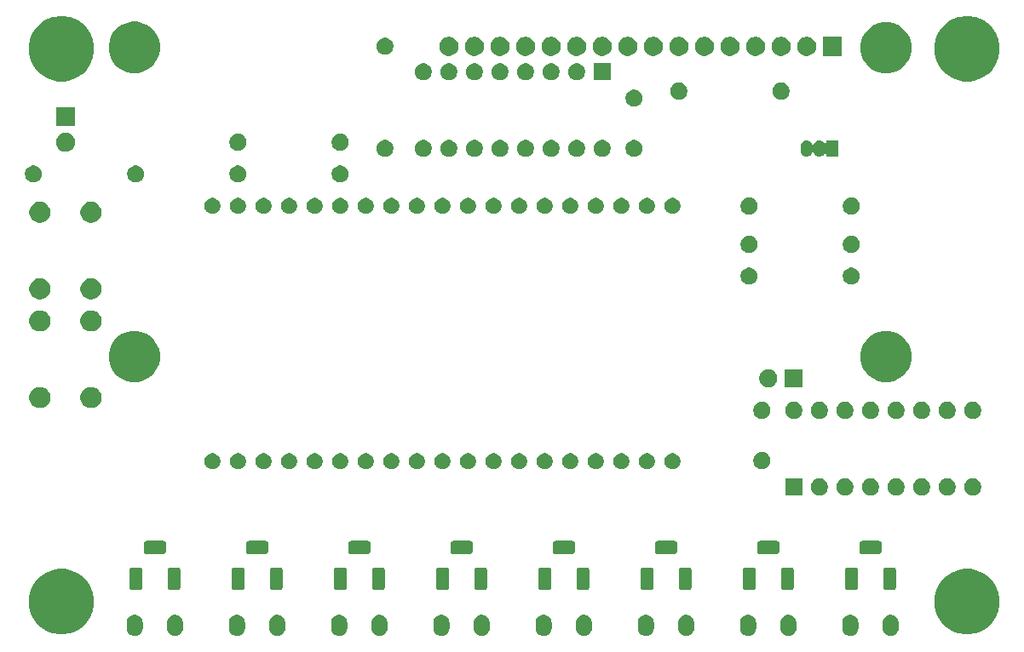
<source format=gbs>
G04 #@! TF.GenerationSoftware,KiCad,Pcbnew,(5.1.5)-2*
G04 #@! TF.CreationDate,2020-02-20T23:05:37+01:00*
G04 #@! TF.ProjectId,BBMini32,42424d69-6e69-4333-922e-6b696361645f,V1.0*
G04 #@! TF.SameCoordinates,PX1312d00PY510ff40*
G04 #@! TF.FileFunction,Soldermask,Bot*
G04 #@! TF.FilePolarity,Negative*
%FSLAX46Y46*%
G04 Gerber Fmt 4.6, Leading zero omitted, Abs format (unit mm)*
G04 Created by KiCad (PCBNEW (5.1.5)-2) date 2020-02-20 23:05:37*
%MOMM*%
%LPD*%
G04 APERTURE LIST*
%ADD10C,0.100000*%
G04 APERTURE END LIST*
D10*
G36*
X83567022Y3676910D02*
G01*
X83667681Y3646375D01*
X83718012Y3631108D01*
X83857164Y3556729D01*
X83979133Y3456633D01*
X84079229Y3334665D01*
X84153608Y3195513D01*
X84168875Y3145182D01*
X84199410Y3044523D01*
X84211000Y2926845D01*
X84211000Y2348155D01*
X84199410Y2230477D01*
X84168875Y2129818D01*
X84153608Y2079487D01*
X84079229Y1940335D01*
X83979133Y1818367D01*
X83857165Y1718271D01*
X83718013Y1643892D01*
X83667682Y1628625D01*
X83567023Y1598090D01*
X83410000Y1582625D01*
X83252978Y1598090D01*
X83152319Y1628625D01*
X83101988Y1643892D01*
X82962836Y1718271D01*
X82840868Y1818367D01*
X82740771Y1940335D01*
X82685607Y2043539D01*
X82666392Y2079487D01*
X82651125Y2129818D01*
X82620590Y2230477D01*
X82609000Y2348155D01*
X82609000Y2926844D01*
X82620590Y3044522D01*
X82666392Y3195511D01*
X82666392Y3195512D01*
X82740771Y3334664D01*
X82740772Y3334665D01*
X82840867Y3456633D01*
X82962835Y3556729D01*
X83101987Y3631108D01*
X83152318Y3646375D01*
X83252977Y3676910D01*
X83410000Y3692375D01*
X83567022Y3676910D01*
G37*
G36*
X46927022Y3676910D02*
G01*
X47027681Y3646375D01*
X47078012Y3631108D01*
X47217164Y3556729D01*
X47339133Y3456633D01*
X47439229Y3334665D01*
X47513608Y3195513D01*
X47528875Y3145182D01*
X47559410Y3044523D01*
X47571000Y2926845D01*
X47571000Y2348155D01*
X47559410Y2230477D01*
X47528875Y2129818D01*
X47513608Y2079487D01*
X47439229Y1940335D01*
X47339133Y1818367D01*
X47217165Y1718271D01*
X47078013Y1643892D01*
X47027682Y1628625D01*
X46927023Y1598090D01*
X46770000Y1582625D01*
X46612978Y1598090D01*
X46512319Y1628625D01*
X46461988Y1643892D01*
X46322836Y1718271D01*
X46200868Y1818367D01*
X46100771Y1940335D01*
X46045607Y2043539D01*
X46026392Y2079487D01*
X46011125Y2129818D01*
X45980590Y2230477D01*
X45969000Y2348155D01*
X45969000Y2926844D01*
X45980590Y3044522D01*
X46026392Y3195511D01*
X46026392Y3195512D01*
X46100771Y3334664D01*
X46100772Y3334665D01*
X46200867Y3456633D01*
X46322835Y3556729D01*
X46461987Y3631108D01*
X46512318Y3646375D01*
X46612977Y3676910D01*
X46770000Y3692375D01*
X46927022Y3676910D01*
G37*
G36*
X16447022Y3676910D02*
G01*
X16547681Y3646375D01*
X16598012Y3631108D01*
X16737164Y3556729D01*
X16859133Y3456633D01*
X16959229Y3334665D01*
X17033608Y3195513D01*
X17048875Y3145182D01*
X17079410Y3044523D01*
X17091000Y2926845D01*
X17091000Y2348155D01*
X17079410Y2230477D01*
X17048875Y2129818D01*
X17033608Y2079487D01*
X16959229Y1940335D01*
X16859133Y1818367D01*
X16737165Y1718271D01*
X16598013Y1643892D01*
X16547682Y1628625D01*
X16447023Y1598090D01*
X16290000Y1582625D01*
X16132978Y1598090D01*
X16032319Y1628625D01*
X15981988Y1643892D01*
X15842836Y1718271D01*
X15720868Y1818367D01*
X15620771Y1940335D01*
X15565607Y2043539D01*
X15546392Y2079487D01*
X15531125Y2129818D01*
X15500590Y2230477D01*
X15489000Y2348155D01*
X15489000Y2926844D01*
X15500590Y3044522D01*
X15546392Y3195511D01*
X15546392Y3195512D01*
X15620771Y3334664D01*
X15620772Y3334665D01*
X15720867Y3456633D01*
X15842835Y3556729D01*
X15981987Y3631108D01*
X16032318Y3646375D01*
X16132977Y3676910D01*
X16290000Y3692375D01*
X16447022Y3676910D01*
G37*
G36*
X12447022Y3676910D02*
G01*
X12547681Y3646375D01*
X12598012Y3631108D01*
X12737164Y3556729D01*
X12859133Y3456633D01*
X12959229Y3334665D01*
X13033608Y3195513D01*
X13048875Y3145182D01*
X13079410Y3044523D01*
X13091000Y2926845D01*
X13091000Y2348155D01*
X13079410Y2230477D01*
X13048875Y2129818D01*
X13033608Y2079487D01*
X12959229Y1940335D01*
X12859133Y1818367D01*
X12737165Y1718271D01*
X12598013Y1643892D01*
X12547682Y1628625D01*
X12447023Y1598090D01*
X12290000Y1582625D01*
X12132978Y1598090D01*
X12032319Y1628625D01*
X11981988Y1643892D01*
X11842836Y1718271D01*
X11720868Y1818367D01*
X11620771Y1940335D01*
X11565607Y2043539D01*
X11546392Y2079487D01*
X11531125Y2129818D01*
X11500590Y2230477D01*
X11489000Y2348155D01*
X11489000Y2926844D01*
X11500590Y3044522D01*
X11546392Y3195511D01*
X11546392Y3195512D01*
X11620771Y3334664D01*
X11620772Y3334665D01*
X11720867Y3456633D01*
X11842835Y3556729D01*
X11981987Y3631108D01*
X12032318Y3646375D01*
X12132977Y3676910D01*
X12290000Y3692375D01*
X12447022Y3676910D01*
G37*
G36*
X26607022Y3676910D02*
G01*
X26707681Y3646375D01*
X26758012Y3631108D01*
X26897164Y3556729D01*
X27019133Y3456633D01*
X27119229Y3334665D01*
X27193608Y3195513D01*
X27208875Y3145182D01*
X27239410Y3044523D01*
X27251000Y2926845D01*
X27251000Y2348155D01*
X27239410Y2230477D01*
X27208875Y2129818D01*
X27193608Y2079487D01*
X27119229Y1940335D01*
X27019133Y1818367D01*
X26897165Y1718271D01*
X26758013Y1643892D01*
X26707682Y1628625D01*
X26607023Y1598090D01*
X26450000Y1582625D01*
X26292978Y1598090D01*
X26192319Y1628625D01*
X26141988Y1643892D01*
X26002836Y1718271D01*
X25880868Y1818367D01*
X25780771Y1940335D01*
X25725607Y2043539D01*
X25706392Y2079487D01*
X25691125Y2129818D01*
X25660590Y2230477D01*
X25649000Y2348155D01*
X25649000Y2926844D01*
X25660590Y3044522D01*
X25706392Y3195511D01*
X25706392Y3195512D01*
X25780771Y3334664D01*
X25780772Y3334665D01*
X25880867Y3456633D01*
X26002835Y3556729D01*
X26141987Y3631108D01*
X26192318Y3646375D01*
X26292977Y3676910D01*
X26450000Y3692375D01*
X26607022Y3676910D01*
G37*
G36*
X22607022Y3676910D02*
G01*
X22707681Y3646375D01*
X22758012Y3631108D01*
X22897164Y3556729D01*
X23019133Y3456633D01*
X23119229Y3334665D01*
X23193608Y3195513D01*
X23208875Y3145182D01*
X23239410Y3044523D01*
X23251000Y2926845D01*
X23251000Y2348155D01*
X23239410Y2230477D01*
X23208875Y2129818D01*
X23193608Y2079487D01*
X23119229Y1940335D01*
X23019133Y1818367D01*
X22897165Y1718271D01*
X22758013Y1643892D01*
X22707682Y1628625D01*
X22607023Y1598090D01*
X22450000Y1582625D01*
X22292978Y1598090D01*
X22192319Y1628625D01*
X22141988Y1643892D01*
X22002836Y1718271D01*
X21880868Y1818367D01*
X21780771Y1940335D01*
X21725607Y2043539D01*
X21706392Y2079487D01*
X21691125Y2129818D01*
X21660590Y2230477D01*
X21649000Y2348155D01*
X21649000Y2926844D01*
X21660590Y3044522D01*
X21706392Y3195511D01*
X21706392Y3195512D01*
X21780771Y3334664D01*
X21780772Y3334665D01*
X21880867Y3456633D01*
X22002835Y3556729D01*
X22141987Y3631108D01*
X22192318Y3646375D01*
X22292977Y3676910D01*
X22450000Y3692375D01*
X22607022Y3676910D01*
G37*
G36*
X36767022Y3676910D02*
G01*
X36867681Y3646375D01*
X36918012Y3631108D01*
X37057164Y3556729D01*
X37179133Y3456633D01*
X37279229Y3334665D01*
X37353608Y3195513D01*
X37368875Y3145182D01*
X37399410Y3044523D01*
X37411000Y2926845D01*
X37411000Y2348155D01*
X37399410Y2230477D01*
X37368875Y2129818D01*
X37353608Y2079487D01*
X37279229Y1940335D01*
X37179133Y1818367D01*
X37057165Y1718271D01*
X36918013Y1643892D01*
X36867682Y1628625D01*
X36767023Y1598090D01*
X36610000Y1582625D01*
X36452978Y1598090D01*
X36352319Y1628625D01*
X36301988Y1643892D01*
X36162836Y1718271D01*
X36040868Y1818367D01*
X35940771Y1940335D01*
X35885607Y2043539D01*
X35866392Y2079487D01*
X35851125Y2129818D01*
X35820590Y2230477D01*
X35809000Y2348155D01*
X35809000Y2926844D01*
X35820590Y3044522D01*
X35866392Y3195511D01*
X35866392Y3195512D01*
X35940771Y3334664D01*
X35940772Y3334665D01*
X36040867Y3456633D01*
X36162835Y3556729D01*
X36301987Y3631108D01*
X36352318Y3646375D01*
X36452977Y3676910D01*
X36610000Y3692375D01*
X36767022Y3676910D01*
G37*
G36*
X32767022Y3676910D02*
G01*
X32867681Y3646375D01*
X32918012Y3631108D01*
X33057164Y3556729D01*
X33179133Y3456633D01*
X33279229Y3334665D01*
X33353608Y3195513D01*
X33368875Y3145182D01*
X33399410Y3044523D01*
X33411000Y2926845D01*
X33411000Y2348155D01*
X33399410Y2230477D01*
X33368875Y2129818D01*
X33353608Y2079487D01*
X33279229Y1940335D01*
X33179133Y1818367D01*
X33057165Y1718271D01*
X32918013Y1643892D01*
X32867682Y1628625D01*
X32767023Y1598090D01*
X32610000Y1582625D01*
X32452978Y1598090D01*
X32352319Y1628625D01*
X32301988Y1643892D01*
X32162836Y1718271D01*
X32040868Y1818367D01*
X31940771Y1940335D01*
X31885607Y2043539D01*
X31866392Y2079487D01*
X31851125Y2129818D01*
X31820590Y2230477D01*
X31809000Y2348155D01*
X31809000Y2926844D01*
X31820590Y3044522D01*
X31866392Y3195511D01*
X31866392Y3195512D01*
X31940771Y3334664D01*
X31940772Y3334665D01*
X32040867Y3456633D01*
X32162835Y3556729D01*
X32301987Y3631108D01*
X32352318Y3646375D01*
X32452977Y3676910D01*
X32610000Y3692375D01*
X32767022Y3676910D01*
G37*
G36*
X73407022Y3676910D02*
G01*
X73507681Y3646375D01*
X73558012Y3631108D01*
X73697164Y3556729D01*
X73819133Y3456633D01*
X73919229Y3334665D01*
X73993608Y3195513D01*
X74008875Y3145182D01*
X74039410Y3044523D01*
X74051000Y2926845D01*
X74051000Y2348155D01*
X74039410Y2230477D01*
X74008875Y2129818D01*
X73993608Y2079487D01*
X73919229Y1940335D01*
X73819133Y1818367D01*
X73697165Y1718271D01*
X73558013Y1643892D01*
X73507682Y1628625D01*
X73407023Y1598090D01*
X73250000Y1582625D01*
X73092978Y1598090D01*
X72992319Y1628625D01*
X72941988Y1643892D01*
X72802836Y1718271D01*
X72680868Y1818367D01*
X72580771Y1940335D01*
X72525607Y2043539D01*
X72506392Y2079487D01*
X72491125Y2129818D01*
X72460590Y2230477D01*
X72449000Y2348155D01*
X72449000Y2926844D01*
X72460590Y3044522D01*
X72506392Y3195511D01*
X72506392Y3195512D01*
X72580771Y3334664D01*
X72580772Y3334665D01*
X72680867Y3456633D01*
X72802835Y3556729D01*
X72941987Y3631108D01*
X72992318Y3646375D01*
X73092977Y3676910D01*
X73250000Y3692375D01*
X73407022Y3676910D01*
G37*
G36*
X57087022Y3676910D02*
G01*
X57187681Y3646375D01*
X57238012Y3631108D01*
X57377164Y3556729D01*
X57499133Y3456633D01*
X57599229Y3334665D01*
X57673608Y3195513D01*
X57688875Y3145182D01*
X57719410Y3044523D01*
X57731000Y2926845D01*
X57731000Y2348155D01*
X57719410Y2230477D01*
X57688875Y2129818D01*
X57673608Y2079487D01*
X57599229Y1940335D01*
X57499133Y1818367D01*
X57377165Y1718271D01*
X57238013Y1643892D01*
X57187682Y1628625D01*
X57087023Y1598090D01*
X56930000Y1582625D01*
X56772978Y1598090D01*
X56672319Y1628625D01*
X56621988Y1643892D01*
X56482836Y1718271D01*
X56360868Y1818367D01*
X56260771Y1940335D01*
X56205607Y2043539D01*
X56186392Y2079487D01*
X56171125Y2129818D01*
X56140590Y2230477D01*
X56129000Y2348155D01*
X56129000Y2926844D01*
X56140590Y3044522D01*
X56186392Y3195511D01*
X56186392Y3195512D01*
X56260771Y3334664D01*
X56260772Y3334665D01*
X56360867Y3456633D01*
X56482835Y3556729D01*
X56621987Y3631108D01*
X56672318Y3646375D01*
X56772977Y3676910D01*
X56930000Y3692375D01*
X57087022Y3676910D01*
G37*
G36*
X53087022Y3676910D02*
G01*
X53187681Y3646375D01*
X53238012Y3631108D01*
X53377164Y3556729D01*
X53499133Y3456633D01*
X53599229Y3334665D01*
X53673608Y3195513D01*
X53688875Y3145182D01*
X53719410Y3044523D01*
X53731000Y2926845D01*
X53731000Y2348155D01*
X53719410Y2230477D01*
X53688875Y2129818D01*
X53673608Y2079487D01*
X53599229Y1940335D01*
X53499133Y1818367D01*
X53377165Y1718271D01*
X53238013Y1643892D01*
X53187682Y1628625D01*
X53087023Y1598090D01*
X52930000Y1582625D01*
X52772978Y1598090D01*
X52672319Y1628625D01*
X52621988Y1643892D01*
X52482836Y1718271D01*
X52360868Y1818367D01*
X52260771Y1940335D01*
X52205607Y2043539D01*
X52186392Y2079487D01*
X52171125Y2129818D01*
X52140590Y2230477D01*
X52129000Y2348155D01*
X52129000Y2926844D01*
X52140590Y3044522D01*
X52186392Y3195511D01*
X52186392Y3195512D01*
X52260771Y3334664D01*
X52260772Y3334665D01*
X52360867Y3456633D01*
X52482835Y3556729D01*
X52621987Y3631108D01*
X52672318Y3646375D01*
X52772977Y3676910D01*
X52930000Y3692375D01*
X53087022Y3676910D01*
G37*
G36*
X67247022Y3676910D02*
G01*
X67347681Y3646375D01*
X67398012Y3631108D01*
X67537164Y3556729D01*
X67659133Y3456633D01*
X67759229Y3334665D01*
X67833608Y3195513D01*
X67848875Y3145182D01*
X67879410Y3044523D01*
X67891000Y2926845D01*
X67891000Y2348155D01*
X67879410Y2230477D01*
X67848875Y2129818D01*
X67833608Y2079487D01*
X67759229Y1940335D01*
X67659133Y1818367D01*
X67537165Y1718271D01*
X67398013Y1643892D01*
X67347682Y1628625D01*
X67247023Y1598090D01*
X67090000Y1582625D01*
X66932978Y1598090D01*
X66832319Y1628625D01*
X66781988Y1643892D01*
X66642836Y1718271D01*
X66520868Y1818367D01*
X66420771Y1940335D01*
X66365607Y2043539D01*
X66346392Y2079487D01*
X66331125Y2129818D01*
X66300590Y2230477D01*
X66289000Y2348155D01*
X66289000Y2926844D01*
X66300590Y3044522D01*
X66346392Y3195511D01*
X66346392Y3195512D01*
X66420771Y3334664D01*
X66420772Y3334665D01*
X66520867Y3456633D01*
X66642835Y3556729D01*
X66781987Y3631108D01*
X66832318Y3646375D01*
X66932977Y3676910D01*
X67090000Y3692375D01*
X67247022Y3676910D01*
G37*
G36*
X63247022Y3676910D02*
G01*
X63347681Y3646375D01*
X63398012Y3631108D01*
X63537164Y3556729D01*
X63659133Y3456633D01*
X63759229Y3334665D01*
X63833608Y3195513D01*
X63848875Y3145182D01*
X63879410Y3044523D01*
X63891000Y2926845D01*
X63891000Y2348155D01*
X63879410Y2230477D01*
X63848875Y2129818D01*
X63833608Y2079487D01*
X63759229Y1940335D01*
X63659133Y1818367D01*
X63537165Y1718271D01*
X63398013Y1643892D01*
X63347682Y1628625D01*
X63247023Y1598090D01*
X63090000Y1582625D01*
X62932978Y1598090D01*
X62832319Y1628625D01*
X62781988Y1643892D01*
X62642836Y1718271D01*
X62520868Y1818367D01*
X62420771Y1940335D01*
X62365607Y2043539D01*
X62346392Y2079487D01*
X62331125Y2129818D01*
X62300590Y2230477D01*
X62289000Y2348155D01*
X62289000Y2926844D01*
X62300590Y3044522D01*
X62346392Y3195511D01*
X62346392Y3195512D01*
X62420771Y3334664D01*
X62420772Y3334665D01*
X62520867Y3456633D01*
X62642835Y3556729D01*
X62781987Y3631108D01*
X62832318Y3646375D01*
X62932977Y3676910D01*
X63090000Y3692375D01*
X63247022Y3676910D01*
G37*
G36*
X77407022Y3676910D02*
G01*
X77507681Y3646375D01*
X77558012Y3631108D01*
X77697164Y3556729D01*
X77819133Y3456633D01*
X77919229Y3334665D01*
X77993608Y3195513D01*
X78008875Y3145182D01*
X78039410Y3044523D01*
X78051000Y2926845D01*
X78051000Y2348155D01*
X78039410Y2230477D01*
X78008875Y2129818D01*
X77993608Y2079487D01*
X77919229Y1940335D01*
X77819133Y1818367D01*
X77697165Y1718271D01*
X77558013Y1643892D01*
X77507682Y1628625D01*
X77407023Y1598090D01*
X77250000Y1582625D01*
X77092978Y1598090D01*
X76992319Y1628625D01*
X76941988Y1643892D01*
X76802836Y1718271D01*
X76680868Y1818367D01*
X76580771Y1940335D01*
X76525607Y2043539D01*
X76506392Y2079487D01*
X76491125Y2129818D01*
X76460590Y2230477D01*
X76449000Y2348155D01*
X76449000Y2926844D01*
X76460590Y3044522D01*
X76506392Y3195511D01*
X76506392Y3195512D01*
X76580771Y3334664D01*
X76580772Y3334665D01*
X76680867Y3456633D01*
X76802835Y3556729D01*
X76941987Y3631108D01*
X76992318Y3646375D01*
X77092977Y3676910D01*
X77250000Y3692375D01*
X77407022Y3676910D01*
G37*
G36*
X87567022Y3676910D02*
G01*
X87667681Y3646375D01*
X87718012Y3631108D01*
X87857164Y3556729D01*
X87979133Y3456633D01*
X88079229Y3334665D01*
X88153608Y3195513D01*
X88168875Y3145182D01*
X88199410Y3044523D01*
X88211000Y2926845D01*
X88211000Y2348155D01*
X88199410Y2230477D01*
X88168875Y2129818D01*
X88153608Y2079487D01*
X88079229Y1940335D01*
X87979133Y1818367D01*
X87857165Y1718271D01*
X87718013Y1643892D01*
X87667682Y1628625D01*
X87567023Y1598090D01*
X87410000Y1582625D01*
X87252978Y1598090D01*
X87152319Y1628625D01*
X87101988Y1643892D01*
X86962836Y1718271D01*
X86840868Y1818367D01*
X86740771Y1940335D01*
X86685607Y2043539D01*
X86666392Y2079487D01*
X86651125Y2129818D01*
X86620590Y2230477D01*
X86609000Y2348155D01*
X86609000Y2926844D01*
X86620590Y3044522D01*
X86666392Y3195511D01*
X86666392Y3195512D01*
X86740771Y3334664D01*
X86740772Y3334665D01*
X86840867Y3456633D01*
X86962835Y3556729D01*
X87101987Y3631108D01*
X87152318Y3646375D01*
X87252977Y3676910D01*
X87410000Y3692375D01*
X87567022Y3676910D01*
G37*
G36*
X42927022Y3676910D02*
G01*
X43027681Y3646375D01*
X43078012Y3631108D01*
X43217164Y3556729D01*
X43339133Y3456633D01*
X43439229Y3334665D01*
X43513608Y3195513D01*
X43528875Y3145182D01*
X43559410Y3044523D01*
X43571000Y2926845D01*
X43571000Y2348155D01*
X43559410Y2230477D01*
X43528875Y2129818D01*
X43513608Y2079487D01*
X43439229Y1940335D01*
X43339133Y1818367D01*
X43217165Y1718271D01*
X43078013Y1643892D01*
X43027682Y1628625D01*
X42927023Y1598090D01*
X42770000Y1582625D01*
X42612978Y1598090D01*
X42512319Y1628625D01*
X42461988Y1643892D01*
X42322836Y1718271D01*
X42200868Y1818367D01*
X42100771Y1940335D01*
X42045607Y2043539D01*
X42026392Y2079487D01*
X42011125Y2129818D01*
X41980590Y2230477D01*
X41969000Y2348155D01*
X41969000Y2926844D01*
X41980590Y3044522D01*
X42026392Y3195511D01*
X42026392Y3195512D01*
X42100771Y3334664D01*
X42100772Y3334665D01*
X42200867Y3456633D01*
X42322835Y3556729D01*
X42461987Y3631108D01*
X42512318Y3646375D01*
X42612977Y3676910D01*
X42770000Y3692375D01*
X42927022Y3676910D01*
G37*
G36*
X95634239Y8188533D02*
G01*
X95948282Y8126066D01*
X96539926Y7880999D01*
X97072392Y7525216D01*
X97525216Y7072392D01*
X97880999Y6539926D01*
X98126066Y5948282D01*
X98251000Y5320196D01*
X98251000Y4679804D01*
X98126066Y4051718D01*
X97880999Y3460074D01*
X97525216Y2927608D01*
X97072392Y2474784D01*
X96539926Y2119001D01*
X95948282Y1873934D01*
X95668928Y1818367D01*
X95320197Y1749000D01*
X94679803Y1749000D01*
X94331072Y1818367D01*
X94051718Y1873934D01*
X93460074Y2119001D01*
X92927608Y2474784D01*
X92474784Y2927608D01*
X92119001Y3460074D01*
X91873934Y4051718D01*
X91749000Y4679804D01*
X91749000Y5320196D01*
X91873934Y5948282D01*
X92119001Y6539926D01*
X92474784Y7072392D01*
X92927608Y7525216D01*
X93460074Y7880999D01*
X94051718Y8126066D01*
X94365761Y8188533D01*
X94679803Y8251000D01*
X95320197Y8251000D01*
X95634239Y8188533D01*
G37*
G36*
X5634239Y8188533D02*
G01*
X5948282Y8126066D01*
X6539926Y7880999D01*
X7072392Y7525216D01*
X7525216Y7072392D01*
X7880999Y6539926D01*
X8126066Y5948282D01*
X8251000Y5320196D01*
X8251000Y4679804D01*
X8126066Y4051718D01*
X7880999Y3460074D01*
X7525216Y2927608D01*
X7072392Y2474784D01*
X6539926Y2119001D01*
X5948282Y1873934D01*
X5668928Y1818367D01*
X5320197Y1749000D01*
X4679803Y1749000D01*
X4331072Y1818367D01*
X4051718Y1873934D01*
X3460074Y2119001D01*
X2927608Y2474784D01*
X2474784Y2927608D01*
X2119001Y3460074D01*
X1873934Y4051718D01*
X1749000Y4679804D01*
X1749000Y5320196D01*
X1873934Y5948282D01*
X2119001Y6539926D01*
X2474784Y7072392D01*
X2927608Y7525216D01*
X3460074Y7880999D01*
X4051718Y8126066D01*
X4365761Y8188533D01*
X4679803Y8251000D01*
X5320197Y8251000D01*
X5634239Y8188533D01*
G37*
G36*
X77589192Y8382854D02*
G01*
X77638414Y8367922D01*
X77683778Y8343674D01*
X77723542Y8311042D01*
X77756174Y8271278D01*
X77780422Y8225914D01*
X77795354Y8176692D01*
X77801000Y8119360D01*
X77801000Y6455640D01*
X77795354Y6398308D01*
X77780422Y6349086D01*
X77756174Y6303722D01*
X77723542Y6263958D01*
X77683778Y6231326D01*
X77638414Y6207078D01*
X77589192Y6192146D01*
X77531860Y6186500D01*
X76768140Y6186500D01*
X76710808Y6192146D01*
X76661586Y6207078D01*
X76616222Y6231326D01*
X76576458Y6263958D01*
X76543826Y6303722D01*
X76519578Y6349086D01*
X76504646Y6398308D01*
X76499000Y6455640D01*
X76499000Y8119360D01*
X76504646Y8176692D01*
X76519578Y8225914D01*
X76543826Y8271278D01*
X76576458Y8311042D01*
X76616222Y8343674D01*
X76661586Y8367922D01*
X76710808Y8382854D01*
X76768140Y8388500D01*
X77531860Y8388500D01*
X77589192Y8382854D01*
G37*
G36*
X63629192Y8382854D02*
G01*
X63678414Y8367922D01*
X63723778Y8343674D01*
X63763542Y8311042D01*
X63796174Y8271278D01*
X63820422Y8225914D01*
X63835354Y8176692D01*
X63841000Y8119360D01*
X63841000Y6455640D01*
X63835354Y6398308D01*
X63820422Y6349086D01*
X63796174Y6303722D01*
X63763542Y6263958D01*
X63723778Y6231326D01*
X63678414Y6207078D01*
X63629192Y6192146D01*
X63571860Y6186500D01*
X62808140Y6186500D01*
X62750808Y6192146D01*
X62701586Y6207078D01*
X62656222Y6231326D01*
X62616458Y6263958D01*
X62583826Y6303722D01*
X62559578Y6349086D01*
X62544646Y6398308D01*
X62539000Y6455640D01*
X62539000Y8119360D01*
X62544646Y8176692D01*
X62559578Y8225914D01*
X62583826Y8271278D01*
X62616458Y8311042D01*
X62656222Y8343674D01*
X62701586Y8367922D01*
X62750808Y8382854D01*
X62808140Y8388500D01*
X63571860Y8388500D01*
X63629192Y8382854D01*
G37*
G36*
X53469192Y8382854D02*
G01*
X53518414Y8367922D01*
X53563778Y8343674D01*
X53603542Y8311042D01*
X53636174Y8271278D01*
X53660422Y8225914D01*
X53675354Y8176692D01*
X53681000Y8119360D01*
X53681000Y6455640D01*
X53675354Y6398308D01*
X53660422Y6349086D01*
X53636174Y6303722D01*
X53603542Y6263958D01*
X53563778Y6231326D01*
X53518414Y6207078D01*
X53469192Y6192146D01*
X53411860Y6186500D01*
X52648140Y6186500D01*
X52590808Y6192146D01*
X52541586Y6207078D01*
X52496222Y6231326D01*
X52456458Y6263958D01*
X52423826Y6303722D01*
X52399578Y6349086D01*
X52384646Y6398308D01*
X52379000Y6455640D01*
X52379000Y8119360D01*
X52384646Y8176692D01*
X52399578Y8225914D01*
X52423826Y8271278D01*
X52456458Y8311042D01*
X52496222Y8343674D01*
X52541586Y8367922D01*
X52590808Y8382854D01*
X52648140Y8388500D01*
X53411860Y8388500D01*
X53469192Y8382854D01*
G37*
G36*
X57269192Y8382854D02*
G01*
X57318414Y8367922D01*
X57363778Y8343674D01*
X57403542Y8311042D01*
X57436174Y8271278D01*
X57460422Y8225914D01*
X57475354Y8176692D01*
X57481000Y8119360D01*
X57481000Y6455640D01*
X57475354Y6398308D01*
X57460422Y6349086D01*
X57436174Y6303722D01*
X57403542Y6263958D01*
X57363778Y6231326D01*
X57318414Y6207078D01*
X57269192Y6192146D01*
X57211860Y6186500D01*
X56448140Y6186500D01*
X56390808Y6192146D01*
X56341586Y6207078D01*
X56296222Y6231326D01*
X56256458Y6263958D01*
X56223826Y6303722D01*
X56199578Y6349086D01*
X56184646Y6398308D01*
X56179000Y6455640D01*
X56179000Y8119360D01*
X56184646Y8176692D01*
X56199578Y8225914D01*
X56223826Y8271278D01*
X56256458Y8311042D01*
X56296222Y8343674D01*
X56341586Y8367922D01*
X56390808Y8382854D01*
X56448140Y8388500D01*
X57211860Y8388500D01*
X57269192Y8382854D01*
G37*
G36*
X43309192Y8382854D02*
G01*
X43358414Y8367922D01*
X43403778Y8343674D01*
X43443542Y8311042D01*
X43476174Y8271278D01*
X43500422Y8225914D01*
X43515354Y8176692D01*
X43521000Y8119360D01*
X43521000Y6455640D01*
X43515354Y6398308D01*
X43500422Y6349086D01*
X43476174Y6303722D01*
X43443542Y6263958D01*
X43403778Y6231326D01*
X43358414Y6207078D01*
X43309192Y6192146D01*
X43251860Y6186500D01*
X42488140Y6186500D01*
X42430808Y6192146D01*
X42381586Y6207078D01*
X42336222Y6231326D01*
X42296458Y6263958D01*
X42263826Y6303722D01*
X42239578Y6349086D01*
X42224646Y6398308D01*
X42219000Y6455640D01*
X42219000Y8119360D01*
X42224646Y8176692D01*
X42239578Y8225914D01*
X42263826Y8271278D01*
X42296458Y8311042D01*
X42336222Y8343674D01*
X42381586Y8367922D01*
X42430808Y8382854D01*
X42488140Y8388500D01*
X43251860Y8388500D01*
X43309192Y8382854D01*
G37*
G36*
X47109192Y8382854D02*
G01*
X47158414Y8367922D01*
X47203778Y8343674D01*
X47243542Y8311042D01*
X47276174Y8271278D01*
X47300422Y8225914D01*
X47315354Y8176692D01*
X47321000Y8119360D01*
X47321000Y6455640D01*
X47315354Y6398308D01*
X47300422Y6349086D01*
X47276174Y6303722D01*
X47243542Y6263958D01*
X47203778Y6231326D01*
X47158414Y6207078D01*
X47109192Y6192146D01*
X47051860Y6186500D01*
X46288140Y6186500D01*
X46230808Y6192146D01*
X46181586Y6207078D01*
X46136222Y6231326D01*
X46096458Y6263958D01*
X46063826Y6303722D01*
X46039578Y6349086D01*
X46024646Y6398308D01*
X46019000Y6455640D01*
X46019000Y8119360D01*
X46024646Y8176692D01*
X46039578Y8225914D01*
X46063826Y8271278D01*
X46096458Y8311042D01*
X46136222Y8343674D01*
X46181586Y8367922D01*
X46230808Y8382854D01*
X46288140Y8388500D01*
X47051860Y8388500D01*
X47109192Y8382854D01*
G37*
G36*
X16629192Y8382854D02*
G01*
X16678414Y8367922D01*
X16723778Y8343674D01*
X16763542Y8311042D01*
X16796174Y8271278D01*
X16820422Y8225914D01*
X16835354Y8176692D01*
X16841000Y8119360D01*
X16841000Y6455640D01*
X16835354Y6398308D01*
X16820422Y6349086D01*
X16796174Y6303722D01*
X16763542Y6263958D01*
X16723778Y6231326D01*
X16678414Y6207078D01*
X16629192Y6192146D01*
X16571860Y6186500D01*
X15808140Y6186500D01*
X15750808Y6192146D01*
X15701586Y6207078D01*
X15656222Y6231326D01*
X15616458Y6263958D01*
X15583826Y6303722D01*
X15559578Y6349086D01*
X15544646Y6398308D01*
X15539000Y6455640D01*
X15539000Y8119360D01*
X15544646Y8176692D01*
X15559578Y8225914D01*
X15583826Y8271278D01*
X15616458Y8311042D01*
X15656222Y8343674D01*
X15701586Y8367922D01*
X15750808Y8382854D01*
X15808140Y8388500D01*
X16571860Y8388500D01*
X16629192Y8382854D01*
G37*
G36*
X33149192Y8382854D02*
G01*
X33198414Y8367922D01*
X33243778Y8343674D01*
X33283542Y8311042D01*
X33316174Y8271278D01*
X33340422Y8225914D01*
X33355354Y8176692D01*
X33361000Y8119360D01*
X33361000Y6455640D01*
X33355354Y6398308D01*
X33340422Y6349086D01*
X33316174Y6303722D01*
X33283542Y6263958D01*
X33243778Y6231326D01*
X33198414Y6207078D01*
X33149192Y6192146D01*
X33091860Y6186500D01*
X32328140Y6186500D01*
X32270808Y6192146D01*
X32221586Y6207078D01*
X32176222Y6231326D01*
X32136458Y6263958D01*
X32103826Y6303722D01*
X32079578Y6349086D01*
X32064646Y6398308D01*
X32059000Y6455640D01*
X32059000Y8119360D01*
X32064646Y8176692D01*
X32079578Y8225914D01*
X32103826Y8271278D01*
X32136458Y8311042D01*
X32176222Y8343674D01*
X32221586Y8367922D01*
X32270808Y8382854D01*
X32328140Y8388500D01*
X33091860Y8388500D01*
X33149192Y8382854D01*
G37*
G36*
X67429192Y8382854D02*
G01*
X67478414Y8367922D01*
X67523778Y8343674D01*
X67563542Y8311042D01*
X67596174Y8271278D01*
X67620422Y8225914D01*
X67635354Y8176692D01*
X67641000Y8119360D01*
X67641000Y6455640D01*
X67635354Y6398308D01*
X67620422Y6349086D01*
X67596174Y6303722D01*
X67563542Y6263958D01*
X67523778Y6231326D01*
X67478414Y6207078D01*
X67429192Y6192146D01*
X67371860Y6186500D01*
X66608140Y6186500D01*
X66550808Y6192146D01*
X66501586Y6207078D01*
X66456222Y6231326D01*
X66416458Y6263958D01*
X66383826Y6303722D01*
X66359578Y6349086D01*
X66344646Y6398308D01*
X66339000Y6455640D01*
X66339000Y8119360D01*
X66344646Y8176692D01*
X66359578Y8225914D01*
X66383826Y8271278D01*
X66416458Y8311042D01*
X66456222Y8343674D01*
X66501586Y8367922D01*
X66550808Y8382854D01*
X66608140Y8388500D01*
X67371860Y8388500D01*
X67429192Y8382854D01*
G37*
G36*
X36949192Y8382854D02*
G01*
X36998414Y8367922D01*
X37043778Y8343674D01*
X37083542Y8311042D01*
X37116174Y8271278D01*
X37140422Y8225914D01*
X37155354Y8176692D01*
X37161000Y8119360D01*
X37161000Y6455640D01*
X37155354Y6398308D01*
X37140422Y6349086D01*
X37116174Y6303722D01*
X37083542Y6263958D01*
X37043778Y6231326D01*
X36998414Y6207078D01*
X36949192Y6192146D01*
X36891860Y6186500D01*
X36128140Y6186500D01*
X36070808Y6192146D01*
X36021586Y6207078D01*
X35976222Y6231326D01*
X35936458Y6263958D01*
X35903826Y6303722D01*
X35879578Y6349086D01*
X35864646Y6398308D01*
X35859000Y6455640D01*
X35859000Y8119360D01*
X35864646Y8176692D01*
X35879578Y8225914D01*
X35903826Y8271278D01*
X35936458Y8311042D01*
X35976222Y8343674D01*
X36021586Y8367922D01*
X36070808Y8382854D01*
X36128140Y8388500D01*
X36891860Y8388500D01*
X36949192Y8382854D01*
G37*
G36*
X83949192Y8382854D02*
G01*
X83998414Y8367922D01*
X84043778Y8343674D01*
X84083542Y8311042D01*
X84116174Y8271278D01*
X84140422Y8225914D01*
X84155354Y8176692D01*
X84161000Y8119360D01*
X84161000Y6455640D01*
X84155354Y6398308D01*
X84140422Y6349086D01*
X84116174Y6303722D01*
X84083542Y6263958D01*
X84043778Y6231326D01*
X83998414Y6207078D01*
X83949192Y6192146D01*
X83891860Y6186500D01*
X83128140Y6186500D01*
X83070808Y6192146D01*
X83021586Y6207078D01*
X82976222Y6231326D01*
X82936458Y6263958D01*
X82903826Y6303722D01*
X82879578Y6349086D01*
X82864646Y6398308D01*
X82859000Y6455640D01*
X82859000Y8119360D01*
X82864646Y8176692D01*
X82879578Y8225914D01*
X82903826Y8271278D01*
X82936458Y8311042D01*
X82976222Y8343674D01*
X83021586Y8367922D01*
X83070808Y8382854D01*
X83128140Y8388500D01*
X83891860Y8388500D01*
X83949192Y8382854D01*
G37*
G36*
X12829192Y8382854D02*
G01*
X12878414Y8367922D01*
X12923778Y8343674D01*
X12963542Y8311042D01*
X12996174Y8271278D01*
X13020422Y8225914D01*
X13035354Y8176692D01*
X13041000Y8119360D01*
X13041000Y6455640D01*
X13035354Y6398308D01*
X13020422Y6349086D01*
X12996174Y6303722D01*
X12963542Y6263958D01*
X12923778Y6231326D01*
X12878414Y6207078D01*
X12829192Y6192146D01*
X12771860Y6186500D01*
X12008140Y6186500D01*
X11950808Y6192146D01*
X11901586Y6207078D01*
X11856222Y6231326D01*
X11816458Y6263958D01*
X11783826Y6303722D01*
X11759578Y6349086D01*
X11744646Y6398308D01*
X11739000Y6455640D01*
X11739000Y8119360D01*
X11744646Y8176692D01*
X11759578Y8225914D01*
X11783826Y8271278D01*
X11816458Y8311042D01*
X11856222Y8343674D01*
X11901586Y8367922D01*
X11950808Y8382854D01*
X12008140Y8388500D01*
X12771860Y8388500D01*
X12829192Y8382854D01*
G37*
G36*
X87749192Y8382854D02*
G01*
X87798414Y8367922D01*
X87843778Y8343674D01*
X87883542Y8311042D01*
X87916174Y8271278D01*
X87940422Y8225914D01*
X87955354Y8176692D01*
X87961000Y8119360D01*
X87961000Y6455640D01*
X87955354Y6398308D01*
X87940422Y6349086D01*
X87916174Y6303722D01*
X87883542Y6263958D01*
X87843778Y6231326D01*
X87798414Y6207078D01*
X87749192Y6192146D01*
X87691860Y6186500D01*
X86928140Y6186500D01*
X86870808Y6192146D01*
X86821586Y6207078D01*
X86776222Y6231326D01*
X86736458Y6263958D01*
X86703826Y6303722D01*
X86679578Y6349086D01*
X86664646Y6398308D01*
X86659000Y6455640D01*
X86659000Y8119360D01*
X86664646Y8176692D01*
X86679578Y8225914D01*
X86703826Y8271278D01*
X86736458Y8311042D01*
X86776222Y8343674D01*
X86821586Y8367922D01*
X86870808Y8382854D01*
X86928140Y8388500D01*
X87691860Y8388500D01*
X87749192Y8382854D01*
G37*
G36*
X26789192Y8382854D02*
G01*
X26838414Y8367922D01*
X26883778Y8343674D01*
X26923542Y8311042D01*
X26956174Y8271278D01*
X26980422Y8225914D01*
X26995354Y8176692D01*
X27001000Y8119360D01*
X27001000Y6455640D01*
X26995354Y6398308D01*
X26980422Y6349086D01*
X26956174Y6303722D01*
X26923542Y6263958D01*
X26883778Y6231326D01*
X26838414Y6207078D01*
X26789192Y6192146D01*
X26731860Y6186500D01*
X25968140Y6186500D01*
X25910808Y6192146D01*
X25861586Y6207078D01*
X25816222Y6231326D01*
X25776458Y6263958D01*
X25743826Y6303722D01*
X25719578Y6349086D01*
X25704646Y6398308D01*
X25699000Y6455640D01*
X25699000Y8119360D01*
X25704646Y8176692D01*
X25719578Y8225914D01*
X25743826Y8271278D01*
X25776458Y8311042D01*
X25816222Y8343674D01*
X25861586Y8367922D01*
X25910808Y8382854D01*
X25968140Y8388500D01*
X26731860Y8388500D01*
X26789192Y8382854D01*
G37*
G36*
X22989192Y8382854D02*
G01*
X23038414Y8367922D01*
X23083778Y8343674D01*
X23123542Y8311042D01*
X23156174Y8271278D01*
X23180422Y8225914D01*
X23195354Y8176692D01*
X23201000Y8119360D01*
X23201000Y6455640D01*
X23195354Y6398308D01*
X23180422Y6349086D01*
X23156174Y6303722D01*
X23123542Y6263958D01*
X23083778Y6231326D01*
X23038414Y6207078D01*
X22989192Y6192146D01*
X22931860Y6186500D01*
X22168140Y6186500D01*
X22110808Y6192146D01*
X22061586Y6207078D01*
X22016222Y6231326D01*
X21976458Y6263958D01*
X21943826Y6303722D01*
X21919578Y6349086D01*
X21904646Y6398308D01*
X21899000Y6455640D01*
X21899000Y8119360D01*
X21904646Y8176692D01*
X21919578Y8225914D01*
X21943826Y8271278D01*
X21976458Y8311042D01*
X22016222Y8343674D01*
X22061586Y8367922D01*
X22110808Y8382854D01*
X22168140Y8388500D01*
X22931860Y8388500D01*
X22989192Y8382854D01*
G37*
G36*
X73789192Y8382854D02*
G01*
X73838414Y8367922D01*
X73883778Y8343674D01*
X73923542Y8311042D01*
X73956174Y8271278D01*
X73980422Y8225914D01*
X73995354Y8176692D01*
X74001000Y8119360D01*
X74001000Y6455640D01*
X73995354Y6398308D01*
X73980422Y6349086D01*
X73956174Y6303722D01*
X73923542Y6263958D01*
X73883778Y6231326D01*
X73838414Y6207078D01*
X73789192Y6192146D01*
X73731860Y6186500D01*
X72968140Y6186500D01*
X72910808Y6192146D01*
X72861586Y6207078D01*
X72816222Y6231326D01*
X72776458Y6263958D01*
X72743826Y6303722D01*
X72719578Y6349086D01*
X72704646Y6398308D01*
X72699000Y6455640D01*
X72699000Y8119360D01*
X72704646Y8176692D01*
X72719578Y8225914D01*
X72743826Y8271278D01*
X72776458Y8311042D01*
X72816222Y8343674D01*
X72861586Y8367922D01*
X72910808Y8382854D01*
X72968140Y8388500D01*
X73731860Y8388500D01*
X73789192Y8382854D01*
G37*
G36*
X65979192Y11032854D02*
G01*
X66028414Y11017922D01*
X66073778Y10993674D01*
X66113542Y10961042D01*
X66146174Y10921278D01*
X66170422Y10875914D01*
X66185354Y10826692D01*
X66191000Y10769360D01*
X66191000Y10005640D01*
X66185354Y9948308D01*
X66170422Y9899086D01*
X66146174Y9853722D01*
X66113542Y9813958D01*
X66073778Y9781326D01*
X66028414Y9757078D01*
X65979192Y9742146D01*
X65921860Y9736500D01*
X64258140Y9736500D01*
X64200808Y9742146D01*
X64151586Y9757078D01*
X64106222Y9781326D01*
X64066458Y9813958D01*
X64033826Y9853722D01*
X64009578Y9899086D01*
X63994646Y9948308D01*
X63989000Y10005640D01*
X63989000Y10769360D01*
X63994646Y10826692D01*
X64009578Y10875914D01*
X64033826Y10921278D01*
X64066458Y10961042D01*
X64106222Y10993674D01*
X64151586Y11017922D01*
X64200808Y11032854D01*
X64258140Y11038500D01*
X65921860Y11038500D01*
X65979192Y11032854D01*
G37*
G36*
X86299192Y11032854D02*
G01*
X86348414Y11017922D01*
X86393778Y10993674D01*
X86433542Y10961042D01*
X86466174Y10921278D01*
X86490422Y10875914D01*
X86505354Y10826692D01*
X86511000Y10769360D01*
X86511000Y10005640D01*
X86505354Y9948308D01*
X86490422Y9899086D01*
X86466174Y9853722D01*
X86433542Y9813958D01*
X86393778Y9781326D01*
X86348414Y9757078D01*
X86299192Y9742146D01*
X86241860Y9736500D01*
X84578140Y9736500D01*
X84520808Y9742146D01*
X84471586Y9757078D01*
X84426222Y9781326D01*
X84386458Y9813958D01*
X84353826Y9853722D01*
X84329578Y9899086D01*
X84314646Y9948308D01*
X84309000Y10005640D01*
X84309000Y10769360D01*
X84314646Y10826692D01*
X84329578Y10875914D01*
X84353826Y10921278D01*
X84386458Y10961042D01*
X84426222Y10993674D01*
X84471586Y11017922D01*
X84520808Y11032854D01*
X84578140Y11038500D01*
X86241860Y11038500D01*
X86299192Y11032854D01*
G37*
G36*
X76139192Y11032854D02*
G01*
X76188414Y11017922D01*
X76233778Y10993674D01*
X76273542Y10961042D01*
X76306174Y10921278D01*
X76330422Y10875914D01*
X76345354Y10826692D01*
X76351000Y10769360D01*
X76351000Y10005640D01*
X76345354Y9948308D01*
X76330422Y9899086D01*
X76306174Y9853722D01*
X76273542Y9813958D01*
X76233778Y9781326D01*
X76188414Y9757078D01*
X76139192Y9742146D01*
X76081860Y9736500D01*
X74418140Y9736500D01*
X74360808Y9742146D01*
X74311586Y9757078D01*
X74266222Y9781326D01*
X74226458Y9813958D01*
X74193826Y9853722D01*
X74169578Y9899086D01*
X74154646Y9948308D01*
X74149000Y10005640D01*
X74149000Y10769360D01*
X74154646Y10826692D01*
X74169578Y10875914D01*
X74193826Y10921278D01*
X74226458Y10961042D01*
X74266222Y10993674D01*
X74311586Y11017922D01*
X74360808Y11032854D01*
X74418140Y11038500D01*
X76081860Y11038500D01*
X76139192Y11032854D01*
G37*
G36*
X15179192Y11032854D02*
G01*
X15228414Y11017922D01*
X15273778Y10993674D01*
X15313542Y10961042D01*
X15346174Y10921278D01*
X15370422Y10875914D01*
X15385354Y10826692D01*
X15391000Y10769360D01*
X15391000Y10005640D01*
X15385354Y9948308D01*
X15370422Y9899086D01*
X15346174Y9853722D01*
X15313542Y9813958D01*
X15273778Y9781326D01*
X15228414Y9757078D01*
X15179192Y9742146D01*
X15121860Y9736500D01*
X13458140Y9736500D01*
X13400808Y9742146D01*
X13351586Y9757078D01*
X13306222Y9781326D01*
X13266458Y9813958D01*
X13233826Y9853722D01*
X13209578Y9899086D01*
X13194646Y9948308D01*
X13189000Y10005640D01*
X13189000Y10769360D01*
X13194646Y10826692D01*
X13209578Y10875914D01*
X13233826Y10921278D01*
X13266458Y10961042D01*
X13306222Y10993674D01*
X13351586Y11017922D01*
X13400808Y11032854D01*
X13458140Y11038500D01*
X15121860Y11038500D01*
X15179192Y11032854D01*
G37*
G36*
X35499192Y11032854D02*
G01*
X35548414Y11017922D01*
X35593778Y10993674D01*
X35633542Y10961042D01*
X35666174Y10921278D01*
X35690422Y10875914D01*
X35705354Y10826692D01*
X35711000Y10769360D01*
X35711000Y10005640D01*
X35705354Y9948308D01*
X35690422Y9899086D01*
X35666174Y9853722D01*
X35633542Y9813958D01*
X35593778Y9781326D01*
X35548414Y9757078D01*
X35499192Y9742146D01*
X35441860Y9736500D01*
X33778140Y9736500D01*
X33720808Y9742146D01*
X33671586Y9757078D01*
X33626222Y9781326D01*
X33586458Y9813958D01*
X33553826Y9853722D01*
X33529578Y9899086D01*
X33514646Y9948308D01*
X33509000Y10005640D01*
X33509000Y10769360D01*
X33514646Y10826692D01*
X33529578Y10875914D01*
X33553826Y10921278D01*
X33586458Y10961042D01*
X33626222Y10993674D01*
X33671586Y11017922D01*
X33720808Y11032854D01*
X33778140Y11038500D01*
X35441860Y11038500D01*
X35499192Y11032854D01*
G37*
G36*
X25339192Y11032854D02*
G01*
X25388414Y11017922D01*
X25433778Y10993674D01*
X25473542Y10961042D01*
X25506174Y10921278D01*
X25530422Y10875914D01*
X25545354Y10826692D01*
X25551000Y10769360D01*
X25551000Y10005640D01*
X25545354Y9948308D01*
X25530422Y9899086D01*
X25506174Y9853722D01*
X25473542Y9813958D01*
X25433778Y9781326D01*
X25388414Y9757078D01*
X25339192Y9742146D01*
X25281860Y9736500D01*
X23618140Y9736500D01*
X23560808Y9742146D01*
X23511586Y9757078D01*
X23466222Y9781326D01*
X23426458Y9813958D01*
X23393826Y9853722D01*
X23369578Y9899086D01*
X23354646Y9948308D01*
X23349000Y10005640D01*
X23349000Y10769360D01*
X23354646Y10826692D01*
X23369578Y10875914D01*
X23393826Y10921278D01*
X23426458Y10961042D01*
X23466222Y10993674D01*
X23511586Y11017922D01*
X23560808Y11032854D01*
X23618140Y11038500D01*
X25281860Y11038500D01*
X25339192Y11032854D01*
G37*
G36*
X45659192Y11032854D02*
G01*
X45708414Y11017922D01*
X45753778Y10993674D01*
X45793542Y10961042D01*
X45826174Y10921278D01*
X45850422Y10875914D01*
X45865354Y10826692D01*
X45871000Y10769360D01*
X45871000Y10005640D01*
X45865354Y9948308D01*
X45850422Y9899086D01*
X45826174Y9853722D01*
X45793542Y9813958D01*
X45753778Y9781326D01*
X45708414Y9757078D01*
X45659192Y9742146D01*
X45601860Y9736500D01*
X43938140Y9736500D01*
X43880808Y9742146D01*
X43831586Y9757078D01*
X43786222Y9781326D01*
X43746458Y9813958D01*
X43713826Y9853722D01*
X43689578Y9899086D01*
X43674646Y9948308D01*
X43669000Y10005640D01*
X43669000Y10769360D01*
X43674646Y10826692D01*
X43689578Y10875914D01*
X43713826Y10921278D01*
X43746458Y10961042D01*
X43786222Y10993674D01*
X43831586Y11017922D01*
X43880808Y11032854D01*
X43938140Y11038500D01*
X45601860Y11038500D01*
X45659192Y11032854D01*
G37*
G36*
X55819192Y11032854D02*
G01*
X55868414Y11017922D01*
X55913778Y10993674D01*
X55953542Y10961042D01*
X55986174Y10921278D01*
X56010422Y10875914D01*
X56025354Y10826692D01*
X56031000Y10769360D01*
X56031000Y10005640D01*
X56025354Y9948308D01*
X56010422Y9899086D01*
X55986174Y9853722D01*
X55953542Y9813958D01*
X55913778Y9781326D01*
X55868414Y9757078D01*
X55819192Y9742146D01*
X55761860Y9736500D01*
X54098140Y9736500D01*
X54040808Y9742146D01*
X53991586Y9757078D01*
X53946222Y9781326D01*
X53906458Y9813958D01*
X53873826Y9853722D01*
X53849578Y9899086D01*
X53834646Y9948308D01*
X53829000Y10005640D01*
X53829000Y10769360D01*
X53834646Y10826692D01*
X53849578Y10875914D01*
X53873826Y10921278D01*
X53906458Y10961042D01*
X53946222Y10993674D01*
X53991586Y11017922D01*
X54040808Y11032854D01*
X54098140Y11038500D01*
X55761860Y11038500D01*
X55819192Y11032854D01*
G37*
G36*
X83118228Y17238297D02*
G01*
X83273100Y17174147D01*
X83412481Y17081015D01*
X83531015Y16962481D01*
X83624147Y16823100D01*
X83688297Y16668228D01*
X83721000Y16503816D01*
X83721000Y16336184D01*
X83688297Y16171772D01*
X83624147Y16016900D01*
X83531015Y15877519D01*
X83412481Y15758985D01*
X83273100Y15665853D01*
X83118228Y15601703D01*
X82953816Y15569000D01*
X82786184Y15569000D01*
X82621772Y15601703D01*
X82466900Y15665853D01*
X82327519Y15758985D01*
X82208985Y15877519D01*
X82115853Y16016900D01*
X82051703Y16171772D01*
X82019000Y16336184D01*
X82019000Y16503816D01*
X82051703Y16668228D01*
X82115853Y16823100D01*
X82208985Y16962481D01*
X82327519Y17081015D01*
X82466900Y17174147D01*
X82621772Y17238297D01*
X82786184Y17271000D01*
X82953816Y17271000D01*
X83118228Y17238297D01*
G37*
G36*
X85658228Y17238297D02*
G01*
X85813100Y17174147D01*
X85952481Y17081015D01*
X86071015Y16962481D01*
X86164147Y16823100D01*
X86228297Y16668228D01*
X86261000Y16503816D01*
X86261000Y16336184D01*
X86228297Y16171772D01*
X86164147Y16016900D01*
X86071015Y15877519D01*
X85952481Y15758985D01*
X85813100Y15665853D01*
X85658228Y15601703D01*
X85493816Y15569000D01*
X85326184Y15569000D01*
X85161772Y15601703D01*
X85006900Y15665853D01*
X84867519Y15758985D01*
X84748985Y15877519D01*
X84655853Y16016900D01*
X84591703Y16171772D01*
X84559000Y16336184D01*
X84559000Y16503816D01*
X84591703Y16668228D01*
X84655853Y16823100D01*
X84748985Y16962481D01*
X84867519Y17081015D01*
X85006900Y17174147D01*
X85161772Y17238297D01*
X85326184Y17271000D01*
X85493816Y17271000D01*
X85658228Y17238297D01*
G37*
G36*
X88198228Y17238297D02*
G01*
X88353100Y17174147D01*
X88492481Y17081015D01*
X88611015Y16962481D01*
X88704147Y16823100D01*
X88768297Y16668228D01*
X88801000Y16503816D01*
X88801000Y16336184D01*
X88768297Y16171772D01*
X88704147Y16016900D01*
X88611015Y15877519D01*
X88492481Y15758985D01*
X88353100Y15665853D01*
X88198228Y15601703D01*
X88033816Y15569000D01*
X87866184Y15569000D01*
X87701772Y15601703D01*
X87546900Y15665853D01*
X87407519Y15758985D01*
X87288985Y15877519D01*
X87195853Y16016900D01*
X87131703Y16171772D01*
X87099000Y16336184D01*
X87099000Y16503816D01*
X87131703Y16668228D01*
X87195853Y16823100D01*
X87288985Y16962481D01*
X87407519Y17081015D01*
X87546900Y17174147D01*
X87701772Y17238297D01*
X87866184Y17271000D01*
X88033816Y17271000D01*
X88198228Y17238297D01*
G37*
G36*
X90738228Y17238297D02*
G01*
X90893100Y17174147D01*
X91032481Y17081015D01*
X91151015Y16962481D01*
X91244147Y16823100D01*
X91308297Y16668228D01*
X91341000Y16503816D01*
X91341000Y16336184D01*
X91308297Y16171772D01*
X91244147Y16016900D01*
X91151015Y15877519D01*
X91032481Y15758985D01*
X90893100Y15665853D01*
X90738228Y15601703D01*
X90573816Y15569000D01*
X90406184Y15569000D01*
X90241772Y15601703D01*
X90086900Y15665853D01*
X89947519Y15758985D01*
X89828985Y15877519D01*
X89735853Y16016900D01*
X89671703Y16171772D01*
X89639000Y16336184D01*
X89639000Y16503816D01*
X89671703Y16668228D01*
X89735853Y16823100D01*
X89828985Y16962481D01*
X89947519Y17081015D01*
X90086900Y17174147D01*
X90241772Y17238297D01*
X90406184Y17271000D01*
X90573816Y17271000D01*
X90738228Y17238297D01*
G37*
G36*
X80578228Y17238297D02*
G01*
X80733100Y17174147D01*
X80872481Y17081015D01*
X80991015Y16962481D01*
X81084147Y16823100D01*
X81148297Y16668228D01*
X81181000Y16503816D01*
X81181000Y16336184D01*
X81148297Y16171772D01*
X81084147Y16016900D01*
X80991015Y15877519D01*
X80872481Y15758985D01*
X80733100Y15665853D01*
X80578228Y15601703D01*
X80413816Y15569000D01*
X80246184Y15569000D01*
X80081772Y15601703D01*
X79926900Y15665853D01*
X79787519Y15758985D01*
X79668985Y15877519D01*
X79575853Y16016900D01*
X79511703Y16171772D01*
X79479000Y16336184D01*
X79479000Y16503816D01*
X79511703Y16668228D01*
X79575853Y16823100D01*
X79668985Y16962481D01*
X79787519Y17081015D01*
X79926900Y17174147D01*
X80081772Y17238297D01*
X80246184Y17271000D01*
X80413816Y17271000D01*
X80578228Y17238297D01*
G37*
G36*
X95818228Y17238297D02*
G01*
X95973100Y17174147D01*
X96112481Y17081015D01*
X96231015Y16962481D01*
X96324147Y16823100D01*
X96388297Y16668228D01*
X96421000Y16503816D01*
X96421000Y16336184D01*
X96388297Y16171772D01*
X96324147Y16016900D01*
X96231015Y15877519D01*
X96112481Y15758985D01*
X95973100Y15665853D01*
X95818228Y15601703D01*
X95653816Y15569000D01*
X95486184Y15569000D01*
X95321772Y15601703D01*
X95166900Y15665853D01*
X95027519Y15758985D01*
X94908985Y15877519D01*
X94815853Y16016900D01*
X94751703Y16171772D01*
X94719000Y16336184D01*
X94719000Y16503816D01*
X94751703Y16668228D01*
X94815853Y16823100D01*
X94908985Y16962481D01*
X95027519Y17081015D01*
X95166900Y17174147D01*
X95321772Y17238297D01*
X95486184Y17271000D01*
X95653816Y17271000D01*
X95818228Y17238297D01*
G37*
G36*
X78641000Y15569000D02*
G01*
X76939000Y15569000D01*
X76939000Y17271000D01*
X78641000Y17271000D01*
X78641000Y15569000D01*
G37*
G36*
X93278228Y17238297D02*
G01*
X93433100Y17174147D01*
X93572481Y17081015D01*
X93691015Y16962481D01*
X93784147Y16823100D01*
X93848297Y16668228D01*
X93881000Y16503816D01*
X93881000Y16336184D01*
X93848297Y16171772D01*
X93784147Y16016900D01*
X93691015Y15877519D01*
X93572481Y15758985D01*
X93433100Y15665853D01*
X93278228Y15601703D01*
X93113816Y15569000D01*
X92946184Y15569000D01*
X92781772Y15601703D01*
X92626900Y15665853D01*
X92487519Y15758985D01*
X92368985Y15877519D01*
X92275853Y16016900D01*
X92211703Y16171772D01*
X92179000Y16336184D01*
X92179000Y16503816D01*
X92211703Y16668228D01*
X92275853Y16823100D01*
X92368985Y16962481D01*
X92487519Y17081015D01*
X92626900Y17174147D01*
X92781772Y17238297D01*
X92946184Y17271000D01*
X93113816Y17271000D01*
X93278228Y17238297D01*
G37*
G36*
X45638642Y19730219D02*
G01*
X45784414Y19669838D01*
X45784416Y19669837D01*
X45915608Y19582178D01*
X46027178Y19470608D01*
X46045558Y19443100D01*
X46114838Y19339414D01*
X46175219Y19193642D01*
X46206000Y19038893D01*
X46206000Y18881107D01*
X46175219Y18726358D01*
X46138165Y18636903D01*
X46114837Y18580584D01*
X46027178Y18449392D01*
X45915608Y18337822D01*
X45784416Y18250163D01*
X45784415Y18250162D01*
X45784414Y18250162D01*
X45638642Y18189781D01*
X45483893Y18159000D01*
X45326107Y18159000D01*
X45171358Y18189781D01*
X45025586Y18250162D01*
X45025585Y18250162D01*
X45025584Y18250163D01*
X44894392Y18337822D01*
X44782822Y18449392D01*
X44695163Y18580584D01*
X44671835Y18636903D01*
X44634781Y18726358D01*
X44604000Y18881107D01*
X44604000Y19038893D01*
X44634781Y19193642D01*
X44695162Y19339414D01*
X44764442Y19443100D01*
X44782822Y19470608D01*
X44894392Y19582178D01*
X45025584Y19669837D01*
X45025586Y19669838D01*
X45171358Y19730219D01*
X45326107Y19761000D01*
X45483893Y19761000D01*
X45638642Y19730219D01*
G37*
G36*
X40558642Y19730219D02*
G01*
X40704414Y19669838D01*
X40704416Y19669837D01*
X40835608Y19582178D01*
X40947178Y19470608D01*
X40965558Y19443100D01*
X41034838Y19339414D01*
X41095219Y19193642D01*
X41126000Y19038893D01*
X41126000Y18881107D01*
X41095219Y18726358D01*
X41058165Y18636903D01*
X41034837Y18580584D01*
X40947178Y18449392D01*
X40835608Y18337822D01*
X40704416Y18250163D01*
X40704415Y18250162D01*
X40704414Y18250162D01*
X40558642Y18189781D01*
X40403893Y18159000D01*
X40246107Y18159000D01*
X40091358Y18189781D01*
X39945586Y18250162D01*
X39945585Y18250162D01*
X39945584Y18250163D01*
X39814392Y18337822D01*
X39702822Y18449392D01*
X39615163Y18580584D01*
X39591835Y18636903D01*
X39554781Y18726358D01*
X39524000Y18881107D01*
X39524000Y19038893D01*
X39554781Y19193642D01*
X39615162Y19339414D01*
X39684442Y19443100D01*
X39702822Y19470608D01*
X39814392Y19582178D01*
X39945584Y19669837D01*
X39945586Y19669838D01*
X40091358Y19730219D01*
X40246107Y19761000D01*
X40403893Y19761000D01*
X40558642Y19730219D01*
G37*
G36*
X43098642Y19730219D02*
G01*
X43244414Y19669838D01*
X43244416Y19669837D01*
X43375608Y19582178D01*
X43487178Y19470608D01*
X43505558Y19443100D01*
X43574838Y19339414D01*
X43635219Y19193642D01*
X43666000Y19038893D01*
X43666000Y18881107D01*
X43635219Y18726358D01*
X43598165Y18636903D01*
X43574837Y18580584D01*
X43487178Y18449392D01*
X43375608Y18337822D01*
X43244416Y18250163D01*
X43244415Y18250162D01*
X43244414Y18250162D01*
X43098642Y18189781D01*
X42943893Y18159000D01*
X42786107Y18159000D01*
X42631358Y18189781D01*
X42485586Y18250162D01*
X42485585Y18250162D01*
X42485584Y18250163D01*
X42354392Y18337822D01*
X42242822Y18449392D01*
X42155163Y18580584D01*
X42131835Y18636903D01*
X42094781Y18726358D01*
X42064000Y18881107D01*
X42064000Y19038893D01*
X42094781Y19193642D01*
X42155162Y19339414D01*
X42224442Y19443100D01*
X42242822Y19470608D01*
X42354392Y19582178D01*
X42485584Y19669837D01*
X42485586Y19669838D01*
X42631358Y19730219D01*
X42786107Y19761000D01*
X42943893Y19761000D01*
X43098642Y19730219D01*
G37*
G36*
X48178642Y19730219D02*
G01*
X48324414Y19669838D01*
X48324416Y19669837D01*
X48455608Y19582178D01*
X48567178Y19470608D01*
X48585558Y19443100D01*
X48654838Y19339414D01*
X48715219Y19193642D01*
X48746000Y19038893D01*
X48746000Y18881107D01*
X48715219Y18726358D01*
X48678165Y18636903D01*
X48654837Y18580584D01*
X48567178Y18449392D01*
X48455608Y18337822D01*
X48324416Y18250163D01*
X48324415Y18250162D01*
X48324414Y18250162D01*
X48178642Y18189781D01*
X48023893Y18159000D01*
X47866107Y18159000D01*
X47711358Y18189781D01*
X47565586Y18250162D01*
X47565585Y18250162D01*
X47565584Y18250163D01*
X47434392Y18337822D01*
X47322822Y18449392D01*
X47235163Y18580584D01*
X47211835Y18636903D01*
X47174781Y18726358D01*
X47144000Y18881107D01*
X47144000Y19038893D01*
X47174781Y19193642D01*
X47235162Y19339414D01*
X47304442Y19443100D01*
X47322822Y19470608D01*
X47434392Y19582178D01*
X47565584Y19669837D01*
X47565586Y19669838D01*
X47711358Y19730219D01*
X47866107Y19761000D01*
X48023893Y19761000D01*
X48178642Y19730219D01*
G37*
G36*
X50718642Y19730219D02*
G01*
X50864414Y19669838D01*
X50864416Y19669837D01*
X50995608Y19582178D01*
X51107178Y19470608D01*
X51125558Y19443100D01*
X51194838Y19339414D01*
X51255219Y19193642D01*
X51286000Y19038893D01*
X51286000Y18881107D01*
X51255219Y18726358D01*
X51218165Y18636903D01*
X51194837Y18580584D01*
X51107178Y18449392D01*
X50995608Y18337822D01*
X50864416Y18250163D01*
X50864415Y18250162D01*
X50864414Y18250162D01*
X50718642Y18189781D01*
X50563893Y18159000D01*
X50406107Y18159000D01*
X50251358Y18189781D01*
X50105586Y18250162D01*
X50105585Y18250162D01*
X50105584Y18250163D01*
X49974392Y18337822D01*
X49862822Y18449392D01*
X49775163Y18580584D01*
X49751835Y18636903D01*
X49714781Y18726358D01*
X49684000Y18881107D01*
X49684000Y19038893D01*
X49714781Y19193642D01*
X49775162Y19339414D01*
X49844442Y19443100D01*
X49862822Y19470608D01*
X49974392Y19582178D01*
X50105584Y19669837D01*
X50105586Y19669838D01*
X50251358Y19730219D01*
X50406107Y19761000D01*
X50563893Y19761000D01*
X50718642Y19730219D01*
G37*
G36*
X53258642Y19730219D02*
G01*
X53404414Y19669838D01*
X53404416Y19669837D01*
X53535608Y19582178D01*
X53647178Y19470608D01*
X53665558Y19443100D01*
X53734838Y19339414D01*
X53795219Y19193642D01*
X53826000Y19038893D01*
X53826000Y18881107D01*
X53795219Y18726358D01*
X53758165Y18636903D01*
X53734837Y18580584D01*
X53647178Y18449392D01*
X53535608Y18337822D01*
X53404416Y18250163D01*
X53404415Y18250162D01*
X53404414Y18250162D01*
X53258642Y18189781D01*
X53103893Y18159000D01*
X52946107Y18159000D01*
X52791358Y18189781D01*
X52645586Y18250162D01*
X52645585Y18250162D01*
X52645584Y18250163D01*
X52514392Y18337822D01*
X52402822Y18449392D01*
X52315163Y18580584D01*
X52291835Y18636903D01*
X52254781Y18726358D01*
X52224000Y18881107D01*
X52224000Y19038893D01*
X52254781Y19193642D01*
X52315162Y19339414D01*
X52384442Y19443100D01*
X52402822Y19470608D01*
X52514392Y19582178D01*
X52645584Y19669837D01*
X52645586Y19669838D01*
X52791358Y19730219D01*
X52946107Y19761000D01*
X53103893Y19761000D01*
X53258642Y19730219D01*
G37*
G36*
X55798642Y19730219D02*
G01*
X55944414Y19669838D01*
X55944416Y19669837D01*
X56075608Y19582178D01*
X56187178Y19470608D01*
X56205558Y19443100D01*
X56274838Y19339414D01*
X56335219Y19193642D01*
X56366000Y19038893D01*
X56366000Y18881107D01*
X56335219Y18726358D01*
X56298165Y18636903D01*
X56274837Y18580584D01*
X56187178Y18449392D01*
X56075608Y18337822D01*
X55944416Y18250163D01*
X55944415Y18250162D01*
X55944414Y18250162D01*
X55798642Y18189781D01*
X55643893Y18159000D01*
X55486107Y18159000D01*
X55331358Y18189781D01*
X55185586Y18250162D01*
X55185585Y18250162D01*
X55185584Y18250163D01*
X55054392Y18337822D01*
X54942822Y18449392D01*
X54855163Y18580584D01*
X54831835Y18636903D01*
X54794781Y18726358D01*
X54764000Y18881107D01*
X54764000Y19038893D01*
X54794781Y19193642D01*
X54855162Y19339414D01*
X54924442Y19443100D01*
X54942822Y19470608D01*
X55054392Y19582178D01*
X55185584Y19669837D01*
X55185586Y19669838D01*
X55331358Y19730219D01*
X55486107Y19761000D01*
X55643893Y19761000D01*
X55798642Y19730219D01*
G37*
G36*
X58338642Y19730219D02*
G01*
X58484414Y19669838D01*
X58484416Y19669837D01*
X58615608Y19582178D01*
X58727178Y19470608D01*
X58745558Y19443100D01*
X58814838Y19339414D01*
X58875219Y19193642D01*
X58906000Y19038893D01*
X58906000Y18881107D01*
X58875219Y18726358D01*
X58838165Y18636903D01*
X58814837Y18580584D01*
X58727178Y18449392D01*
X58615608Y18337822D01*
X58484416Y18250163D01*
X58484415Y18250162D01*
X58484414Y18250162D01*
X58338642Y18189781D01*
X58183893Y18159000D01*
X58026107Y18159000D01*
X57871358Y18189781D01*
X57725586Y18250162D01*
X57725585Y18250162D01*
X57725584Y18250163D01*
X57594392Y18337822D01*
X57482822Y18449392D01*
X57395163Y18580584D01*
X57371835Y18636903D01*
X57334781Y18726358D01*
X57304000Y18881107D01*
X57304000Y19038893D01*
X57334781Y19193642D01*
X57395162Y19339414D01*
X57464442Y19443100D01*
X57482822Y19470608D01*
X57594392Y19582178D01*
X57725584Y19669837D01*
X57725586Y19669838D01*
X57871358Y19730219D01*
X58026107Y19761000D01*
X58183893Y19761000D01*
X58338642Y19730219D01*
G37*
G36*
X63418642Y19730219D02*
G01*
X63564414Y19669838D01*
X63564416Y19669837D01*
X63695608Y19582178D01*
X63807178Y19470608D01*
X63825558Y19443100D01*
X63894838Y19339414D01*
X63955219Y19193642D01*
X63986000Y19038893D01*
X63986000Y18881107D01*
X63955219Y18726358D01*
X63918165Y18636903D01*
X63894837Y18580584D01*
X63807178Y18449392D01*
X63695608Y18337822D01*
X63564416Y18250163D01*
X63564415Y18250162D01*
X63564414Y18250162D01*
X63418642Y18189781D01*
X63263893Y18159000D01*
X63106107Y18159000D01*
X62951358Y18189781D01*
X62805586Y18250162D01*
X62805585Y18250162D01*
X62805584Y18250163D01*
X62674392Y18337822D01*
X62562822Y18449392D01*
X62475163Y18580584D01*
X62451835Y18636903D01*
X62414781Y18726358D01*
X62384000Y18881107D01*
X62384000Y19038893D01*
X62414781Y19193642D01*
X62475162Y19339414D01*
X62544442Y19443100D01*
X62562822Y19470608D01*
X62674392Y19582178D01*
X62805584Y19669837D01*
X62805586Y19669838D01*
X62951358Y19730219D01*
X63106107Y19761000D01*
X63263893Y19761000D01*
X63418642Y19730219D01*
G37*
G36*
X60878642Y19730219D02*
G01*
X61024414Y19669838D01*
X61024416Y19669837D01*
X61155608Y19582178D01*
X61267178Y19470608D01*
X61285558Y19443100D01*
X61354838Y19339414D01*
X61415219Y19193642D01*
X61446000Y19038893D01*
X61446000Y18881107D01*
X61415219Y18726358D01*
X61378165Y18636903D01*
X61354837Y18580584D01*
X61267178Y18449392D01*
X61155608Y18337822D01*
X61024416Y18250163D01*
X61024415Y18250162D01*
X61024414Y18250162D01*
X60878642Y18189781D01*
X60723893Y18159000D01*
X60566107Y18159000D01*
X60411358Y18189781D01*
X60265586Y18250162D01*
X60265585Y18250162D01*
X60265584Y18250163D01*
X60134392Y18337822D01*
X60022822Y18449392D01*
X59935163Y18580584D01*
X59911835Y18636903D01*
X59874781Y18726358D01*
X59844000Y18881107D01*
X59844000Y19038893D01*
X59874781Y19193642D01*
X59935162Y19339414D01*
X60004442Y19443100D01*
X60022822Y19470608D01*
X60134392Y19582178D01*
X60265584Y19669837D01*
X60265586Y19669838D01*
X60411358Y19730219D01*
X60566107Y19761000D01*
X60723893Y19761000D01*
X60878642Y19730219D01*
G37*
G36*
X20238642Y19730219D02*
G01*
X20384414Y19669838D01*
X20384416Y19669837D01*
X20515608Y19582178D01*
X20627178Y19470608D01*
X20645558Y19443100D01*
X20714838Y19339414D01*
X20775219Y19193642D01*
X20806000Y19038893D01*
X20806000Y18881107D01*
X20775219Y18726358D01*
X20738165Y18636903D01*
X20714837Y18580584D01*
X20627178Y18449392D01*
X20515608Y18337822D01*
X20384416Y18250163D01*
X20384415Y18250162D01*
X20384414Y18250162D01*
X20238642Y18189781D01*
X20083893Y18159000D01*
X19926107Y18159000D01*
X19771358Y18189781D01*
X19625586Y18250162D01*
X19625585Y18250162D01*
X19625584Y18250163D01*
X19494392Y18337822D01*
X19382822Y18449392D01*
X19295163Y18580584D01*
X19271835Y18636903D01*
X19234781Y18726358D01*
X19204000Y18881107D01*
X19204000Y19038893D01*
X19234781Y19193642D01*
X19295162Y19339414D01*
X19364442Y19443100D01*
X19382822Y19470608D01*
X19494392Y19582178D01*
X19625584Y19669837D01*
X19625586Y19669838D01*
X19771358Y19730219D01*
X19926107Y19761000D01*
X20083893Y19761000D01*
X20238642Y19730219D01*
G37*
G36*
X22778642Y19730219D02*
G01*
X22924414Y19669838D01*
X22924416Y19669837D01*
X23055608Y19582178D01*
X23167178Y19470608D01*
X23185558Y19443100D01*
X23254838Y19339414D01*
X23315219Y19193642D01*
X23346000Y19038893D01*
X23346000Y18881107D01*
X23315219Y18726358D01*
X23278165Y18636903D01*
X23254837Y18580584D01*
X23167178Y18449392D01*
X23055608Y18337822D01*
X22924416Y18250163D01*
X22924415Y18250162D01*
X22924414Y18250162D01*
X22778642Y18189781D01*
X22623893Y18159000D01*
X22466107Y18159000D01*
X22311358Y18189781D01*
X22165586Y18250162D01*
X22165585Y18250162D01*
X22165584Y18250163D01*
X22034392Y18337822D01*
X21922822Y18449392D01*
X21835163Y18580584D01*
X21811835Y18636903D01*
X21774781Y18726358D01*
X21744000Y18881107D01*
X21744000Y19038893D01*
X21774781Y19193642D01*
X21835162Y19339414D01*
X21904442Y19443100D01*
X21922822Y19470608D01*
X22034392Y19582178D01*
X22165584Y19669837D01*
X22165586Y19669838D01*
X22311358Y19730219D01*
X22466107Y19761000D01*
X22623893Y19761000D01*
X22778642Y19730219D01*
G37*
G36*
X25318642Y19730219D02*
G01*
X25464414Y19669838D01*
X25464416Y19669837D01*
X25595608Y19582178D01*
X25707178Y19470608D01*
X25725558Y19443100D01*
X25794838Y19339414D01*
X25855219Y19193642D01*
X25886000Y19038893D01*
X25886000Y18881107D01*
X25855219Y18726358D01*
X25818165Y18636903D01*
X25794837Y18580584D01*
X25707178Y18449392D01*
X25595608Y18337822D01*
X25464416Y18250163D01*
X25464415Y18250162D01*
X25464414Y18250162D01*
X25318642Y18189781D01*
X25163893Y18159000D01*
X25006107Y18159000D01*
X24851358Y18189781D01*
X24705586Y18250162D01*
X24705585Y18250162D01*
X24705584Y18250163D01*
X24574392Y18337822D01*
X24462822Y18449392D01*
X24375163Y18580584D01*
X24351835Y18636903D01*
X24314781Y18726358D01*
X24284000Y18881107D01*
X24284000Y19038893D01*
X24314781Y19193642D01*
X24375162Y19339414D01*
X24444442Y19443100D01*
X24462822Y19470608D01*
X24574392Y19582178D01*
X24705584Y19669837D01*
X24705586Y19669838D01*
X24851358Y19730219D01*
X25006107Y19761000D01*
X25163893Y19761000D01*
X25318642Y19730219D01*
G37*
G36*
X27858642Y19730219D02*
G01*
X28004414Y19669838D01*
X28004416Y19669837D01*
X28135608Y19582178D01*
X28247178Y19470608D01*
X28265558Y19443100D01*
X28334838Y19339414D01*
X28395219Y19193642D01*
X28426000Y19038893D01*
X28426000Y18881107D01*
X28395219Y18726358D01*
X28358165Y18636903D01*
X28334837Y18580584D01*
X28247178Y18449392D01*
X28135608Y18337822D01*
X28004416Y18250163D01*
X28004415Y18250162D01*
X28004414Y18250162D01*
X27858642Y18189781D01*
X27703893Y18159000D01*
X27546107Y18159000D01*
X27391358Y18189781D01*
X27245586Y18250162D01*
X27245585Y18250162D01*
X27245584Y18250163D01*
X27114392Y18337822D01*
X27002822Y18449392D01*
X26915163Y18580584D01*
X26891835Y18636903D01*
X26854781Y18726358D01*
X26824000Y18881107D01*
X26824000Y19038893D01*
X26854781Y19193642D01*
X26915162Y19339414D01*
X26984442Y19443100D01*
X27002822Y19470608D01*
X27114392Y19582178D01*
X27245584Y19669837D01*
X27245586Y19669838D01*
X27391358Y19730219D01*
X27546107Y19761000D01*
X27703893Y19761000D01*
X27858642Y19730219D01*
G37*
G36*
X30398642Y19730219D02*
G01*
X30544414Y19669838D01*
X30544416Y19669837D01*
X30675608Y19582178D01*
X30787178Y19470608D01*
X30805558Y19443100D01*
X30874838Y19339414D01*
X30935219Y19193642D01*
X30966000Y19038893D01*
X30966000Y18881107D01*
X30935219Y18726358D01*
X30898165Y18636903D01*
X30874837Y18580584D01*
X30787178Y18449392D01*
X30675608Y18337822D01*
X30544416Y18250163D01*
X30544415Y18250162D01*
X30544414Y18250162D01*
X30398642Y18189781D01*
X30243893Y18159000D01*
X30086107Y18159000D01*
X29931358Y18189781D01*
X29785586Y18250162D01*
X29785585Y18250162D01*
X29785584Y18250163D01*
X29654392Y18337822D01*
X29542822Y18449392D01*
X29455163Y18580584D01*
X29431835Y18636903D01*
X29394781Y18726358D01*
X29364000Y18881107D01*
X29364000Y19038893D01*
X29394781Y19193642D01*
X29455162Y19339414D01*
X29524442Y19443100D01*
X29542822Y19470608D01*
X29654392Y19582178D01*
X29785584Y19669837D01*
X29785586Y19669838D01*
X29931358Y19730219D01*
X30086107Y19761000D01*
X30243893Y19761000D01*
X30398642Y19730219D01*
G37*
G36*
X32938642Y19730219D02*
G01*
X33084414Y19669838D01*
X33084416Y19669837D01*
X33215608Y19582178D01*
X33327178Y19470608D01*
X33345558Y19443100D01*
X33414838Y19339414D01*
X33475219Y19193642D01*
X33506000Y19038893D01*
X33506000Y18881107D01*
X33475219Y18726358D01*
X33438165Y18636903D01*
X33414837Y18580584D01*
X33327178Y18449392D01*
X33215608Y18337822D01*
X33084416Y18250163D01*
X33084415Y18250162D01*
X33084414Y18250162D01*
X32938642Y18189781D01*
X32783893Y18159000D01*
X32626107Y18159000D01*
X32471358Y18189781D01*
X32325586Y18250162D01*
X32325585Y18250162D01*
X32325584Y18250163D01*
X32194392Y18337822D01*
X32082822Y18449392D01*
X31995163Y18580584D01*
X31971835Y18636903D01*
X31934781Y18726358D01*
X31904000Y18881107D01*
X31904000Y19038893D01*
X31934781Y19193642D01*
X31995162Y19339414D01*
X32064442Y19443100D01*
X32082822Y19470608D01*
X32194392Y19582178D01*
X32325584Y19669837D01*
X32325586Y19669838D01*
X32471358Y19730219D01*
X32626107Y19761000D01*
X32783893Y19761000D01*
X32938642Y19730219D01*
G37*
G36*
X65958642Y19730219D02*
G01*
X66104414Y19669838D01*
X66104416Y19669837D01*
X66235608Y19582178D01*
X66347178Y19470608D01*
X66365558Y19443100D01*
X66434838Y19339414D01*
X66495219Y19193642D01*
X66526000Y19038893D01*
X66526000Y18881107D01*
X66495219Y18726358D01*
X66458165Y18636903D01*
X66434837Y18580584D01*
X66347178Y18449392D01*
X66235608Y18337822D01*
X66104416Y18250163D01*
X66104415Y18250162D01*
X66104414Y18250162D01*
X65958642Y18189781D01*
X65803893Y18159000D01*
X65646107Y18159000D01*
X65491358Y18189781D01*
X65345586Y18250162D01*
X65345585Y18250162D01*
X65345584Y18250163D01*
X65214392Y18337822D01*
X65102822Y18449392D01*
X65015163Y18580584D01*
X64991835Y18636903D01*
X64954781Y18726358D01*
X64924000Y18881107D01*
X64924000Y19038893D01*
X64954781Y19193642D01*
X65015162Y19339414D01*
X65084442Y19443100D01*
X65102822Y19470608D01*
X65214392Y19582178D01*
X65345584Y19669837D01*
X65345586Y19669838D01*
X65491358Y19730219D01*
X65646107Y19761000D01*
X65803893Y19761000D01*
X65958642Y19730219D01*
G37*
G36*
X35478642Y19730219D02*
G01*
X35624414Y19669838D01*
X35624416Y19669837D01*
X35755608Y19582178D01*
X35867178Y19470608D01*
X35885558Y19443100D01*
X35954838Y19339414D01*
X36015219Y19193642D01*
X36046000Y19038893D01*
X36046000Y18881107D01*
X36015219Y18726358D01*
X35978165Y18636903D01*
X35954837Y18580584D01*
X35867178Y18449392D01*
X35755608Y18337822D01*
X35624416Y18250163D01*
X35624415Y18250162D01*
X35624414Y18250162D01*
X35478642Y18189781D01*
X35323893Y18159000D01*
X35166107Y18159000D01*
X35011358Y18189781D01*
X34865586Y18250162D01*
X34865585Y18250162D01*
X34865584Y18250163D01*
X34734392Y18337822D01*
X34622822Y18449392D01*
X34535163Y18580584D01*
X34511835Y18636903D01*
X34474781Y18726358D01*
X34444000Y18881107D01*
X34444000Y19038893D01*
X34474781Y19193642D01*
X34535162Y19339414D01*
X34604442Y19443100D01*
X34622822Y19470608D01*
X34734392Y19582178D01*
X34865584Y19669837D01*
X34865586Y19669838D01*
X35011358Y19730219D01*
X35166107Y19761000D01*
X35323893Y19761000D01*
X35478642Y19730219D01*
G37*
G36*
X38018642Y19730219D02*
G01*
X38164414Y19669838D01*
X38164416Y19669837D01*
X38295608Y19582178D01*
X38407178Y19470608D01*
X38425558Y19443100D01*
X38494838Y19339414D01*
X38555219Y19193642D01*
X38586000Y19038893D01*
X38586000Y18881107D01*
X38555219Y18726358D01*
X38518165Y18636903D01*
X38494837Y18580584D01*
X38407178Y18449392D01*
X38295608Y18337822D01*
X38164416Y18250163D01*
X38164415Y18250162D01*
X38164414Y18250162D01*
X38018642Y18189781D01*
X37863893Y18159000D01*
X37706107Y18159000D01*
X37551358Y18189781D01*
X37405586Y18250162D01*
X37405585Y18250162D01*
X37405584Y18250163D01*
X37274392Y18337822D01*
X37162822Y18449392D01*
X37075163Y18580584D01*
X37051835Y18636903D01*
X37014781Y18726358D01*
X36984000Y18881107D01*
X36984000Y19038893D01*
X37014781Y19193642D01*
X37075162Y19339414D01*
X37144442Y19443100D01*
X37162822Y19470608D01*
X37274392Y19582178D01*
X37405584Y19669837D01*
X37405586Y19669838D01*
X37551358Y19730219D01*
X37706107Y19761000D01*
X37863893Y19761000D01*
X38018642Y19730219D01*
G37*
G36*
X74863228Y19858297D02*
G01*
X75018100Y19794147D01*
X75157481Y19701015D01*
X75276015Y19582481D01*
X75369147Y19443100D01*
X75433297Y19288228D01*
X75466000Y19123816D01*
X75466000Y18956184D01*
X75433297Y18791772D01*
X75369147Y18636900D01*
X75276015Y18497519D01*
X75157481Y18378985D01*
X75018100Y18285853D01*
X74863228Y18221703D01*
X74698816Y18189000D01*
X74531184Y18189000D01*
X74366772Y18221703D01*
X74211900Y18285853D01*
X74072519Y18378985D01*
X73953985Y18497519D01*
X73860853Y18636900D01*
X73796703Y18791772D01*
X73764000Y18956184D01*
X73764000Y19123816D01*
X73796703Y19288228D01*
X73860853Y19443100D01*
X73953985Y19582481D01*
X74072519Y19701015D01*
X74211900Y19794147D01*
X74366772Y19858297D01*
X74531184Y19891000D01*
X74698816Y19891000D01*
X74863228Y19858297D01*
G37*
G36*
X78038228Y24858297D02*
G01*
X78193100Y24794147D01*
X78332481Y24701015D01*
X78451015Y24582481D01*
X78544147Y24443100D01*
X78608297Y24288228D01*
X78641000Y24123816D01*
X78641000Y23956184D01*
X78608297Y23791772D01*
X78544147Y23636900D01*
X78451015Y23497519D01*
X78332481Y23378985D01*
X78193100Y23285853D01*
X78038228Y23221703D01*
X77873816Y23189000D01*
X77706184Y23189000D01*
X77541772Y23221703D01*
X77386900Y23285853D01*
X77247519Y23378985D01*
X77128985Y23497519D01*
X77035853Y23636900D01*
X76971703Y23791772D01*
X76939000Y23956184D01*
X76939000Y24123816D01*
X76971703Y24288228D01*
X77035853Y24443100D01*
X77128985Y24582481D01*
X77247519Y24701015D01*
X77386900Y24794147D01*
X77541772Y24858297D01*
X77706184Y24891000D01*
X77873816Y24891000D01*
X78038228Y24858297D01*
G37*
G36*
X85658228Y24858297D02*
G01*
X85813100Y24794147D01*
X85952481Y24701015D01*
X86071015Y24582481D01*
X86164147Y24443100D01*
X86228297Y24288228D01*
X86261000Y24123816D01*
X86261000Y23956184D01*
X86228297Y23791772D01*
X86164147Y23636900D01*
X86071015Y23497519D01*
X85952481Y23378985D01*
X85813100Y23285853D01*
X85658228Y23221703D01*
X85493816Y23189000D01*
X85326184Y23189000D01*
X85161772Y23221703D01*
X85006900Y23285853D01*
X84867519Y23378985D01*
X84748985Y23497519D01*
X84655853Y23636900D01*
X84591703Y23791772D01*
X84559000Y23956184D01*
X84559000Y24123816D01*
X84591703Y24288228D01*
X84655853Y24443100D01*
X84748985Y24582481D01*
X84867519Y24701015D01*
X85006900Y24794147D01*
X85161772Y24858297D01*
X85326184Y24891000D01*
X85493816Y24891000D01*
X85658228Y24858297D01*
G37*
G36*
X90738228Y24858297D02*
G01*
X90893100Y24794147D01*
X91032481Y24701015D01*
X91151015Y24582481D01*
X91244147Y24443100D01*
X91308297Y24288228D01*
X91341000Y24123816D01*
X91341000Y23956184D01*
X91308297Y23791772D01*
X91244147Y23636900D01*
X91151015Y23497519D01*
X91032481Y23378985D01*
X90893100Y23285853D01*
X90738228Y23221703D01*
X90573816Y23189000D01*
X90406184Y23189000D01*
X90241772Y23221703D01*
X90086900Y23285853D01*
X89947519Y23378985D01*
X89828985Y23497519D01*
X89735853Y23636900D01*
X89671703Y23791772D01*
X89639000Y23956184D01*
X89639000Y24123816D01*
X89671703Y24288228D01*
X89735853Y24443100D01*
X89828985Y24582481D01*
X89947519Y24701015D01*
X90086900Y24794147D01*
X90241772Y24858297D01*
X90406184Y24891000D01*
X90573816Y24891000D01*
X90738228Y24858297D01*
G37*
G36*
X83118228Y24858297D02*
G01*
X83273100Y24794147D01*
X83412481Y24701015D01*
X83531015Y24582481D01*
X83624147Y24443100D01*
X83688297Y24288228D01*
X83721000Y24123816D01*
X83721000Y23956184D01*
X83688297Y23791772D01*
X83624147Y23636900D01*
X83531015Y23497519D01*
X83412481Y23378985D01*
X83273100Y23285853D01*
X83118228Y23221703D01*
X82953816Y23189000D01*
X82786184Y23189000D01*
X82621772Y23221703D01*
X82466900Y23285853D01*
X82327519Y23378985D01*
X82208985Y23497519D01*
X82115853Y23636900D01*
X82051703Y23791772D01*
X82019000Y23956184D01*
X82019000Y24123816D01*
X82051703Y24288228D01*
X82115853Y24443100D01*
X82208985Y24582481D01*
X82327519Y24701015D01*
X82466900Y24794147D01*
X82621772Y24858297D01*
X82786184Y24891000D01*
X82953816Y24891000D01*
X83118228Y24858297D01*
G37*
G36*
X93278228Y24858297D02*
G01*
X93433100Y24794147D01*
X93572481Y24701015D01*
X93691015Y24582481D01*
X93784147Y24443100D01*
X93848297Y24288228D01*
X93881000Y24123816D01*
X93881000Y23956184D01*
X93848297Y23791772D01*
X93784147Y23636900D01*
X93691015Y23497519D01*
X93572481Y23378985D01*
X93433100Y23285853D01*
X93278228Y23221703D01*
X93113816Y23189000D01*
X92946184Y23189000D01*
X92781772Y23221703D01*
X92626900Y23285853D01*
X92487519Y23378985D01*
X92368985Y23497519D01*
X92275853Y23636900D01*
X92211703Y23791772D01*
X92179000Y23956184D01*
X92179000Y24123816D01*
X92211703Y24288228D01*
X92275853Y24443100D01*
X92368985Y24582481D01*
X92487519Y24701015D01*
X92626900Y24794147D01*
X92781772Y24858297D01*
X92946184Y24891000D01*
X93113816Y24891000D01*
X93278228Y24858297D01*
G37*
G36*
X80578228Y24858297D02*
G01*
X80733100Y24794147D01*
X80872481Y24701015D01*
X80991015Y24582481D01*
X81084147Y24443100D01*
X81148297Y24288228D01*
X81181000Y24123816D01*
X81181000Y23956184D01*
X81148297Y23791772D01*
X81084147Y23636900D01*
X80991015Y23497519D01*
X80872481Y23378985D01*
X80733100Y23285853D01*
X80578228Y23221703D01*
X80413816Y23189000D01*
X80246184Y23189000D01*
X80081772Y23221703D01*
X79926900Y23285853D01*
X79787519Y23378985D01*
X79668985Y23497519D01*
X79575853Y23636900D01*
X79511703Y23791772D01*
X79479000Y23956184D01*
X79479000Y24123816D01*
X79511703Y24288228D01*
X79575853Y24443100D01*
X79668985Y24582481D01*
X79787519Y24701015D01*
X79926900Y24794147D01*
X80081772Y24858297D01*
X80246184Y24891000D01*
X80413816Y24891000D01*
X80578228Y24858297D01*
G37*
G36*
X95818228Y24858297D02*
G01*
X95973100Y24794147D01*
X96112481Y24701015D01*
X96231015Y24582481D01*
X96324147Y24443100D01*
X96388297Y24288228D01*
X96421000Y24123816D01*
X96421000Y23956184D01*
X96388297Y23791772D01*
X96324147Y23636900D01*
X96231015Y23497519D01*
X96112481Y23378985D01*
X95973100Y23285853D01*
X95818228Y23221703D01*
X95653816Y23189000D01*
X95486184Y23189000D01*
X95321772Y23221703D01*
X95166900Y23285853D01*
X95027519Y23378985D01*
X94908985Y23497519D01*
X94815853Y23636900D01*
X94751703Y23791772D01*
X94719000Y23956184D01*
X94719000Y24123816D01*
X94751703Y24288228D01*
X94815853Y24443100D01*
X94908985Y24582481D01*
X95027519Y24701015D01*
X95166900Y24794147D01*
X95321772Y24858297D01*
X95486184Y24891000D01*
X95653816Y24891000D01*
X95818228Y24858297D01*
G37*
G36*
X74863228Y24858297D02*
G01*
X75018100Y24794147D01*
X75157481Y24701015D01*
X75276015Y24582481D01*
X75369147Y24443100D01*
X75433297Y24288228D01*
X75466000Y24123816D01*
X75466000Y23956184D01*
X75433297Y23791772D01*
X75369147Y23636900D01*
X75276015Y23497519D01*
X75157481Y23378985D01*
X75018100Y23285853D01*
X74863228Y23221703D01*
X74698816Y23189000D01*
X74531184Y23189000D01*
X74366772Y23221703D01*
X74211900Y23285853D01*
X74072519Y23378985D01*
X73953985Y23497519D01*
X73860853Y23636900D01*
X73796703Y23791772D01*
X73764000Y23956184D01*
X73764000Y24123816D01*
X73796703Y24288228D01*
X73860853Y24443100D01*
X73953985Y24582481D01*
X74072519Y24701015D01*
X74211900Y24794147D01*
X74366772Y24858297D01*
X74531184Y24891000D01*
X74698816Y24891000D01*
X74863228Y24858297D01*
G37*
G36*
X88198228Y24858297D02*
G01*
X88353100Y24794147D01*
X88492481Y24701015D01*
X88611015Y24582481D01*
X88704147Y24443100D01*
X88768297Y24288228D01*
X88801000Y24123816D01*
X88801000Y23956184D01*
X88768297Y23791772D01*
X88704147Y23636900D01*
X88611015Y23497519D01*
X88492481Y23378985D01*
X88353100Y23285853D01*
X88198228Y23221703D01*
X88033816Y23189000D01*
X87866184Y23189000D01*
X87701772Y23221703D01*
X87546900Y23285853D01*
X87407519Y23378985D01*
X87288985Y23497519D01*
X87195853Y23636900D01*
X87131703Y23791772D01*
X87099000Y23956184D01*
X87099000Y24123816D01*
X87131703Y24288228D01*
X87195853Y24443100D01*
X87288985Y24582481D01*
X87407519Y24701015D01*
X87546900Y24794147D01*
X87701772Y24858297D01*
X87866184Y24891000D01*
X88033816Y24891000D01*
X88198228Y24858297D01*
G37*
G36*
X8246564Y26320611D02*
G01*
X8437833Y26241385D01*
X8437835Y26241384D01*
X8609973Y26126365D01*
X8756365Y25979973D01*
X8871385Y25807833D01*
X8950611Y25616564D01*
X8991000Y25413516D01*
X8991000Y25206484D01*
X8950611Y25003436D01*
X8890492Y24858295D01*
X8871384Y24812165D01*
X8756365Y24640027D01*
X8609973Y24493635D01*
X8437835Y24378616D01*
X8437834Y24378615D01*
X8437833Y24378615D01*
X8246564Y24299389D01*
X8043516Y24259000D01*
X7836484Y24259000D01*
X7633436Y24299389D01*
X7442167Y24378615D01*
X7442166Y24378615D01*
X7442165Y24378616D01*
X7270027Y24493635D01*
X7123635Y24640027D01*
X7008616Y24812165D01*
X6989508Y24858295D01*
X6929389Y25003436D01*
X6889000Y25206484D01*
X6889000Y25413516D01*
X6929389Y25616564D01*
X7008615Y25807833D01*
X7123635Y25979973D01*
X7270027Y26126365D01*
X7442165Y26241384D01*
X7442167Y26241385D01*
X7633436Y26320611D01*
X7836484Y26361000D01*
X8043516Y26361000D01*
X8246564Y26320611D01*
G37*
G36*
X3166564Y26320611D02*
G01*
X3357833Y26241385D01*
X3357835Y26241384D01*
X3529973Y26126365D01*
X3676365Y25979973D01*
X3791385Y25807833D01*
X3870611Y25616564D01*
X3911000Y25413516D01*
X3911000Y25206484D01*
X3870611Y25003436D01*
X3810492Y24858295D01*
X3791384Y24812165D01*
X3676365Y24640027D01*
X3529973Y24493635D01*
X3357835Y24378616D01*
X3357834Y24378615D01*
X3357833Y24378615D01*
X3166564Y24299389D01*
X2963516Y24259000D01*
X2756484Y24259000D01*
X2553436Y24299389D01*
X2362167Y24378615D01*
X2362166Y24378615D01*
X2362165Y24378616D01*
X2190027Y24493635D01*
X2043635Y24640027D01*
X1928616Y24812165D01*
X1909508Y24858295D01*
X1849389Y25003436D01*
X1809000Y25206484D01*
X1809000Y25413516D01*
X1849389Y25616564D01*
X1928615Y25807833D01*
X2043635Y25979973D01*
X2190027Y26126365D01*
X2362165Y26241384D01*
X2362167Y26241385D01*
X2553436Y26320611D01*
X2756484Y26361000D01*
X2963516Y26361000D01*
X3166564Y26320611D01*
G37*
G36*
X78691000Y26314000D02*
G01*
X76889000Y26314000D01*
X76889000Y28116000D01*
X78691000Y28116000D01*
X78691000Y26314000D01*
G37*
G36*
X75363512Y28111073D02*
G01*
X75512812Y28081376D01*
X75676784Y28013456D01*
X75824354Y27914853D01*
X75949853Y27789354D01*
X76048456Y27641784D01*
X76116376Y27477812D01*
X76151000Y27303741D01*
X76151000Y27126259D01*
X76116376Y26952188D01*
X76048456Y26788216D01*
X75949853Y26640646D01*
X75824354Y26515147D01*
X75676784Y26416544D01*
X75512812Y26348624D01*
X75363512Y26318927D01*
X75338742Y26314000D01*
X75161258Y26314000D01*
X75136488Y26318927D01*
X74987188Y26348624D01*
X74823216Y26416544D01*
X74675646Y26515147D01*
X74550147Y26640646D01*
X74451544Y26788216D01*
X74383624Y26952188D01*
X74349000Y27126259D01*
X74349000Y27303741D01*
X74383624Y27477812D01*
X74451544Y27641784D01*
X74550147Y27789354D01*
X74675646Y27914853D01*
X74823216Y28013456D01*
X74987188Y28081376D01*
X75136488Y28111073D01*
X75161258Y28116000D01*
X75338742Y28116000D01*
X75363512Y28111073D01*
G37*
G36*
X87690098Y31837967D02*
G01*
X88154350Y31645668D01*
X88154352Y31645667D01*
X88572168Y31366491D01*
X88927491Y31011168D01*
X89206667Y30593352D01*
X89206668Y30593350D01*
X89398967Y30129098D01*
X89497000Y29636253D01*
X89497000Y29133747D01*
X89398967Y28640902D01*
X89206668Y28176650D01*
X89206667Y28176648D01*
X88927491Y27758832D01*
X88572168Y27403509D01*
X88154352Y27124333D01*
X88154351Y27124332D01*
X88154350Y27124332D01*
X87690098Y26932033D01*
X87197253Y26834000D01*
X86694747Y26834000D01*
X86201902Y26932033D01*
X85737650Y27124332D01*
X85737649Y27124332D01*
X85737648Y27124333D01*
X85319832Y27403509D01*
X84964509Y27758832D01*
X84685333Y28176648D01*
X84685332Y28176650D01*
X84493033Y28640902D01*
X84395000Y29133747D01*
X84395000Y29636253D01*
X84493033Y30129098D01*
X84685332Y30593350D01*
X84685333Y30593352D01*
X84964509Y31011168D01*
X85319832Y31366491D01*
X85737648Y31645667D01*
X85737650Y31645668D01*
X86201902Y31837967D01*
X86694747Y31936000D01*
X87197253Y31936000D01*
X87690098Y31837967D01*
G37*
G36*
X12990098Y31837967D02*
G01*
X13454350Y31645668D01*
X13454352Y31645667D01*
X13872168Y31366491D01*
X14227491Y31011168D01*
X14506667Y30593352D01*
X14506668Y30593350D01*
X14698967Y30129098D01*
X14797000Y29636253D01*
X14797000Y29133747D01*
X14698967Y28640902D01*
X14506668Y28176650D01*
X14506667Y28176648D01*
X14227491Y27758832D01*
X13872168Y27403509D01*
X13454352Y27124333D01*
X13454351Y27124332D01*
X13454350Y27124332D01*
X12990098Y26932033D01*
X12497253Y26834000D01*
X11994747Y26834000D01*
X11501902Y26932033D01*
X11037650Y27124332D01*
X11037649Y27124332D01*
X11037648Y27124333D01*
X10619832Y27403509D01*
X10264509Y27758832D01*
X9985333Y28176648D01*
X9985332Y28176650D01*
X9793033Y28640902D01*
X9695000Y29133747D01*
X9695000Y29636253D01*
X9793033Y30129098D01*
X9985332Y30593350D01*
X9985333Y30593352D01*
X10264509Y31011168D01*
X10619832Y31366491D01*
X11037648Y31645667D01*
X11037650Y31645668D01*
X11501902Y31837967D01*
X11994747Y31936000D01*
X12497253Y31936000D01*
X12990098Y31837967D01*
G37*
G36*
X8246564Y33940611D02*
G01*
X8437833Y33861385D01*
X8437835Y33861384D01*
X8609973Y33746365D01*
X8756365Y33599973D01*
X8871385Y33427833D01*
X8950611Y33236564D01*
X8991000Y33033516D01*
X8991000Y32826484D01*
X8950611Y32623436D01*
X8871385Y32432167D01*
X8871384Y32432165D01*
X8756365Y32260027D01*
X8609973Y32113635D01*
X8437835Y31998616D01*
X8437834Y31998615D01*
X8437833Y31998615D01*
X8246564Y31919389D01*
X8043516Y31879000D01*
X7836484Y31879000D01*
X7633436Y31919389D01*
X7442167Y31998615D01*
X7442166Y31998615D01*
X7442165Y31998616D01*
X7270027Y32113635D01*
X7123635Y32260027D01*
X7008616Y32432165D01*
X7008615Y32432167D01*
X6929389Y32623436D01*
X6889000Y32826484D01*
X6889000Y33033516D01*
X6929389Y33236564D01*
X7008615Y33427833D01*
X7123635Y33599973D01*
X7270027Y33746365D01*
X7442165Y33861384D01*
X7442167Y33861385D01*
X7633436Y33940611D01*
X7836484Y33981000D01*
X8043516Y33981000D01*
X8246564Y33940611D01*
G37*
G36*
X3166564Y33940611D02*
G01*
X3357833Y33861385D01*
X3357835Y33861384D01*
X3529973Y33746365D01*
X3676365Y33599973D01*
X3791385Y33427833D01*
X3870611Y33236564D01*
X3911000Y33033516D01*
X3911000Y32826484D01*
X3870611Y32623436D01*
X3791385Y32432167D01*
X3791384Y32432165D01*
X3676365Y32260027D01*
X3529973Y32113635D01*
X3357835Y31998616D01*
X3357834Y31998615D01*
X3357833Y31998615D01*
X3166564Y31919389D01*
X2963516Y31879000D01*
X2756484Y31879000D01*
X2553436Y31919389D01*
X2362167Y31998615D01*
X2362166Y31998615D01*
X2362165Y31998616D01*
X2190027Y32113635D01*
X2043635Y32260027D01*
X1928616Y32432165D01*
X1928615Y32432167D01*
X1849389Y32623436D01*
X1809000Y32826484D01*
X1809000Y33033516D01*
X1849389Y33236564D01*
X1928615Y33427833D01*
X2043635Y33599973D01*
X2190027Y33746365D01*
X2362165Y33861384D01*
X2362167Y33861385D01*
X2553436Y33940611D01*
X2756484Y33981000D01*
X2963516Y33981000D01*
X3166564Y33940611D01*
G37*
G36*
X8246564Y37115611D02*
G01*
X8437833Y37036385D01*
X8437835Y37036384D01*
X8609973Y36921365D01*
X8756365Y36774973D01*
X8859345Y36620853D01*
X8871385Y36602833D01*
X8950611Y36411564D01*
X8991000Y36208516D01*
X8991000Y36001484D01*
X8950611Y35798436D01*
X8871385Y35607167D01*
X8871384Y35607165D01*
X8756365Y35435027D01*
X8609973Y35288635D01*
X8437835Y35173616D01*
X8437834Y35173615D01*
X8437833Y35173615D01*
X8246564Y35094389D01*
X8043516Y35054000D01*
X7836484Y35054000D01*
X7633436Y35094389D01*
X7442167Y35173615D01*
X7442166Y35173615D01*
X7442165Y35173616D01*
X7270027Y35288635D01*
X7123635Y35435027D01*
X7008616Y35607165D01*
X7008615Y35607167D01*
X6929389Y35798436D01*
X6889000Y36001484D01*
X6889000Y36208516D01*
X6929389Y36411564D01*
X7008615Y36602833D01*
X7020656Y36620853D01*
X7123635Y36774973D01*
X7270027Y36921365D01*
X7442165Y37036384D01*
X7442167Y37036385D01*
X7633436Y37115611D01*
X7836484Y37156000D01*
X8043516Y37156000D01*
X8246564Y37115611D01*
G37*
G36*
X3166564Y37115611D02*
G01*
X3357833Y37036385D01*
X3357835Y37036384D01*
X3529973Y36921365D01*
X3676365Y36774973D01*
X3779345Y36620853D01*
X3791385Y36602833D01*
X3870611Y36411564D01*
X3911000Y36208516D01*
X3911000Y36001484D01*
X3870611Y35798436D01*
X3791385Y35607167D01*
X3791384Y35607165D01*
X3676365Y35435027D01*
X3529973Y35288635D01*
X3357835Y35173616D01*
X3357834Y35173615D01*
X3357833Y35173615D01*
X3166564Y35094389D01*
X2963516Y35054000D01*
X2756484Y35054000D01*
X2553436Y35094389D01*
X2362167Y35173615D01*
X2362166Y35173615D01*
X2362165Y35173616D01*
X2190027Y35288635D01*
X2043635Y35435027D01*
X1928616Y35607165D01*
X1928615Y35607167D01*
X1849389Y35798436D01*
X1809000Y36001484D01*
X1809000Y36208516D01*
X1849389Y36411564D01*
X1928615Y36602833D01*
X1940656Y36620853D01*
X2043635Y36774973D01*
X2190027Y36921365D01*
X2362165Y37036384D01*
X2362167Y37036385D01*
X2553436Y37115611D01*
X2756484Y37156000D01*
X2963516Y37156000D01*
X3166564Y37115611D01*
G37*
G36*
X83753228Y38193297D02*
G01*
X83908100Y38129147D01*
X84047481Y38036015D01*
X84166015Y37917481D01*
X84259147Y37778100D01*
X84323297Y37623228D01*
X84356000Y37458816D01*
X84356000Y37291184D01*
X84323297Y37126772D01*
X84259147Y36971900D01*
X84166015Y36832519D01*
X84047481Y36713985D01*
X83908100Y36620853D01*
X83753228Y36556703D01*
X83588816Y36524000D01*
X83421184Y36524000D01*
X83256772Y36556703D01*
X83101900Y36620853D01*
X82962519Y36713985D01*
X82843985Y36832519D01*
X82750853Y36971900D01*
X82686703Y37126772D01*
X82654000Y37291184D01*
X82654000Y37458816D01*
X82686703Y37623228D01*
X82750853Y37778100D01*
X82843985Y37917481D01*
X82962519Y38036015D01*
X83101900Y38129147D01*
X83256772Y38193297D01*
X83421184Y38226000D01*
X83588816Y38226000D01*
X83753228Y38193297D01*
G37*
G36*
X73593228Y38193297D02*
G01*
X73748100Y38129147D01*
X73887481Y38036015D01*
X74006015Y37917481D01*
X74099147Y37778100D01*
X74163297Y37623228D01*
X74196000Y37458816D01*
X74196000Y37291184D01*
X74163297Y37126772D01*
X74099147Y36971900D01*
X74006015Y36832519D01*
X73887481Y36713985D01*
X73748100Y36620853D01*
X73593228Y36556703D01*
X73428816Y36524000D01*
X73261184Y36524000D01*
X73096772Y36556703D01*
X72941900Y36620853D01*
X72802519Y36713985D01*
X72683985Y36832519D01*
X72590853Y36971900D01*
X72526703Y37126772D01*
X72494000Y37291184D01*
X72494000Y37458816D01*
X72526703Y37623228D01*
X72590853Y37778100D01*
X72683985Y37917481D01*
X72802519Y38036015D01*
X72941900Y38129147D01*
X73096772Y38193297D01*
X73261184Y38226000D01*
X73428816Y38226000D01*
X73593228Y38193297D01*
G37*
G36*
X73593228Y41368297D02*
G01*
X73748100Y41304147D01*
X73887481Y41211015D01*
X74006015Y41092481D01*
X74099147Y40953100D01*
X74163297Y40798228D01*
X74196000Y40633816D01*
X74196000Y40466184D01*
X74163297Y40301772D01*
X74099147Y40146900D01*
X74006015Y40007519D01*
X73887481Y39888985D01*
X73748100Y39795853D01*
X73593228Y39731703D01*
X73428816Y39699000D01*
X73261184Y39699000D01*
X73096772Y39731703D01*
X72941900Y39795853D01*
X72802519Y39888985D01*
X72683985Y40007519D01*
X72590853Y40146900D01*
X72526703Y40301772D01*
X72494000Y40466184D01*
X72494000Y40633816D01*
X72526703Y40798228D01*
X72590853Y40953100D01*
X72683985Y41092481D01*
X72802519Y41211015D01*
X72941900Y41304147D01*
X73096772Y41368297D01*
X73261184Y41401000D01*
X73428816Y41401000D01*
X73593228Y41368297D01*
G37*
G36*
X83753228Y41368297D02*
G01*
X83908100Y41304147D01*
X84047481Y41211015D01*
X84166015Y41092481D01*
X84259147Y40953100D01*
X84323297Y40798228D01*
X84356000Y40633816D01*
X84356000Y40466184D01*
X84323297Y40301772D01*
X84259147Y40146900D01*
X84166015Y40007519D01*
X84047481Y39888985D01*
X83908100Y39795853D01*
X83753228Y39731703D01*
X83588816Y39699000D01*
X83421184Y39699000D01*
X83256772Y39731703D01*
X83101900Y39795853D01*
X82962519Y39888985D01*
X82843985Y40007519D01*
X82750853Y40146900D01*
X82686703Y40301772D01*
X82654000Y40466184D01*
X82654000Y40633816D01*
X82686703Y40798228D01*
X82750853Y40953100D01*
X82843985Y41092481D01*
X82962519Y41211015D01*
X83101900Y41304147D01*
X83256772Y41368297D01*
X83421184Y41401000D01*
X83588816Y41401000D01*
X83753228Y41368297D01*
G37*
G36*
X3166564Y44735611D02*
G01*
X3357833Y44656385D01*
X3357835Y44656384D01*
X3529973Y44541365D01*
X3676365Y44394973D01*
X3755737Y44276185D01*
X3791385Y44222833D01*
X3870611Y44031564D01*
X3911000Y43828516D01*
X3911000Y43621484D01*
X3870611Y43418436D01*
X3791385Y43227167D01*
X3791384Y43227165D01*
X3676365Y43055027D01*
X3529973Y42908635D01*
X3357835Y42793616D01*
X3357834Y42793615D01*
X3357833Y42793615D01*
X3166564Y42714389D01*
X2963516Y42674000D01*
X2756484Y42674000D01*
X2553436Y42714389D01*
X2362167Y42793615D01*
X2362166Y42793615D01*
X2362165Y42793616D01*
X2190027Y42908635D01*
X2043635Y43055027D01*
X1928616Y43227165D01*
X1928615Y43227167D01*
X1849389Y43418436D01*
X1809000Y43621484D01*
X1809000Y43828516D01*
X1849389Y44031564D01*
X1928615Y44222833D01*
X1964264Y44276185D01*
X2043635Y44394973D01*
X2190027Y44541365D01*
X2362165Y44656384D01*
X2362167Y44656385D01*
X2553436Y44735611D01*
X2756484Y44776000D01*
X2963516Y44776000D01*
X3166564Y44735611D01*
G37*
G36*
X8246564Y44735611D02*
G01*
X8437833Y44656385D01*
X8437835Y44656384D01*
X8609973Y44541365D01*
X8756365Y44394973D01*
X8835737Y44276185D01*
X8871385Y44222833D01*
X8950611Y44031564D01*
X8991000Y43828516D01*
X8991000Y43621484D01*
X8950611Y43418436D01*
X8871385Y43227167D01*
X8871384Y43227165D01*
X8756365Y43055027D01*
X8609973Y42908635D01*
X8437835Y42793616D01*
X8437834Y42793615D01*
X8437833Y42793615D01*
X8246564Y42714389D01*
X8043516Y42674000D01*
X7836484Y42674000D01*
X7633436Y42714389D01*
X7442167Y42793615D01*
X7442166Y42793615D01*
X7442165Y42793616D01*
X7270027Y42908635D01*
X7123635Y43055027D01*
X7008616Y43227165D01*
X7008615Y43227167D01*
X6929389Y43418436D01*
X6889000Y43621484D01*
X6889000Y43828516D01*
X6929389Y44031564D01*
X7008615Y44222833D01*
X7044264Y44276185D01*
X7123635Y44394973D01*
X7270027Y44541365D01*
X7442165Y44656384D01*
X7442167Y44656385D01*
X7633436Y44735611D01*
X7836484Y44776000D01*
X8043516Y44776000D01*
X8246564Y44735611D01*
G37*
G36*
X73593228Y45178297D02*
G01*
X73748100Y45114147D01*
X73887481Y45021015D01*
X74006015Y44902481D01*
X74099147Y44763100D01*
X74163297Y44608228D01*
X74196000Y44443816D01*
X74196000Y44276184D01*
X74163297Y44111772D01*
X74099147Y43956900D01*
X74006015Y43817519D01*
X73887481Y43698985D01*
X73748100Y43605853D01*
X73593228Y43541703D01*
X73428816Y43509000D01*
X73261184Y43509000D01*
X73096772Y43541703D01*
X72941900Y43605853D01*
X72802519Y43698985D01*
X72683985Y43817519D01*
X72590853Y43956900D01*
X72526703Y44111772D01*
X72494000Y44276184D01*
X72494000Y44443816D01*
X72526703Y44608228D01*
X72590853Y44763100D01*
X72683985Y44902481D01*
X72802519Y45021015D01*
X72941900Y45114147D01*
X73096772Y45178297D01*
X73261184Y45211000D01*
X73428816Y45211000D01*
X73593228Y45178297D01*
G37*
G36*
X83753228Y45178297D02*
G01*
X83908100Y45114147D01*
X84047481Y45021015D01*
X84166015Y44902481D01*
X84259147Y44763100D01*
X84323297Y44608228D01*
X84356000Y44443816D01*
X84356000Y44276184D01*
X84323297Y44111772D01*
X84259147Y43956900D01*
X84166015Y43817519D01*
X84047481Y43698985D01*
X83908100Y43605853D01*
X83753228Y43541703D01*
X83588816Y43509000D01*
X83421184Y43509000D01*
X83256772Y43541703D01*
X83101900Y43605853D01*
X82962519Y43698985D01*
X82843985Y43817519D01*
X82750853Y43956900D01*
X82686703Y44111772D01*
X82654000Y44276184D01*
X82654000Y44443816D01*
X82686703Y44608228D01*
X82750853Y44763100D01*
X82843985Y44902481D01*
X82962519Y45021015D01*
X83101900Y45114147D01*
X83256772Y45178297D01*
X83421184Y45211000D01*
X83588816Y45211000D01*
X83753228Y45178297D01*
G37*
G36*
X48178642Y45130219D02*
G01*
X48324414Y45069838D01*
X48324416Y45069837D01*
X48455608Y44982178D01*
X48567178Y44870608D01*
X48639012Y44763100D01*
X48654838Y44739414D01*
X48715219Y44593642D01*
X48746000Y44438893D01*
X48746000Y44281107D01*
X48715219Y44126358D01*
X48675954Y44031565D01*
X48654837Y43980584D01*
X48567178Y43849392D01*
X48455608Y43737822D01*
X48324416Y43650163D01*
X48324415Y43650162D01*
X48324414Y43650162D01*
X48178642Y43589781D01*
X48023893Y43559000D01*
X47866107Y43559000D01*
X47711358Y43589781D01*
X47565586Y43650162D01*
X47565585Y43650162D01*
X47565584Y43650163D01*
X47434392Y43737822D01*
X47322822Y43849392D01*
X47235163Y43980584D01*
X47214046Y44031565D01*
X47174781Y44126358D01*
X47144000Y44281107D01*
X47144000Y44438893D01*
X47174781Y44593642D01*
X47235162Y44739414D01*
X47250988Y44763100D01*
X47322822Y44870608D01*
X47434392Y44982178D01*
X47565584Y45069837D01*
X47565586Y45069838D01*
X47711358Y45130219D01*
X47866107Y45161000D01*
X48023893Y45161000D01*
X48178642Y45130219D01*
G37*
G36*
X20238642Y45130219D02*
G01*
X20384414Y45069838D01*
X20384416Y45069837D01*
X20515608Y44982178D01*
X20627178Y44870608D01*
X20699012Y44763100D01*
X20714838Y44739414D01*
X20775219Y44593642D01*
X20806000Y44438893D01*
X20806000Y44281107D01*
X20775219Y44126358D01*
X20735954Y44031565D01*
X20714837Y43980584D01*
X20627178Y43849392D01*
X20515608Y43737822D01*
X20384416Y43650163D01*
X20384415Y43650162D01*
X20384414Y43650162D01*
X20238642Y43589781D01*
X20083893Y43559000D01*
X19926107Y43559000D01*
X19771358Y43589781D01*
X19625586Y43650162D01*
X19625585Y43650162D01*
X19625584Y43650163D01*
X19494392Y43737822D01*
X19382822Y43849392D01*
X19295163Y43980584D01*
X19274046Y44031565D01*
X19234781Y44126358D01*
X19204000Y44281107D01*
X19204000Y44438893D01*
X19234781Y44593642D01*
X19295162Y44739414D01*
X19310988Y44763100D01*
X19382822Y44870608D01*
X19494392Y44982178D01*
X19625584Y45069837D01*
X19625586Y45069838D01*
X19771358Y45130219D01*
X19926107Y45161000D01*
X20083893Y45161000D01*
X20238642Y45130219D01*
G37*
G36*
X22778642Y45130219D02*
G01*
X22924414Y45069838D01*
X22924416Y45069837D01*
X23055608Y44982178D01*
X23167178Y44870608D01*
X23239012Y44763100D01*
X23254838Y44739414D01*
X23315219Y44593642D01*
X23346000Y44438893D01*
X23346000Y44281107D01*
X23315219Y44126358D01*
X23275954Y44031565D01*
X23254837Y43980584D01*
X23167178Y43849392D01*
X23055608Y43737822D01*
X22924416Y43650163D01*
X22924415Y43650162D01*
X22924414Y43650162D01*
X22778642Y43589781D01*
X22623893Y43559000D01*
X22466107Y43559000D01*
X22311358Y43589781D01*
X22165586Y43650162D01*
X22165585Y43650162D01*
X22165584Y43650163D01*
X22034392Y43737822D01*
X21922822Y43849392D01*
X21835163Y43980584D01*
X21814046Y44031565D01*
X21774781Y44126358D01*
X21744000Y44281107D01*
X21744000Y44438893D01*
X21774781Y44593642D01*
X21835162Y44739414D01*
X21850988Y44763100D01*
X21922822Y44870608D01*
X22034392Y44982178D01*
X22165584Y45069837D01*
X22165586Y45069838D01*
X22311358Y45130219D01*
X22466107Y45161000D01*
X22623893Y45161000D01*
X22778642Y45130219D01*
G37*
G36*
X25318642Y45130219D02*
G01*
X25464414Y45069838D01*
X25464416Y45069837D01*
X25595608Y44982178D01*
X25707178Y44870608D01*
X25779012Y44763100D01*
X25794838Y44739414D01*
X25855219Y44593642D01*
X25886000Y44438893D01*
X25886000Y44281107D01*
X25855219Y44126358D01*
X25815954Y44031565D01*
X25794837Y43980584D01*
X25707178Y43849392D01*
X25595608Y43737822D01*
X25464416Y43650163D01*
X25464415Y43650162D01*
X25464414Y43650162D01*
X25318642Y43589781D01*
X25163893Y43559000D01*
X25006107Y43559000D01*
X24851358Y43589781D01*
X24705586Y43650162D01*
X24705585Y43650162D01*
X24705584Y43650163D01*
X24574392Y43737822D01*
X24462822Y43849392D01*
X24375163Y43980584D01*
X24354046Y44031565D01*
X24314781Y44126358D01*
X24284000Y44281107D01*
X24284000Y44438893D01*
X24314781Y44593642D01*
X24375162Y44739414D01*
X24390988Y44763100D01*
X24462822Y44870608D01*
X24574392Y44982178D01*
X24705584Y45069837D01*
X24705586Y45069838D01*
X24851358Y45130219D01*
X25006107Y45161000D01*
X25163893Y45161000D01*
X25318642Y45130219D01*
G37*
G36*
X27858642Y45130219D02*
G01*
X28004414Y45069838D01*
X28004416Y45069837D01*
X28135608Y44982178D01*
X28247178Y44870608D01*
X28319012Y44763100D01*
X28334838Y44739414D01*
X28395219Y44593642D01*
X28426000Y44438893D01*
X28426000Y44281107D01*
X28395219Y44126358D01*
X28355954Y44031565D01*
X28334837Y43980584D01*
X28247178Y43849392D01*
X28135608Y43737822D01*
X28004416Y43650163D01*
X28004415Y43650162D01*
X28004414Y43650162D01*
X27858642Y43589781D01*
X27703893Y43559000D01*
X27546107Y43559000D01*
X27391358Y43589781D01*
X27245586Y43650162D01*
X27245585Y43650162D01*
X27245584Y43650163D01*
X27114392Y43737822D01*
X27002822Y43849392D01*
X26915163Y43980584D01*
X26894046Y44031565D01*
X26854781Y44126358D01*
X26824000Y44281107D01*
X26824000Y44438893D01*
X26854781Y44593642D01*
X26915162Y44739414D01*
X26930988Y44763100D01*
X27002822Y44870608D01*
X27114392Y44982178D01*
X27245584Y45069837D01*
X27245586Y45069838D01*
X27391358Y45130219D01*
X27546107Y45161000D01*
X27703893Y45161000D01*
X27858642Y45130219D01*
G37*
G36*
X30398642Y45130219D02*
G01*
X30544414Y45069838D01*
X30544416Y45069837D01*
X30675608Y44982178D01*
X30787178Y44870608D01*
X30859012Y44763100D01*
X30874838Y44739414D01*
X30935219Y44593642D01*
X30966000Y44438893D01*
X30966000Y44281107D01*
X30935219Y44126358D01*
X30895954Y44031565D01*
X30874837Y43980584D01*
X30787178Y43849392D01*
X30675608Y43737822D01*
X30544416Y43650163D01*
X30544415Y43650162D01*
X30544414Y43650162D01*
X30398642Y43589781D01*
X30243893Y43559000D01*
X30086107Y43559000D01*
X29931358Y43589781D01*
X29785586Y43650162D01*
X29785585Y43650162D01*
X29785584Y43650163D01*
X29654392Y43737822D01*
X29542822Y43849392D01*
X29455163Y43980584D01*
X29434046Y44031565D01*
X29394781Y44126358D01*
X29364000Y44281107D01*
X29364000Y44438893D01*
X29394781Y44593642D01*
X29455162Y44739414D01*
X29470988Y44763100D01*
X29542822Y44870608D01*
X29654392Y44982178D01*
X29785584Y45069837D01*
X29785586Y45069838D01*
X29931358Y45130219D01*
X30086107Y45161000D01*
X30243893Y45161000D01*
X30398642Y45130219D01*
G37*
G36*
X32938642Y45130219D02*
G01*
X33084414Y45069838D01*
X33084416Y45069837D01*
X33215608Y44982178D01*
X33327178Y44870608D01*
X33399012Y44763100D01*
X33414838Y44739414D01*
X33475219Y44593642D01*
X33506000Y44438893D01*
X33506000Y44281107D01*
X33475219Y44126358D01*
X33435954Y44031565D01*
X33414837Y43980584D01*
X33327178Y43849392D01*
X33215608Y43737822D01*
X33084416Y43650163D01*
X33084415Y43650162D01*
X33084414Y43650162D01*
X32938642Y43589781D01*
X32783893Y43559000D01*
X32626107Y43559000D01*
X32471358Y43589781D01*
X32325586Y43650162D01*
X32325585Y43650162D01*
X32325584Y43650163D01*
X32194392Y43737822D01*
X32082822Y43849392D01*
X31995163Y43980584D01*
X31974046Y44031565D01*
X31934781Y44126358D01*
X31904000Y44281107D01*
X31904000Y44438893D01*
X31934781Y44593642D01*
X31995162Y44739414D01*
X32010988Y44763100D01*
X32082822Y44870608D01*
X32194392Y44982178D01*
X32325584Y45069837D01*
X32325586Y45069838D01*
X32471358Y45130219D01*
X32626107Y45161000D01*
X32783893Y45161000D01*
X32938642Y45130219D01*
G37*
G36*
X35478642Y45130219D02*
G01*
X35624414Y45069838D01*
X35624416Y45069837D01*
X35755608Y44982178D01*
X35867178Y44870608D01*
X35939012Y44763100D01*
X35954838Y44739414D01*
X36015219Y44593642D01*
X36046000Y44438893D01*
X36046000Y44281107D01*
X36015219Y44126358D01*
X35975954Y44031565D01*
X35954837Y43980584D01*
X35867178Y43849392D01*
X35755608Y43737822D01*
X35624416Y43650163D01*
X35624415Y43650162D01*
X35624414Y43650162D01*
X35478642Y43589781D01*
X35323893Y43559000D01*
X35166107Y43559000D01*
X35011358Y43589781D01*
X34865586Y43650162D01*
X34865585Y43650162D01*
X34865584Y43650163D01*
X34734392Y43737822D01*
X34622822Y43849392D01*
X34535163Y43980584D01*
X34514046Y44031565D01*
X34474781Y44126358D01*
X34444000Y44281107D01*
X34444000Y44438893D01*
X34474781Y44593642D01*
X34535162Y44739414D01*
X34550988Y44763100D01*
X34622822Y44870608D01*
X34734392Y44982178D01*
X34865584Y45069837D01*
X34865586Y45069838D01*
X35011358Y45130219D01*
X35166107Y45161000D01*
X35323893Y45161000D01*
X35478642Y45130219D01*
G37*
G36*
X38018642Y45130219D02*
G01*
X38164414Y45069838D01*
X38164416Y45069837D01*
X38295608Y44982178D01*
X38407178Y44870608D01*
X38479012Y44763100D01*
X38494838Y44739414D01*
X38555219Y44593642D01*
X38586000Y44438893D01*
X38586000Y44281107D01*
X38555219Y44126358D01*
X38515954Y44031565D01*
X38494837Y43980584D01*
X38407178Y43849392D01*
X38295608Y43737822D01*
X38164416Y43650163D01*
X38164415Y43650162D01*
X38164414Y43650162D01*
X38018642Y43589781D01*
X37863893Y43559000D01*
X37706107Y43559000D01*
X37551358Y43589781D01*
X37405586Y43650162D01*
X37405585Y43650162D01*
X37405584Y43650163D01*
X37274392Y43737822D01*
X37162822Y43849392D01*
X37075163Y43980584D01*
X37054046Y44031565D01*
X37014781Y44126358D01*
X36984000Y44281107D01*
X36984000Y44438893D01*
X37014781Y44593642D01*
X37075162Y44739414D01*
X37090988Y44763100D01*
X37162822Y44870608D01*
X37274392Y44982178D01*
X37405584Y45069837D01*
X37405586Y45069838D01*
X37551358Y45130219D01*
X37706107Y45161000D01*
X37863893Y45161000D01*
X38018642Y45130219D01*
G37*
G36*
X43098642Y45130219D02*
G01*
X43244414Y45069838D01*
X43244416Y45069837D01*
X43375608Y44982178D01*
X43487178Y44870608D01*
X43559012Y44763100D01*
X43574838Y44739414D01*
X43635219Y44593642D01*
X43666000Y44438893D01*
X43666000Y44281107D01*
X43635219Y44126358D01*
X43595954Y44031565D01*
X43574837Y43980584D01*
X43487178Y43849392D01*
X43375608Y43737822D01*
X43244416Y43650163D01*
X43244415Y43650162D01*
X43244414Y43650162D01*
X43098642Y43589781D01*
X42943893Y43559000D01*
X42786107Y43559000D01*
X42631358Y43589781D01*
X42485586Y43650162D01*
X42485585Y43650162D01*
X42485584Y43650163D01*
X42354392Y43737822D01*
X42242822Y43849392D01*
X42155163Y43980584D01*
X42134046Y44031565D01*
X42094781Y44126358D01*
X42064000Y44281107D01*
X42064000Y44438893D01*
X42094781Y44593642D01*
X42155162Y44739414D01*
X42170988Y44763100D01*
X42242822Y44870608D01*
X42354392Y44982178D01*
X42485584Y45069837D01*
X42485586Y45069838D01*
X42631358Y45130219D01*
X42786107Y45161000D01*
X42943893Y45161000D01*
X43098642Y45130219D01*
G37*
G36*
X45638642Y45130219D02*
G01*
X45784414Y45069838D01*
X45784416Y45069837D01*
X45915608Y44982178D01*
X46027178Y44870608D01*
X46099012Y44763100D01*
X46114838Y44739414D01*
X46175219Y44593642D01*
X46206000Y44438893D01*
X46206000Y44281107D01*
X46175219Y44126358D01*
X46135954Y44031565D01*
X46114837Y43980584D01*
X46027178Y43849392D01*
X45915608Y43737822D01*
X45784416Y43650163D01*
X45784415Y43650162D01*
X45784414Y43650162D01*
X45638642Y43589781D01*
X45483893Y43559000D01*
X45326107Y43559000D01*
X45171358Y43589781D01*
X45025586Y43650162D01*
X45025585Y43650162D01*
X45025584Y43650163D01*
X44894392Y43737822D01*
X44782822Y43849392D01*
X44695163Y43980584D01*
X44674046Y44031565D01*
X44634781Y44126358D01*
X44604000Y44281107D01*
X44604000Y44438893D01*
X44634781Y44593642D01*
X44695162Y44739414D01*
X44710988Y44763100D01*
X44782822Y44870608D01*
X44894392Y44982178D01*
X45025584Y45069837D01*
X45025586Y45069838D01*
X45171358Y45130219D01*
X45326107Y45161000D01*
X45483893Y45161000D01*
X45638642Y45130219D01*
G37*
G36*
X50718642Y45130219D02*
G01*
X50864414Y45069838D01*
X50864416Y45069837D01*
X50995608Y44982178D01*
X51107178Y44870608D01*
X51179012Y44763100D01*
X51194838Y44739414D01*
X51255219Y44593642D01*
X51286000Y44438893D01*
X51286000Y44281107D01*
X51255219Y44126358D01*
X51215954Y44031565D01*
X51194837Y43980584D01*
X51107178Y43849392D01*
X50995608Y43737822D01*
X50864416Y43650163D01*
X50864415Y43650162D01*
X50864414Y43650162D01*
X50718642Y43589781D01*
X50563893Y43559000D01*
X50406107Y43559000D01*
X50251358Y43589781D01*
X50105586Y43650162D01*
X50105585Y43650162D01*
X50105584Y43650163D01*
X49974392Y43737822D01*
X49862822Y43849392D01*
X49775163Y43980584D01*
X49754046Y44031565D01*
X49714781Y44126358D01*
X49684000Y44281107D01*
X49684000Y44438893D01*
X49714781Y44593642D01*
X49775162Y44739414D01*
X49790988Y44763100D01*
X49862822Y44870608D01*
X49974392Y44982178D01*
X50105584Y45069837D01*
X50105586Y45069838D01*
X50251358Y45130219D01*
X50406107Y45161000D01*
X50563893Y45161000D01*
X50718642Y45130219D01*
G37*
G36*
X53258642Y45130219D02*
G01*
X53404414Y45069838D01*
X53404416Y45069837D01*
X53535608Y44982178D01*
X53647178Y44870608D01*
X53719012Y44763100D01*
X53734838Y44739414D01*
X53795219Y44593642D01*
X53826000Y44438893D01*
X53826000Y44281107D01*
X53795219Y44126358D01*
X53755954Y44031565D01*
X53734837Y43980584D01*
X53647178Y43849392D01*
X53535608Y43737822D01*
X53404416Y43650163D01*
X53404415Y43650162D01*
X53404414Y43650162D01*
X53258642Y43589781D01*
X53103893Y43559000D01*
X52946107Y43559000D01*
X52791358Y43589781D01*
X52645586Y43650162D01*
X52645585Y43650162D01*
X52645584Y43650163D01*
X52514392Y43737822D01*
X52402822Y43849392D01*
X52315163Y43980584D01*
X52294046Y44031565D01*
X52254781Y44126358D01*
X52224000Y44281107D01*
X52224000Y44438893D01*
X52254781Y44593642D01*
X52315162Y44739414D01*
X52330988Y44763100D01*
X52402822Y44870608D01*
X52514392Y44982178D01*
X52645584Y45069837D01*
X52645586Y45069838D01*
X52791358Y45130219D01*
X52946107Y45161000D01*
X53103893Y45161000D01*
X53258642Y45130219D01*
G37*
G36*
X55798642Y45130219D02*
G01*
X55944414Y45069838D01*
X55944416Y45069837D01*
X56075608Y44982178D01*
X56187178Y44870608D01*
X56259012Y44763100D01*
X56274838Y44739414D01*
X56335219Y44593642D01*
X56366000Y44438893D01*
X56366000Y44281107D01*
X56335219Y44126358D01*
X56295954Y44031565D01*
X56274837Y43980584D01*
X56187178Y43849392D01*
X56075608Y43737822D01*
X55944416Y43650163D01*
X55944415Y43650162D01*
X55944414Y43650162D01*
X55798642Y43589781D01*
X55643893Y43559000D01*
X55486107Y43559000D01*
X55331358Y43589781D01*
X55185586Y43650162D01*
X55185585Y43650162D01*
X55185584Y43650163D01*
X55054392Y43737822D01*
X54942822Y43849392D01*
X54855163Y43980584D01*
X54834046Y44031565D01*
X54794781Y44126358D01*
X54764000Y44281107D01*
X54764000Y44438893D01*
X54794781Y44593642D01*
X54855162Y44739414D01*
X54870988Y44763100D01*
X54942822Y44870608D01*
X55054392Y44982178D01*
X55185584Y45069837D01*
X55185586Y45069838D01*
X55331358Y45130219D01*
X55486107Y45161000D01*
X55643893Y45161000D01*
X55798642Y45130219D01*
G37*
G36*
X58338642Y45130219D02*
G01*
X58484414Y45069838D01*
X58484416Y45069837D01*
X58615608Y44982178D01*
X58727178Y44870608D01*
X58799012Y44763100D01*
X58814838Y44739414D01*
X58875219Y44593642D01*
X58906000Y44438893D01*
X58906000Y44281107D01*
X58875219Y44126358D01*
X58835954Y44031565D01*
X58814837Y43980584D01*
X58727178Y43849392D01*
X58615608Y43737822D01*
X58484416Y43650163D01*
X58484415Y43650162D01*
X58484414Y43650162D01*
X58338642Y43589781D01*
X58183893Y43559000D01*
X58026107Y43559000D01*
X57871358Y43589781D01*
X57725586Y43650162D01*
X57725585Y43650162D01*
X57725584Y43650163D01*
X57594392Y43737822D01*
X57482822Y43849392D01*
X57395163Y43980584D01*
X57374046Y44031565D01*
X57334781Y44126358D01*
X57304000Y44281107D01*
X57304000Y44438893D01*
X57334781Y44593642D01*
X57395162Y44739414D01*
X57410988Y44763100D01*
X57482822Y44870608D01*
X57594392Y44982178D01*
X57725584Y45069837D01*
X57725586Y45069838D01*
X57871358Y45130219D01*
X58026107Y45161000D01*
X58183893Y45161000D01*
X58338642Y45130219D01*
G37*
G36*
X60878642Y45130219D02*
G01*
X61024414Y45069838D01*
X61024416Y45069837D01*
X61155608Y44982178D01*
X61267178Y44870608D01*
X61339012Y44763100D01*
X61354838Y44739414D01*
X61415219Y44593642D01*
X61446000Y44438893D01*
X61446000Y44281107D01*
X61415219Y44126358D01*
X61375954Y44031565D01*
X61354837Y43980584D01*
X61267178Y43849392D01*
X61155608Y43737822D01*
X61024416Y43650163D01*
X61024415Y43650162D01*
X61024414Y43650162D01*
X60878642Y43589781D01*
X60723893Y43559000D01*
X60566107Y43559000D01*
X60411358Y43589781D01*
X60265586Y43650162D01*
X60265585Y43650162D01*
X60265584Y43650163D01*
X60134392Y43737822D01*
X60022822Y43849392D01*
X59935163Y43980584D01*
X59914046Y44031565D01*
X59874781Y44126358D01*
X59844000Y44281107D01*
X59844000Y44438893D01*
X59874781Y44593642D01*
X59935162Y44739414D01*
X59950988Y44763100D01*
X60022822Y44870608D01*
X60134392Y44982178D01*
X60265584Y45069837D01*
X60265586Y45069838D01*
X60411358Y45130219D01*
X60566107Y45161000D01*
X60723893Y45161000D01*
X60878642Y45130219D01*
G37*
G36*
X63418642Y45130219D02*
G01*
X63564414Y45069838D01*
X63564416Y45069837D01*
X63695608Y44982178D01*
X63807178Y44870608D01*
X63879012Y44763100D01*
X63894838Y44739414D01*
X63955219Y44593642D01*
X63986000Y44438893D01*
X63986000Y44281107D01*
X63955219Y44126358D01*
X63915954Y44031565D01*
X63894837Y43980584D01*
X63807178Y43849392D01*
X63695608Y43737822D01*
X63564416Y43650163D01*
X63564415Y43650162D01*
X63564414Y43650162D01*
X63418642Y43589781D01*
X63263893Y43559000D01*
X63106107Y43559000D01*
X62951358Y43589781D01*
X62805586Y43650162D01*
X62805585Y43650162D01*
X62805584Y43650163D01*
X62674392Y43737822D01*
X62562822Y43849392D01*
X62475163Y43980584D01*
X62454046Y44031565D01*
X62414781Y44126358D01*
X62384000Y44281107D01*
X62384000Y44438893D01*
X62414781Y44593642D01*
X62475162Y44739414D01*
X62490988Y44763100D01*
X62562822Y44870608D01*
X62674392Y44982178D01*
X62805584Y45069837D01*
X62805586Y45069838D01*
X62951358Y45130219D01*
X63106107Y45161000D01*
X63263893Y45161000D01*
X63418642Y45130219D01*
G37*
G36*
X65958642Y45130219D02*
G01*
X66104414Y45069838D01*
X66104416Y45069837D01*
X66235608Y44982178D01*
X66347178Y44870608D01*
X66419012Y44763100D01*
X66434838Y44739414D01*
X66495219Y44593642D01*
X66526000Y44438893D01*
X66526000Y44281107D01*
X66495219Y44126358D01*
X66455954Y44031565D01*
X66434837Y43980584D01*
X66347178Y43849392D01*
X66235608Y43737822D01*
X66104416Y43650163D01*
X66104415Y43650162D01*
X66104414Y43650162D01*
X65958642Y43589781D01*
X65803893Y43559000D01*
X65646107Y43559000D01*
X65491358Y43589781D01*
X65345586Y43650162D01*
X65345585Y43650162D01*
X65345584Y43650163D01*
X65214392Y43737822D01*
X65102822Y43849392D01*
X65015163Y43980584D01*
X64994046Y44031565D01*
X64954781Y44126358D01*
X64924000Y44281107D01*
X64924000Y44438893D01*
X64954781Y44593642D01*
X65015162Y44739414D01*
X65030988Y44763100D01*
X65102822Y44870608D01*
X65214392Y44982178D01*
X65345584Y45069837D01*
X65345586Y45069838D01*
X65491358Y45130219D01*
X65646107Y45161000D01*
X65803893Y45161000D01*
X65958642Y45130219D01*
G37*
G36*
X40558642Y45130219D02*
G01*
X40704414Y45069838D01*
X40704416Y45069837D01*
X40835608Y44982178D01*
X40947178Y44870608D01*
X41019012Y44763100D01*
X41034838Y44739414D01*
X41095219Y44593642D01*
X41126000Y44438893D01*
X41126000Y44281107D01*
X41095219Y44126358D01*
X41055954Y44031565D01*
X41034837Y43980584D01*
X40947178Y43849392D01*
X40835608Y43737822D01*
X40704416Y43650163D01*
X40704415Y43650162D01*
X40704414Y43650162D01*
X40558642Y43589781D01*
X40403893Y43559000D01*
X40246107Y43559000D01*
X40091358Y43589781D01*
X39945586Y43650162D01*
X39945585Y43650162D01*
X39945584Y43650163D01*
X39814392Y43737822D01*
X39702822Y43849392D01*
X39615163Y43980584D01*
X39594046Y44031565D01*
X39554781Y44126358D01*
X39524000Y44281107D01*
X39524000Y44438893D01*
X39554781Y44593642D01*
X39615162Y44739414D01*
X39630988Y44763100D01*
X39702822Y44870608D01*
X39814392Y44982178D01*
X39945584Y45069837D01*
X39945586Y45069838D01*
X40091358Y45130219D01*
X40246107Y45161000D01*
X40403893Y45161000D01*
X40558642Y45130219D01*
G37*
G36*
X2473228Y48353297D02*
G01*
X2628100Y48289147D01*
X2767481Y48196015D01*
X2886015Y48077481D01*
X2979147Y47938100D01*
X3043297Y47783228D01*
X3076000Y47618816D01*
X3076000Y47451184D01*
X3043297Y47286772D01*
X2979147Y47131900D01*
X2886015Y46992519D01*
X2767481Y46873985D01*
X2628100Y46780853D01*
X2473228Y46716703D01*
X2308816Y46684000D01*
X2141184Y46684000D01*
X1976772Y46716703D01*
X1821900Y46780853D01*
X1682519Y46873985D01*
X1563985Y46992519D01*
X1470853Y47131900D01*
X1406703Y47286772D01*
X1374000Y47451184D01*
X1374000Y47618816D01*
X1406703Y47783228D01*
X1470853Y47938100D01*
X1563985Y48077481D01*
X1682519Y48196015D01*
X1821900Y48289147D01*
X1976772Y48353297D01*
X2141184Y48386000D01*
X2308816Y48386000D01*
X2473228Y48353297D01*
G37*
G36*
X32953228Y48353297D02*
G01*
X33108100Y48289147D01*
X33247481Y48196015D01*
X33366015Y48077481D01*
X33459147Y47938100D01*
X33523297Y47783228D01*
X33556000Y47618816D01*
X33556000Y47451184D01*
X33523297Y47286772D01*
X33459147Y47131900D01*
X33366015Y46992519D01*
X33247481Y46873985D01*
X33108100Y46780853D01*
X32953228Y46716703D01*
X32788816Y46684000D01*
X32621184Y46684000D01*
X32456772Y46716703D01*
X32301900Y46780853D01*
X32162519Y46873985D01*
X32043985Y46992519D01*
X31950853Y47131900D01*
X31886703Y47286772D01*
X31854000Y47451184D01*
X31854000Y47618816D01*
X31886703Y47783228D01*
X31950853Y47938100D01*
X32043985Y48077481D01*
X32162519Y48196015D01*
X32301900Y48289147D01*
X32456772Y48353297D01*
X32621184Y48386000D01*
X32788816Y48386000D01*
X32953228Y48353297D01*
G37*
G36*
X22793228Y48353297D02*
G01*
X22948100Y48289147D01*
X23087481Y48196015D01*
X23206015Y48077481D01*
X23299147Y47938100D01*
X23363297Y47783228D01*
X23396000Y47618816D01*
X23396000Y47451184D01*
X23363297Y47286772D01*
X23299147Y47131900D01*
X23206015Y46992519D01*
X23087481Y46873985D01*
X22948100Y46780853D01*
X22793228Y46716703D01*
X22628816Y46684000D01*
X22461184Y46684000D01*
X22296772Y46716703D01*
X22141900Y46780853D01*
X22002519Y46873985D01*
X21883985Y46992519D01*
X21790853Y47131900D01*
X21726703Y47286772D01*
X21694000Y47451184D01*
X21694000Y47618816D01*
X21726703Y47783228D01*
X21790853Y47938100D01*
X21883985Y48077481D01*
X22002519Y48196015D01*
X22141900Y48289147D01*
X22296772Y48353297D01*
X22461184Y48386000D01*
X22628816Y48386000D01*
X22793228Y48353297D01*
G37*
G36*
X12633228Y48353297D02*
G01*
X12788100Y48289147D01*
X12927481Y48196015D01*
X13046015Y48077481D01*
X13139147Y47938100D01*
X13203297Y47783228D01*
X13236000Y47618816D01*
X13236000Y47451184D01*
X13203297Y47286772D01*
X13139147Y47131900D01*
X13046015Y46992519D01*
X12927481Y46873985D01*
X12788100Y46780853D01*
X12633228Y46716703D01*
X12468816Y46684000D01*
X12301184Y46684000D01*
X12136772Y46716703D01*
X11981900Y46780853D01*
X11842519Y46873985D01*
X11723985Y46992519D01*
X11630853Y47131900D01*
X11566703Y47286772D01*
X11534000Y47451184D01*
X11534000Y47618816D01*
X11566703Y47783228D01*
X11630853Y47938100D01*
X11723985Y48077481D01*
X11842519Y48196015D01*
X11981900Y48289147D01*
X12136772Y48353297D01*
X12301184Y48386000D01*
X12468816Y48386000D01*
X12633228Y48353297D01*
G37*
G36*
X46288228Y50893297D02*
G01*
X46443100Y50829147D01*
X46582481Y50736015D01*
X46701015Y50617481D01*
X46794147Y50478100D01*
X46858297Y50323228D01*
X46891000Y50158816D01*
X46891000Y49991184D01*
X46858297Y49826772D01*
X46794147Y49671900D01*
X46701015Y49532519D01*
X46582481Y49413985D01*
X46443100Y49320853D01*
X46288228Y49256703D01*
X46123816Y49224000D01*
X45956184Y49224000D01*
X45791772Y49256703D01*
X45636900Y49320853D01*
X45497519Y49413985D01*
X45378985Y49532519D01*
X45285853Y49671900D01*
X45221703Y49826772D01*
X45189000Y49991184D01*
X45189000Y50158816D01*
X45221703Y50323228D01*
X45285853Y50478100D01*
X45378985Y50617481D01*
X45497519Y50736015D01*
X45636900Y50829147D01*
X45791772Y50893297D01*
X45956184Y50926000D01*
X46123816Y50926000D01*
X46288228Y50893297D01*
G37*
G36*
X43748228Y50893297D02*
G01*
X43903100Y50829147D01*
X44042481Y50736015D01*
X44161015Y50617481D01*
X44254147Y50478100D01*
X44318297Y50323228D01*
X44351000Y50158816D01*
X44351000Y49991184D01*
X44318297Y49826772D01*
X44254147Y49671900D01*
X44161015Y49532519D01*
X44042481Y49413985D01*
X43903100Y49320853D01*
X43748228Y49256703D01*
X43583816Y49224000D01*
X43416184Y49224000D01*
X43251772Y49256703D01*
X43096900Y49320853D01*
X42957519Y49413985D01*
X42838985Y49532519D01*
X42745853Y49671900D01*
X42681703Y49826772D01*
X42649000Y49991184D01*
X42649000Y50158816D01*
X42681703Y50323228D01*
X42745853Y50478100D01*
X42838985Y50617481D01*
X42957519Y50736015D01*
X43096900Y50829147D01*
X43251772Y50893297D01*
X43416184Y50926000D01*
X43583816Y50926000D01*
X43748228Y50893297D01*
G37*
G36*
X41208228Y50893297D02*
G01*
X41363100Y50829147D01*
X41502481Y50736015D01*
X41621015Y50617481D01*
X41714147Y50478100D01*
X41778297Y50323228D01*
X41811000Y50158816D01*
X41811000Y49991184D01*
X41778297Y49826772D01*
X41714147Y49671900D01*
X41621015Y49532519D01*
X41502481Y49413985D01*
X41363100Y49320853D01*
X41208228Y49256703D01*
X41043816Y49224000D01*
X40876184Y49224000D01*
X40711772Y49256703D01*
X40556900Y49320853D01*
X40417519Y49413985D01*
X40298985Y49532519D01*
X40205853Y49671900D01*
X40141703Y49826772D01*
X40109000Y49991184D01*
X40109000Y50158816D01*
X40141703Y50323228D01*
X40205853Y50478100D01*
X40298985Y50617481D01*
X40417519Y50736015D01*
X40556900Y50829147D01*
X40711772Y50893297D01*
X40876184Y50926000D01*
X41043816Y50926000D01*
X41208228Y50893297D01*
G37*
G36*
X37398228Y50893297D02*
G01*
X37553100Y50829147D01*
X37692481Y50736015D01*
X37811015Y50617481D01*
X37904147Y50478100D01*
X37968297Y50323228D01*
X38001000Y50158816D01*
X38001000Y49991184D01*
X37968297Y49826772D01*
X37904147Y49671900D01*
X37811015Y49532519D01*
X37692481Y49413985D01*
X37553100Y49320853D01*
X37398228Y49256703D01*
X37233816Y49224000D01*
X37066184Y49224000D01*
X36901772Y49256703D01*
X36746900Y49320853D01*
X36607519Y49413985D01*
X36488985Y49532519D01*
X36395853Y49671900D01*
X36331703Y49826772D01*
X36299000Y49991184D01*
X36299000Y50158816D01*
X36331703Y50323228D01*
X36395853Y50478100D01*
X36488985Y50617481D01*
X36607519Y50736015D01*
X36746900Y50829147D01*
X36901772Y50893297D01*
X37066184Y50926000D01*
X37233816Y50926000D01*
X37398228Y50893297D01*
G37*
G36*
X62163228Y50893297D02*
G01*
X62318100Y50829147D01*
X62457481Y50736015D01*
X62576015Y50617481D01*
X62669147Y50478100D01*
X62733297Y50323228D01*
X62766000Y50158816D01*
X62766000Y49991184D01*
X62733297Y49826772D01*
X62669147Y49671900D01*
X62576015Y49532519D01*
X62457481Y49413985D01*
X62318100Y49320853D01*
X62163228Y49256703D01*
X61998816Y49224000D01*
X61831184Y49224000D01*
X61666772Y49256703D01*
X61511900Y49320853D01*
X61372519Y49413985D01*
X61253985Y49532519D01*
X61160853Y49671900D01*
X61096703Y49826772D01*
X61064000Y49991184D01*
X61064000Y50158816D01*
X61096703Y50323228D01*
X61160853Y50478100D01*
X61253985Y50617481D01*
X61372519Y50736015D01*
X61511900Y50829147D01*
X61666772Y50893297D01*
X61831184Y50926000D01*
X61998816Y50926000D01*
X62163228Y50893297D01*
G37*
G36*
X56448228Y50893297D02*
G01*
X56603100Y50829147D01*
X56742481Y50736015D01*
X56861015Y50617481D01*
X56954147Y50478100D01*
X57018297Y50323228D01*
X57051000Y50158816D01*
X57051000Y49991184D01*
X57018297Y49826772D01*
X56954147Y49671900D01*
X56861015Y49532519D01*
X56742481Y49413985D01*
X56603100Y49320853D01*
X56448228Y49256703D01*
X56283816Y49224000D01*
X56116184Y49224000D01*
X55951772Y49256703D01*
X55796900Y49320853D01*
X55657519Y49413985D01*
X55538985Y49532519D01*
X55445853Y49671900D01*
X55381703Y49826772D01*
X55349000Y49991184D01*
X55349000Y50158816D01*
X55381703Y50323228D01*
X55445853Y50478100D01*
X55538985Y50617481D01*
X55657519Y50736015D01*
X55796900Y50829147D01*
X55951772Y50893297D01*
X56116184Y50926000D01*
X56283816Y50926000D01*
X56448228Y50893297D01*
G37*
G36*
X58988228Y50893297D02*
G01*
X59143100Y50829147D01*
X59282481Y50736015D01*
X59401015Y50617481D01*
X59494147Y50478100D01*
X59558297Y50323228D01*
X59591000Y50158816D01*
X59591000Y49991184D01*
X59558297Y49826772D01*
X59494147Y49671900D01*
X59401015Y49532519D01*
X59282481Y49413985D01*
X59143100Y49320853D01*
X58988228Y49256703D01*
X58823816Y49224000D01*
X58656184Y49224000D01*
X58491772Y49256703D01*
X58336900Y49320853D01*
X58197519Y49413985D01*
X58078985Y49532519D01*
X57985853Y49671900D01*
X57921703Y49826772D01*
X57889000Y49991184D01*
X57889000Y50158816D01*
X57921703Y50323228D01*
X57985853Y50478100D01*
X58078985Y50617481D01*
X58197519Y50736015D01*
X58336900Y50829147D01*
X58491772Y50893297D01*
X58656184Y50926000D01*
X58823816Y50926000D01*
X58988228Y50893297D01*
G37*
G36*
X53908228Y50893297D02*
G01*
X54063100Y50829147D01*
X54202481Y50736015D01*
X54321015Y50617481D01*
X54414147Y50478100D01*
X54478297Y50323228D01*
X54511000Y50158816D01*
X54511000Y49991184D01*
X54478297Y49826772D01*
X54414147Y49671900D01*
X54321015Y49532519D01*
X54202481Y49413985D01*
X54063100Y49320853D01*
X53908228Y49256703D01*
X53743816Y49224000D01*
X53576184Y49224000D01*
X53411772Y49256703D01*
X53256900Y49320853D01*
X53117519Y49413985D01*
X52998985Y49532519D01*
X52905853Y49671900D01*
X52841703Y49826772D01*
X52809000Y49991184D01*
X52809000Y50158816D01*
X52841703Y50323228D01*
X52905853Y50478100D01*
X52998985Y50617481D01*
X53117519Y50736015D01*
X53256900Y50829147D01*
X53411772Y50893297D01*
X53576184Y50926000D01*
X53743816Y50926000D01*
X53908228Y50893297D01*
G37*
G36*
X48828228Y50893297D02*
G01*
X48983100Y50829147D01*
X49122481Y50736015D01*
X49241015Y50617481D01*
X49334147Y50478100D01*
X49398297Y50323228D01*
X49431000Y50158816D01*
X49431000Y49991184D01*
X49398297Y49826772D01*
X49334147Y49671900D01*
X49241015Y49532519D01*
X49122481Y49413985D01*
X48983100Y49320853D01*
X48828228Y49256703D01*
X48663816Y49224000D01*
X48496184Y49224000D01*
X48331772Y49256703D01*
X48176900Y49320853D01*
X48037519Y49413985D01*
X47918985Y49532519D01*
X47825853Y49671900D01*
X47761703Y49826772D01*
X47729000Y49991184D01*
X47729000Y50158816D01*
X47761703Y50323228D01*
X47825853Y50478100D01*
X47918985Y50617481D01*
X48037519Y50736015D01*
X48176900Y50829147D01*
X48331772Y50893297D01*
X48496184Y50926000D01*
X48663816Y50926000D01*
X48828228Y50893297D01*
G37*
G36*
X51368228Y50893297D02*
G01*
X51523100Y50829147D01*
X51662481Y50736015D01*
X51781015Y50617481D01*
X51874147Y50478100D01*
X51938297Y50323228D01*
X51971000Y50158816D01*
X51971000Y49991184D01*
X51938297Y49826772D01*
X51874147Y49671900D01*
X51781015Y49532519D01*
X51662481Y49413985D01*
X51523100Y49320853D01*
X51368228Y49256703D01*
X51203816Y49224000D01*
X51036184Y49224000D01*
X50871772Y49256703D01*
X50716900Y49320853D01*
X50577519Y49413985D01*
X50458985Y49532519D01*
X50365853Y49671900D01*
X50301703Y49826772D01*
X50269000Y49991184D01*
X50269000Y50158816D01*
X50301703Y50323228D01*
X50365853Y50478100D01*
X50458985Y50617481D01*
X50577519Y50736015D01*
X50716900Y50829147D01*
X50871772Y50893297D01*
X51036184Y50926000D01*
X51203816Y50926000D01*
X51368228Y50893297D01*
G37*
G36*
X80442916Y50867666D02*
G01*
X80551492Y50834729D01*
X80551495Y50834728D01*
X80587601Y50815429D01*
X80651557Y50781244D01*
X80739264Y50709264D01*
X80802383Y50632354D01*
X80819702Y50615035D01*
X80840077Y50601421D01*
X80862716Y50592043D01*
X80886749Y50587263D01*
X80911253Y50587263D01*
X80935286Y50592043D01*
X80957925Y50601421D01*
X80978299Y50615034D01*
X80995626Y50632361D01*
X81009240Y50652736D01*
X81018618Y50675375D01*
X81023398Y50699408D01*
X81024000Y50711660D01*
X81024000Y50876000D01*
X82176000Y50876000D01*
X82176000Y49274000D01*
X81024000Y49274000D01*
X81024000Y49438340D01*
X81021598Y49462726D01*
X81014485Y49486175D01*
X81002934Y49507786D01*
X80987389Y49526728D01*
X80968447Y49542273D01*
X80946836Y49553824D01*
X80923387Y49560937D01*
X80899001Y49563339D01*
X80874615Y49560937D01*
X80851166Y49553824D01*
X80829555Y49542273D01*
X80802381Y49517644D01*
X80739264Y49440736D01*
X80651556Y49368756D01*
X80587600Y49334571D01*
X80551494Y49315272D01*
X80551491Y49315271D01*
X80442915Y49282334D01*
X80330000Y49271213D01*
X80217084Y49282334D01*
X80108508Y49315271D01*
X80108505Y49315272D01*
X80072399Y49334571D01*
X80008443Y49368756D01*
X79920736Y49440736D01*
X79848756Y49528444D01*
X79805239Y49609860D01*
X79791625Y49630234D01*
X79774298Y49647561D01*
X79753924Y49661175D01*
X79731285Y49670552D01*
X79707251Y49675332D01*
X79682747Y49675332D01*
X79658714Y49670551D01*
X79636075Y49661174D01*
X79615701Y49647560D01*
X79598374Y49630233D01*
X79584762Y49609860D01*
X79541244Y49528443D01*
X79469264Y49440736D01*
X79381556Y49368756D01*
X79317600Y49334571D01*
X79281494Y49315272D01*
X79281491Y49315271D01*
X79172915Y49282334D01*
X79060000Y49271213D01*
X78947084Y49282334D01*
X78838508Y49315271D01*
X78838505Y49315272D01*
X78802399Y49334571D01*
X78738443Y49368756D01*
X78650736Y49440736D01*
X78578756Y49528444D01*
X78535239Y49609860D01*
X78525272Y49628506D01*
X78519492Y49647560D01*
X78492334Y49737085D01*
X78484000Y49821703D01*
X78484000Y50328298D01*
X78492334Y50412916D01*
X78525271Y50521492D01*
X78525272Y50521495D01*
X78578756Y50621555D01*
X78578757Y50621557D01*
X78650737Y50709264D01*
X78738444Y50781244D01*
X78802400Y50815429D01*
X78838506Y50834728D01*
X78838509Y50834729D01*
X78947085Y50867666D01*
X79060000Y50878787D01*
X79172916Y50867666D01*
X79281492Y50834729D01*
X79281495Y50834728D01*
X79317601Y50815429D01*
X79381557Y50781244D01*
X79469264Y50709264D01*
X79541244Y50621557D01*
X79557019Y50592043D01*
X79584761Y50540141D01*
X79598375Y50519766D01*
X79615702Y50502439D01*
X79636076Y50488826D01*
X79658715Y50479448D01*
X79682748Y50474668D01*
X79707252Y50474668D01*
X79731285Y50479448D01*
X79753924Y50488826D01*
X79774299Y50502440D01*
X79791626Y50519767D01*
X79805239Y50540141D01*
X79848756Y50621555D01*
X79848757Y50621557D01*
X79920737Y50709264D01*
X80008444Y50781244D01*
X80072400Y50815429D01*
X80108506Y50834728D01*
X80108509Y50834729D01*
X80217085Y50867666D01*
X80330000Y50878787D01*
X80442916Y50867666D01*
G37*
G36*
X5677395Y51624454D02*
G01*
X5850466Y51552766D01*
X5850467Y51552765D01*
X6006227Y51448690D01*
X6138690Y51316227D01*
X6181284Y51252480D01*
X6242766Y51160466D01*
X6314454Y50987395D01*
X6351000Y50803667D01*
X6351000Y50616333D01*
X6314454Y50432605D01*
X6242766Y50259534D01*
X6242765Y50259533D01*
X6138690Y50103773D01*
X6006227Y49971310D01*
X5983092Y49955852D01*
X5850466Y49867234D01*
X5677395Y49795546D01*
X5493667Y49759000D01*
X5306333Y49759000D01*
X5122605Y49795546D01*
X4949534Y49867234D01*
X4816908Y49955852D01*
X4793773Y49971310D01*
X4661310Y50103773D01*
X4557235Y50259533D01*
X4557234Y50259534D01*
X4485546Y50432605D01*
X4449000Y50616333D01*
X4449000Y50803667D01*
X4485546Y50987395D01*
X4557234Y51160466D01*
X4618716Y51252480D01*
X4661310Y51316227D01*
X4793773Y51448690D01*
X4949533Y51552765D01*
X4949534Y51552766D01*
X5122605Y51624454D01*
X5306333Y51661000D01*
X5493667Y51661000D01*
X5677395Y51624454D01*
G37*
G36*
X22793228Y51528297D02*
G01*
X22948100Y51464147D01*
X23087481Y51371015D01*
X23206015Y51252481D01*
X23299147Y51113100D01*
X23363297Y50958228D01*
X23396000Y50793816D01*
X23396000Y50626184D01*
X23363297Y50461772D01*
X23299147Y50306900D01*
X23206015Y50167519D01*
X23087481Y50048985D01*
X22948100Y49955853D01*
X22793228Y49891703D01*
X22628816Y49859000D01*
X22461184Y49859000D01*
X22296772Y49891703D01*
X22141900Y49955853D01*
X22002519Y50048985D01*
X21883985Y50167519D01*
X21790853Y50306900D01*
X21726703Y50461772D01*
X21694000Y50626184D01*
X21694000Y50793816D01*
X21726703Y50958228D01*
X21790853Y51113100D01*
X21883985Y51252481D01*
X22002519Y51371015D01*
X22141900Y51464147D01*
X22296772Y51528297D01*
X22461184Y51561000D01*
X22628816Y51561000D01*
X22793228Y51528297D01*
G37*
G36*
X32953228Y51528297D02*
G01*
X33108100Y51464147D01*
X33247481Y51371015D01*
X33366015Y51252481D01*
X33459147Y51113100D01*
X33523297Y50958228D01*
X33556000Y50793816D01*
X33556000Y50626184D01*
X33523297Y50461772D01*
X33459147Y50306900D01*
X33366015Y50167519D01*
X33247481Y50048985D01*
X33108100Y49955853D01*
X32953228Y49891703D01*
X32788816Y49859000D01*
X32621184Y49859000D01*
X32456772Y49891703D01*
X32301900Y49955853D01*
X32162519Y50048985D01*
X32043985Y50167519D01*
X31950853Y50306900D01*
X31886703Y50461772D01*
X31854000Y50626184D01*
X31854000Y50793816D01*
X31886703Y50958228D01*
X31950853Y51113100D01*
X32043985Y51252481D01*
X32162519Y51371015D01*
X32301900Y51464147D01*
X32456772Y51528297D01*
X32621184Y51561000D01*
X32788816Y51561000D01*
X32953228Y51528297D01*
G37*
G36*
X6351000Y52299000D02*
G01*
X4449000Y52299000D01*
X4449000Y54201000D01*
X6351000Y54201000D01*
X6351000Y52299000D01*
G37*
G36*
X62163228Y55893297D02*
G01*
X62318100Y55829147D01*
X62457481Y55736015D01*
X62576015Y55617481D01*
X62669147Y55478100D01*
X62733297Y55323228D01*
X62766000Y55158816D01*
X62766000Y54991184D01*
X62733297Y54826772D01*
X62669147Y54671900D01*
X62576015Y54532519D01*
X62457481Y54413985D01*
X62318100Y54320853D01*
X62163228Y54256703D01*
X61998816Y54224000D01*
X61831184Y54224000D01*
X61666772Y54256703D01*
X61511900Y54320853D01*
X61372519Y54413985D01*
X61253985Y54532519D01*
X61160853Y54671900D01*
X61096703Y54826772D01*
X61064000Y54991184D01*
X61064000Y55158816D01*
X61096703Y55323228D01*
X61160853Y55478100D01*
X61253985Y55617481D01*
X61372519Y55736015D01*
X61511900Y55829147D01*
X61666772Y55893297D01*
X61831184Y55926000D01*
X61998816Y55926000D01*
X62163228Y55893297D01*
G37*
G36*
X76768228Y56608297D02*
G01*
X76923100Y56544147D01*
X77062481Y56451015D01*
X77181015Y56332481D01*
X77274147Y56193100D01*
X77338297Y56038228D01*
X77371000Y55873816D01*
X77371000Y55706184D01*
X77338297Y55541772D01*
X77274147Y55386900D01*
X77181015Y55247519D01*
X77062481Y55128985D01*
X76923100Y55035853D01*
X76768228Y54971703D01*
X76603816Y54939000D01*
X76436184Y54939000D01*
X76271772Y54971703D01*
X76116900Y55035853D01*
X75977519Y55128985D01*
X75858985Y55247519D01*
X75765853Y55386900D01*
X75701703Y55541772D01*
X75669000Y55706184D01*
X75669000Y55873816D01*
X75701703Y56038228D01*
X75765853Y56193100D01*
X75858985Y56332481D01*
X75977519Y56451015D01*
X76116900Y56544147D01*
X76271772Y56608297D01*
X76436184Y56641000D01*
X76603816Y56641000D01*
X76768228Y56608297D01*
G37*
G36*
X66608228Y56608297D02*
G01*
X66763100Y56544147D01*
X66902481Y56451015D01*
X67021015Y56332481D01*
X67114147Y56193100D01*
X67178297Y56038228D01*
X67211000Y55873816D01*
X67211000Y55706184D01*
X67178297Y55541772D01*
X67114147Y55386900D01*
X67021015Y55247519D01*
X66902481Y55128985D01*
X66763100Y55035853D01*
X66608228Y54971703D01*
X66443816Y54939000D01*
X66276184Y54939000D01*
X66111772Y54971703D01*
X65956900Y55035853D01*
X65817519Y55128985D01*
X65698985Y55247519D01*
X65605853Y55386900D01*
X65541703Y55541772D01*
X65509000Y55706184D01*
X65509000Y55873816D01*
X65541703Y56038228D01*
X65605853Y56193100D01*
X65698985Y56332481D01*
X65817519Y56451015D01*
X65956900Y56544147D01*
X66111772Y56608297D01*
X66276184Y56641000D01*
X66443816Y56641000D01*
X66608228Y56608297D01*
G37*
G36*
X95634239Y63188533D02*
G01*
X95948282Y63126066D01*
X96539926Y62880999D01*
X96831762Y62686000D01*
X97053311Y62537966D01*
X97072392Y62525216D01*
X97525216Y62072392D01*
X97880999Y61539926D01*
X98126066Y60948282D01*
X98147361Y60841225D01*
X98249316Y60328665D01*
X98251000Y60320196D01*
X98251000Y59679804D01*
X98126066Y59051718D01*
X97880999Y58460074D01*
X97525216Y57927608D01*
X97072392Y57474784D01*
X96539926Y57119001D01*
X95948282Y56873934D01*
X95634239Y56811467D01*
X95320197Y56749000D01*
X94679803Y56749000D01*
X94365761Y56811467D01*
X94051718Y56873934D01*
X93460074Y57119001D01*
X92927608Y57474784D01*
X92474784Y57927608D01*
X92119001Y58460074D01*
X91873934Y59051718D01*
X91749000Y59679804D01*
X91749000Y60320196D01*
X91750685Y60328665D01*
X91852639Y60841225D01*
X91873934Y60948282D01*
X92119001Y61539926D01*
X92474784Y62072392D01*
X92927608Y62525216D01*
X92946690Y62537966D01*
X93168238Y62686000D01*
X93460074Y62880999D01*
X94051718Y63126066D01*
X94365761Y63188533D01*
X94679803Y63251000D01*
X95320197Y63251000D01*
X95634239Y63188533D01*
G37*
G36*
X5634239Y63188533D02*
G01*
X5948282Y63126066D01*
X6539926Y62880999D01*
X6831762Y62686000D01*
X7053311Y62537966D01*
X7072392Y62525216D01*
X7525216Y62072392D01*
X7880999Y61539926D01*
X8126066Y60948282D01*
X8147361Y60841225D01*
X8249316Y60328665D01*
X8251000Y60320196D01*
X8251000Y59679804D01*
X8126066Y59051718D01*
X7880999Y58460074D01*
X7525216Y57927608D01*
X7072392Y57474784D01*
X6539926Y57119001D01*
X5948282Y56873934D01*
X5634239Y56811467D01*
X5320197Y56749000D01*
X4679803Y56749000D01*
X4365761Y56811467D01*
X4051718Y56873934D01*
X3460074Y57119001D01*
X2927608Y57474784D01*
X2474784Y57927608D01*
X2119001Y58460074D01*
X1873934Y59051718D01*
X1749000Y59679804D01*
X1749000Y60320196D01*
X1750685Y60328665D01*
X1852639Y60841225D01*
X1873934Y60948282D01*
X2119001Y61539926D01*
X2474784Y62072392D01*
X2927608Y62525216D01*
X2946690Y62537966D01*
X3168238Y62686000D01*
X3460074Y62880999D01*
X4051718Y63126066D01*
X4365761Y63188533D01*
X4679803Y63251000D01*
X5320197Y63251000D01*
X5634239Y63188533D01*
G37*
G36*
X46288228Y58513297D02*
G01*
X46443100Y58449147D01*
X46582481Y58356015D01*
X46701015Y58237481D01*
X46794147Y58098100D01*
X46858297Y57943228D01*
X46891000Y57778816D01*
X46891000Y57611184D01*
X46858297Y57446772D01*
X46794147Y57291900D01*
X46701015Y57152519D01*
X46582481Y57033985D01*
X46443100Y56940853D01*
X46288228Y56876703D01*
X46123816Y56844000D01*
X45956184Y56844000D01*
X45791772Y56876703D01*
X45636900Y56940853D01*
X45497519Y57033985D01*
X45378985Y57152519D01*
X45285853Y57291900D01*
X45221703Y57446772D01*
X45189000Y57611184D01*
X45189000Y57778816D01*
X45221703Y57943228D01*
X45285853Y58098100D01*
X45378985Y58237481D01*
X45497519Y58356015D01*
X45636900Y58449147D01*
X45791772Y58513297D01*
X45956184Y58546000D01*
X46123816Y58546000D01*
X46288228Y58513297D01*
G37*
G36*
X41208228Y58513297D02*
G01*
X41363100Y58449147D01*
X41502481Y58356015D01*
X41621015Y58237481D01*
X41714147Y58098100D01*
X41778297Y57943228D01*
X41811000Y57778816D01*
X41811000Y57611184D01*
X41778297Y57446772D01*
X41714147Y57291900D01*
X41621015Y57152519D01*
X41502481Y57033985D01*
X41363100Y56940853D01*
X41208228Y56876703D01*
X41043816Y56844000D01*
X40876184Y56844000D01*
X40711772Y56876703D01*
X40556900Y56940853D01*
X40417519Y57033985D01*
X40298985Y57152519D01*
X40205853Y57291900D01*
X40141703Y57446772D01*
X40109000Y57611184D01*
X40109000Y57778816D01*
X40141703Y57943228D01*
X40205853Y58098100D01*
X40298985Y58237481D01*
X40417519Y58356015D01*
X40556900Y58449147D01*
X40711772Y58513297D01*
X40876184Y58546000D01*
X41043816Y58546000D01*
X41208228Y58513297D01*
G37*
G36*
X43748228Y58513297D02*
G01*
X43903100Y58449147D01*
X44042481Y58356015D01*
X44161015Y58237481D01*
X44254147Y58098100D01*
X44318297Y57943228D01*
X44351000Y57778816D01*
X44351000Y57611184D01*
X44318297Y57446772D01*
X44254147Y57291900D01*
X44161015Y57152519D01*
X44042481Y57033985D01*
X43903100Y56940853D01*
X43748228Y56876703D01*
X43583816Y56844000D01*
X43416184Y56844000D01*
X43251772Y56876703D01*
X43096900Y56940853D01*
X42957519Y57033985D01*
X42838985Y57152519D01*
X42745853Y57291900D01*
X42681703Y57446772D01*
X42649000Y57611184D01*
X42649000Y57778816D01*
X42681703Y57943228D01*
X42745853Y58098100D01*
X42838985Y58237481D01*
X42957519Y58356015D01*
X43096900Y58449147D01*
X43251772Y58513297D01*
X43416184Y58546000D01*
X43583816Y58546000D01*
X43748228Y58513297D01*
G37*
G36*
X48828228Y58513297D02*
G01*
X48983100Y58449147D01*
X49122481Y58356015D01*
X49241015Y58237481D01*
X49334147Y58098100D01*
X49398297Y57943228D01*
X49431000Y57778816D01*
X49431000Y57611184D01*
X49398297Y57446772D01*
X49334147Y57291900D01*
X49241015Y57152519D01*
X49122481Y57033985D01*
X48983100Y56940853D01*
X48828228Y56876703D01*
X48663816Y56844000D01*
X48496184Y56844000D01*
X48331772Y56876703D01*
X48176900Y56940853D01*
X48037519Y57033985D01*
X47918985Y57152519D01*
X47825853Y57291900D01*
X47761703Y57446772D01*
X47729000Y57611184D01*
X47729000Y57778816D01*
X47761703Y57943228D01*
X47825853Y58098100D01*
X47918985Y58237481D01*
X48037519Y58356015D01*
X48176900Y58449147D01*
X48331772Y58513297D01*
X48496184Y58546000D01*
X48663816Y58546000D01*
X48828228Y58513297D01*
G37*
G36*
X56448228Y58513297D02*
G01*
X56603100Y58449147D01*
X56742481Y58356015D01*
X56861015Y58237481D01*
X56954147Y58098100D01*
X57018297Y57943228D01*
X57051000Y57778816D01*
X57051000Y57611184D01*
X57018297Y57446772D01*
X56954147Y57291900D01*
X56861015Y57152519D01*
X56742481Y57033985D01*
X56603100Y56940853D01*
X56448228Y56876703D01*
X56283816Y56844000D01*
X56116184Y56844000D01*
X55951772Y56876703D01*
X55796900Y56940853D01*
X55657519Y57033985D01*
X55538985Y57152519D01*
X55445853Y57291900D01*
X55381703Y57446772D01*
X55349000Y57611184D01*
X55349000Y57778816D01*
X55381703Y57943228D01*
X55445853Y58098100D01*
X55538985Y58237481D01*
X55657519Y58356015D01*
X55796900Y58449147D01*
X55951772Y58513297D01*
X56116184Y58546000D01*
X56283816Y58546000D01*
X56448228Y58513297D01*
G37*
G36*
X59591000Y56844000D02*
G01*
X57889000Y56844000D01*
X57889000Y58546000D01*
X59591000Y58546000D01*
X59591000Y56844000D01*
G37*
G36*
X53908228Y58513297D02*
G01*
X54063100Y58449147D01*
X54202481Y58356015D01*
X54321015Y58237481D01*
X54414147Y58098100D01*
X54478297Y57943228D01*
X54511000Y57778816D01*
X54511000Y57611184D01*
X54478297Y57446772D01*
X54414147Y57291900D01*
X54321015Y57152519D01*
X54202481Y57033985D01*
X54063100Y56940853D01*
X53908228Y56876703D01*
X53743816Y56844000D01*
X53576184Y56844000D01*
X53411772Y56876703D01*
X53256900Y56940853D01*
X53117519Y57033985D01*
X52998985Y57152519D01*
X52905853Y57291900D01*
X52841703Y57446772D01*
X52809000Y57611184D01*
X52809000Y57778816D01*
X52841703Y57943228D01*
X52905853Y58098100D01*
X52998985Y58237481D01*
X53117519Y58356015D01*
X53256900Y58449147D01*
X53411772Y58513297D01*
X53576184Y58546000D01*
X53743816Y58546000D01*
X53908228Y58513297D01*
G37*
G36*
X51368228Y58513297D02*
G01*
X51523100Y58449147D01*
X51662481Y58356015D01*
X51781015Y58237481D01*
X51874147Y58098100D01*
X51938297Y57943228D01*
X51971000Y57778816D01*
X51971000Y57611184D01*
X51938297Y57446772D01*
X51874147Y57291900D01*
X51781015Y57152519D01*
X51662481Y57033985D01*
X51523100Y56940853D01*
X51368228Y56876703D01*
X51203816Y56844000D01*
X51036184Y56844000D01*
X50871772Y56876703D01*
X50716900Y56940853D01*
X50577519Y57033985D01*
X50458985Y57152519D01*
X50365853Y57291900D01*
X50301703Y57446772D01*
X50269000Y57611184D01*
X50269000Y57778816D01*
X50301703Y57943228D01*
X50365853Y58098100D01*
X50458985Y58237481D01*
X50577519Y58356015D01*
X50716900Y58449147D01*
X50871772Y58513297D01*
X51036184Y58546000D01*
X51203816Y58546000D01*
X51368228Y58513297D01*
G37*
G36*
X87690098Y62537967D02*
G01*
X88033641Y62395667D01*
X88154352Y62345667D01*
X88572168Y62066491D01*
X88927491Y61711168D01*
X89173258Y61343352D01*
X89206668Y61293350D01*
X89398967Y60829098D01*
X89497000Y60336253D01*
X89497000Y59833747D01*
X89398967Y59340902D01*
X89227378Y58926648D01*
X89206667Y58876648D01*
X88927491Y58458832D01*
X88572168Y58103509D01*
X88154352Y57824333D01*
X88154351Y57824332D01*
X88154350Y57824332D01*
X87690098Y57632033D01*
X87197253Y57534000D01*
X86694747Y57534000D01*
X86201902Y57632033D01*
X85737650Y57824332D01*
X85737649Y57824332D01*
X85737648Y57824333D01*
X85319832Y58103509D01*
X84964509Y58458832D01*
X84685333Y58876648D01*
X84664622Y58926648D01*
X84493033Y59340902D01*
X84395000Y59833747D01*
X84395000Y60336253D01*
X84493033Y60829098D01*
X84685332Y61293350D01*
X84718742Y61343352D01*
X84964509Y61711168D01*
X85319832Y62066491D01*
X85737648Y62345667D01*
X85858359Y62395667D01*
X86201902Y62537967D01*
X86694747Y62636000D01*
X87197253Y62636000D01*
X87690098Y62537967D01*
G37*
G36*
X12990098Y62587967D02*
G01*
X13454350Y62395668D01*
X13454352Y62395667D01*
X13872168Y62116491D01*
X14227491Y61761168D01*
X14506667Y61343352D01*
X14506668Y61343350D01*
X14698967Y60879098D01*
X14797000Y60386253D01*
X14797000Y59883747D01*
X14698967Y59390902D01*
X14506668Y58926650D01*
X14506667Y58926648D01*
X14227491Y58508832D01*
X13872168Y58153509D01*
X13454352Y57874333D01*
X13454351Y57874332D01*
X13454350Y57874332D01*
X12990098Y57682033D01*
X12497253Y57584000D01*
X11994747Y57584000D01*
X11501902Y57682033D01*
X11037650Y57874332D01*
X11037649Y57874332D01*
X11037648Y57874333D01*
X10619832Y58153509D01*
X10264509Y58508832D01*
X9985333Y58926648D01*
X9985332Y58926650D01*
X9793033Y59390902D01*
X9695000Y59883747D01*
X9695000Y60386253D01*
X9793033Y60879098D01*
X9985332Y61343350D01*
X9985333Y61343352D01*
X10264509Y61761168D01*
X10619832Y62116491D01*
X11037648Y62395667D01*
X11037650Y62395668D01*
X11501902Y62587967D01*
X11994747Y62686000D01*
X12497253Y62686000D01*
X12990098Y62587967D01*
G37*
G36*
X71713395Y61149454D02*
G01*
X71886466Y61077766D01*
X71886467Y61077765D01*
X72042227Y60973690D01*
X72174690Y60841227D01*
X72217284Y60777480D01*
X72278766Y60685466D01*
X72350454Y60512395D01*
X72387000Y60328667D01*
X72387000Y60141333D01*
X72350454Y59957605D01*
X72278766Y59784534D01*
X72278765Y59784533D01*
X72174690Y59628773D01*
X72042227Y59496310D01*
X72019092Y59480852D01*
X71886466Y59392234D01*
X71713395Y59320546D01*
X71529667Y59284000D01*
X71342333Y59284000D01*
X71158605Y59320546D01*
X70985534Y59392234D01*
X70852908Y59480852D01*
X70829773Y59496310D01*
X70697310Y59628773D01*
X70593235Y59784533D01*
X70593234Y59784534D01*
X70521546Y59957605D01*
X70485000Y60141333D01*
X70485000Y60328667D01*
X70521546Y60512395D01*
X70593234Y60685466D01*
X70654716Y60777480D01*
X70697310Y60841227D01*
X70829773Y60973690D01*
X70985533Y61077765D01*
X70985534Y61077766D01*
X71158605Y61149454D01*
X71342333Y61186000D01*
X71529667Y61186000D01*
X71713395Y61149454D01*
G37*
G36*
X51393395Y61149454D02*
G01*
X51566466Y61077766D01*
X51566467Y61077765D01*
X51722227Y60973690D01*
X51854690Y60841227D01*
X51897284Y60777480D01*
X51958766Y60685466D01*
X52030454Y60512395D01*
X52067000Y60328667D01*
X52067000Y60141333D01*
X52030454Y59957605D01*
X51958766Y59784534D01*
X51958765Y59784533D01*
X51854690Y59628773D01*
X51722227Y59496310D01*
X51699092Y59480852D01*
X51566466Y59392234D01*
X51393395Y59320546D01*
X51209667Y59284000D01*
X51022333Y59284000D01*
X50838605Y59320546D01*
X50665534Y59392234D01*
X50532908Y59480852D01*
X50509773Y59496310D01*
X50377310Y59628773D01*
X50273235Y59784533D01*
X50273234Y59784534D01*
X50201546Y59957605D01*
X50165000Y60141333D01*
X50165000Y60328667D01*
X50201546Y60512395D01*
X50273234Y60685466D01*
X50334716Y60777480D01*
X50377310Y60841227D01*
X50509773Y60973690D01*
X50665533Y61077765D01*
X50665534Y61077766D01*
X50838605Y61149454D01*
X51022333Y61186000D01*
X51209667Y61186000D01*
X51393395Y61149454D01*
G37*
G36*
X48853395Y61149454D02*
G01*
X49026466Y61077766D01*
X49026467Y61077765D01*
X49182227Y60973690D01*
X49314690Y60841227D01*
X49357284Y60777480D01*
X49418766Y60685466D01*
X49490454Y60512395D01*
X49527000Y60328667D01*
X49527000Y60141333D01*
X49490454Y59957605D01*
X49418766Y59784534D01*
X49418765Y59784533D01*
X49314690Y59628773D01*
X49182227Y59496310D01*
X49159092Y59480852D01*
X49026466Y59392234D01*
X48853395Y59320546D01*
X48669667Y59284000D01*
X48482333Y59284000D01*
X48298605Y59320546D01*
X48125534Y59392234D01*
X47992908Y59480852D01*
X47969773Y59496310D01*
X47837310Y59628773D01*
X47733235Y59784533D01*
X47733234Y59784534D01*
X47661546Y59957605D01*
X47625000Y60141333D01*
X47625000Y60328667D01*
X47661546Y60512395D01*
X47733234Y60685466D01*
X47794716Y60777480D01*
X47837310Y60841227D01*
X47969773Y60973690D01*
X48125533Y61077765D01*
X48125534Y61077766D01*
X48298605Y61149454D01*
X48482333Y61186000D01*
X48669667Y61186000D01*
X48853395Y61149454D01*
G37*
G36*
X46313395Y61149454D02*
G01*
X46486466Y61077766D01*
X46486467Y61077765D01*
X46642227Y60973690D01*
X46774690Y60841227D01*
X46817284Y60777480D01*
X46878766Y60685466D01*
X46950454Y60512395D01*
X46987000Y60328667D01*
X46987000Y60141333D01*
X46950454Y59957605D01*
X46878766Y59784534D01*
X46878765Y59784533D01*
X46774690Y59628773D01*
X46642227Y59496310D01*
X46619092Y59480852D01*
X46486466Y59392234D01*
X46313395Y59320546D01*
X46129667Y59284000D01*
X45942333Y59284000D01*
X45758605Y59320546D01*
X45585534Y59392234D01*
X45452908Y59480852D01*
X45429773Y59496310D01*
X45297310Y59628773D01*
X45193235Y59784533D01*
X45193234Y59784534D01*
X45121546Y59957605D01*
X45085000Y60141333D01*
X45085000Y60328667D01*
X45121546Y60512395D01*
X45193234Y60685466D01*
X45254716Y60777480D01*
X45297310Y60841227D01*
X45429773Y60973690D01*
X45585533Y61077765D01*
X45585534Y61077766D01*
X45758605Y61149454D01*
X45942333Y61186000D01*
X46129667Y61186000D01*
X46313395Y61149454D01*
G37*
G36*
X43773395Y61149454D02*
G01*
X43946466Y61077766D01*
X43946467Y61077765D01*
X44102227Y60973690D01*
X44234690Y60841227D01*
X44277284Y60777480D01*
X44338766Y60685466D01*
X44410454Y60512395D01*
X44447000Y60328667D01*
X44447000Y60141333D01*
X44410454Y59957605D01*
X44338766Y59784534D01*
X44338765Y59784533D01*
X44234690Y59628773D01*
X44102227Y59496310D01*
X44079092Y59480852D01*
X43946466Y59392234D01*
X43773395Y59320546D01*
X43589667Y59284000D01*
X43402333Y59284000D01*
X43218605Y59320546D01*
X43045534Y59392234D01*
X42912908Y59480852D01*
X42889773Y59496310D01*
X42757310Y59628773D01*
X42653235Y59784533D01*
X42653234Y59784534D01*
X42581546Y59957605D01*
X42545000Y60141333D01*
X42545000Y60328667D01*
X42581546Y60512395D01*
X42653234Y60685466D01*
X42714716Y60777480D01*
X42757310Y60841227D01*
X42889773Y60973690D01*
X43045533Y61077765D01*
X43045534Y61077766D01*
X43218605Y61149454D01*
X43402333Y61186000D01*
X43589667Y61186000D01*
X43773395Y61149454D01*
G37*
G36*
X56473395Y61149454D02*
G01*
X56646466Y61077766D01*
X56646467Y61077765D01*
X56802227Y60973690D01*
X56934690Y60841227D01*
X56977284Y60777480D01*
X57038766Y60685466D01*
X57110454Y60512395D01*
X57147000Y60328667D01*
X57147000Y60141333D01*
X57110454Y59957605D01*
X57038766Y59784534D01*
X57038765Y59784533D01*
X56934690Y59628773D01*
X56802227Y59496310D01*
X56779092Y59480852D01*
X56646466Y59392234D01*
X56473395Y59320546D01*
X56289667Y59284000D01*
X56102333Y59284000D01*
X55918605Y59320546D01*
X55745534Y59392234D01*
X55612908Y59480852D01*
X55589773Y59496310D01*
X55457310Y59628773D01*
X55353235Y59784533D01*
X55353234Y59784534D01*
X55281546Y59957605D01*
X55245000Y60141333D01*
X55245000Y60328667D01*
X55281546Y60512395D01*
X55353234Y60685466D01*
X55414716Y60777480D01*
X55457310Y60841227D01*
X55589773Y60973690D01*
X55745533Y61077765D01*
X55745534Y61077766D01*
X55918605Y61149454D01*
X56102333Y61186000D01*
X56289667Y61186000D01*
X56473395Y61149454D01*
G37*
G36*
X82547000Y59284000D02*
G01*
X80645000Y59284000D01*
X80645000Y61186000D01*
X82547000Y61186000D01*
X82547000Y59284000D01*
G37*
G36*
X53933395Y61149454D02*
G01*
X54106466Y61077766D01*
X54106467Y61077765D01*
X54262227Y60973690D01*
X54394690Y60841227D01*
X54437284Y60777480D01*
X54498766Y60685466D01*
X54570454Y60512395D01*
X54607000Y60328667D01*
X54607000Y60141333D01*
X54570454Y59957605D01*
X54498766Y59784534D01*
X54498765Y59784533D01*
X54394690Y59628773D01*
X54262227Y59496310D01*
X54239092Y59480852D01*
X54106466Y59392234D01*
X53933395Y59320546D01*
X53749667Y59284000D01*
X53562333Y59284000D01*
X53378605Y59320546D01*
X53205534Y59392234D01*
X53072908Y59480852D01*
X53049773Y59496310D01*
X52917310Y59628773D01*
X52813235Y59784533D01*
X52813234Y59784534D01*
X52741546Y59957605D01*
X52705000Y60141333D01*
X52705000Y60328667D01*
X52741546Y60512395D01*
X52813234Y60685466D01*
X52874716Y60777480D01*
X52917310Y60841227D01*
X53049773Y60973690D01*
X53205533Y61077765D01*
X53205534Y61077766D01*
X53378605Y61149454D01*
X53562333Y61186000D01*
X53749667Y61186000D01*
X53933395Y61149454D01*
G37*
G36*
X79333395Y61149454D02*
G01*
X79506466Y61077766D01*
X79506467Y61077765D01*
X79662227Y60973690D01*
X79794690Y60841227D01*
X79837284Y60777480D01*
X79898766Y60685466D01*
X79970454Y60512395D01*
X80007000Y60328667D01*
X80007000Y60141333D01*
X79970454Y59957605D01*
X79898766Y59784534D01*
X79898765Y59784533D01*
X79794690Y59628773D01*
X79662227Y59496310D01*
X79639092Y59480852D01*
X79506466Y59392234D01*
X79333395Y59320546D01*
X79149667Y59284000D01*
X78962333Y59284000D01*
X78778605Y59320546D01*
X78605534Y59392234D01*
X78472908Y59480852D01*
X78449773Y59496310D01*
X78317310Y59628773D01*
X78213235Y59784533D01*
X78213234Y59784534D01*
X78141546Y59957605D01*
X78105000Y60141333D01*
X78105000Y60328667D01*
X78141546Y60512395D01*
X78213234Y60685466D01*
X78274716Y60777480D01*
X78317310Y60841227D01*
X78449773Y60973690D01*
X78605533Y61077765D01*
X78605534Y61077766D01*
X78778605Y61149454D01*
X78962333Y61186000D01*
X79149667Y61186000D01*
X79333395Y61149454D01*
G37*
G36*
X76793395Y61149454D02*
G01*
X76966466Y61077766D01*
X76966467Y61077765D01*
X77122227Y60973690D01*
X77254690Y60841227D01*
X77297284Y60777480D01*
X77358766Y60685466D01*
X77430454Y60512395D01*
X77467000Y60328667D01*
X77467000Y60141333D01*
X77430454Y59957605D01*
X77358766Y59784534D01*
X77358765Y59784533D01*
X77254690Y59628773D01*
X77122227Y59496310D01*
X77099092Y59480852D01*
X76966466Y59392234D01*
X76793395Y59320546D01*
X76609667Y59284000D01*
X76422333Y59284000D01*
X76238605Y59320546D01*
X76065534Y59392234D01*
X75932908Y59480852D01*
X75909773Y59496310D01*
X75777310Y59628773D01*
X75673235Y59784533D01*
X75673234Y59784534D01*
X75601546Y59957605D01*
X75565000Y60141333D01*
X75565000Y60328667D01*
X75601546Y60512395D01*
X75673234Y60685466D01*
X75734716Y60777480D01*
X75777310Y60841227D01*
X75909773Y60973690D01*
X76065533Y61077765D01*
X76065534Y61077766D01*
X76238605Y61149454D01*
X76422333Y61186000D01*
X76609667Y61186000D01*
X76793395Y61149454D01*
G37*
G36*
X74253395Y61149454D02*
G01*
X74426466Y61077766D01*
X74426467Y61077765D01*
X74582227Y60973690D01*
X74714690Y60841227D01*
X74757284Y60777480D01*
X74818766Y60685466D01*
X74890454Y60512395D01*
X74927000Y60328667D01*
X74927000Y60141333D01*
X74890454Y59957605D01*
X74818766Y59784534D01*
X74818765Y59784533D01*
X74714690Y59628773D01*
X74582227Y59496310D01*
X74559092Y59480852D01*
X74426466Y59392234D01*
X74253395Y59320546D01*
X74069667Y59284000D01*
X73882333Y59284000D01*
X73698605Y59320546D01*
X73525534Y59392234D01*
X73392908Y59480852D01*
X73369773Y59496310D01*
X73237310Y59628773D01*
X73133235Y59784533D01*
X73133234Y59784534D01*
X73061546Y59957605D01*
X73025000Y60141333D01*
X73025000Y60328667D01*
X73061546Y60512395D01*
X73133234Y60685466D01*
X73194716Y60777480D01*
X73237310Y60841227D01*
X73369773Y60973690D01*
X73525533Y61077765D01*
X73525534Y61077766D01*
X73698605Y61149454D01*
X73882333Y61186000D01*
X74069667Y61186000D01*
X74253395Y61149454D01*
G37*
G36*
X69173395Y61149454D02*
G01*
X69346466Y61077766D01*
X69346467Y61077765D01*
X69502227Y60973690D01*
X69634690Y60841227D01*
X69677284Y60777480D01*
X69738766Y60685466D01*
X69810454Y60512395D01*
X69847000Y60328667D01*
X69847000Y60141333D01*
X69810454Y59957605D01*
X69738766Y59784534D01*
X69738765Y59784533D01*
X69634690Y59628773D01*
X69502227Y59496310D01*
X69479092Y59480852D01*
X69346466Y59392234D01*
X69173395Y59320546D01*
X68989667Y59284000D01*
X68802333Y59284000D01*
X68618605Y59320546D01*
X68445534Y59392234D01*
X68312908Y59480852D01*
X68289773Y59496310D01*
X68157310Y59628773D01*
X68053235Y59784533D01*
X68053234Y59784534D01*
X67981546Y59957605D01*
X67945000Y60141333D01*
X67945000Y60328667D01*
X67981546Y60512395D01*
X68053234Y60685466D01*
X68114716Y60777480D01*
X68157310Y60841227D01*
X68289773Y60973690D01*
X68445533Y61077765D01*
X68445534Y61077766D01*
X68618605Y61149454D01*
X68802333Y61186000D01*
X68989667Y61186000D01*
X69173395Y61149454D01*
G37*
G36*
X66633395Y61149454D02*
G01*
X66806466Y61077766D01*
X66806467Y61077765D01*
X66962227Y60973690D01*
X67094690Y60841227D01*
X67137284Y60777480D01*
X67198766Y60685466D01*
X67270454Y60512395D01*
X67307000Y60328667D01*
X67307000Y60141333D01*
X67270454Y59957605D01*
X67198766Y59784534D01*
X67198765Y59784533D01*
X67094690Y59628773D01*
X66962227Y59496310D01*
X66939092Y59480852D01*
X66806466Y59392234D01*
X66633395Y59320546D01*
X66449667Y59284000D01*
X66262333Y59284000D01*
X66078605Y59320546D01*
X65905534Y59392234D01*
X65772908Y59480852D01*
X65749773Y59496310D01*
X65617310Y59628773D01*
X65513235Y59784533D01*
X65513234Y59784534D01*
X65441546Y59957605D01*
X65405000Y60141333D01*
X65405000Y60328667D01*
X65441546Y60512395D01*
X65513234Y60685466D01*
X65574716Y60777480D01*
X65617310Y60841227D01*
X65749773Y60973690D01*
X65905533Y61077765D01*
X65905534Y61077766D01*
X66078605Y61149454D01*
X66262333Y61186000D01*
X66449667Y61186000D01*
X66633395Y61149454D01*
G37*
G36*
X59013395Y61149454D02*
G01*
X59186466Y61077766D01*
X59186467Y61077765D01*
X59342227Y60973690D01*
X59474690Y60841227D01*
X59517284Y60777480D01*
X59578766Y60685466D01*
X59650454Y60512395D01*
X59687000Y60328667D01*
X59687000Y60141333D01*
X59650454Y59957605D01*
X59578766Y59784534D01*
X59578765Y59784533D01*
X59474690Y59628773D01*
X59342227Y59496310D01*
X59319092Y59480852D01*
X59186466Y59392234D01*
X59013395Y59320546D01*
X58829667Y59284000D01*
X58642333Y59284000D01*
X58458605Y59320546D01*
X58285534Y59392234D01*
X58152908Y59480852D01*
X58129773Y59496310D01*
X57997310Y59628773D01*
X57893235Y59784533D01*
X57893234Y59784534D01*
X57821546Y59957605D01*
X57785000Y60141333D01*
X57785000Y60328667D01*
X57821546Y60512395D01*
X57893234Y60685466D01*
X57954716Y60777480D01*
X57997310Y60841227D01*
X58129773Y60973690D01*
X58285533Y61077765D01*
X58285534Y61077766D01*
X58458605Y61149454D01*
X58642333Y61186000D01*
X58829667Y61186000D01*
X59013395Y61149454D01*
G37*
G36*
X64093395Y61149454D02*
G01*
X64266466Y61077766D01*
X64266467Y61077765D01*
X64422227Y60973690D01*
X64554690Y60841227D01*
X64597284Y60777480D01*
X64658766Y60685466D01*
X64730454Y60512395D01*
X64767000Y60328667D01*
X64767000Y60141333D01*
X64730454Y59957605D01*
X64658766Y59784534D01*
X64658765Y59784533D01*
X64554690Y59628773D01*
X64422227Y59496310D01*
X64399092Y59480852D01*
X64266466Y59392234D01*
X64093395Y59320546D01*
X63909667Y59284000D01*
X63722333Y59284000D01*
X63538605Y59320546D01*
X63365534Y59392234D01*
X63232908Y59480852D01*
X63209773Y59496310D01*
X63077310Y59628773D01*
X62973235Y59784533D01*
X62973234Y59784534D01*
X62901546Y59957605D01*
X62865000Y60141333D01*
X62865000Y60328667D01*
X62901546Y60512395D01*
X62973234Y60685466D01*
X63034716Y60777480D01*
X63077310Y60841227D01*
X63209773Y60973690D01*
X63365533Y61077765D01*
X63365534Y61077766D01*
X63538605Y61149454D01*
X63722333Y61186000D01*
X63909667Y61186000D01*
X64093395Y61149454D01*
G37*
G36*
X61553395Y61149454D02*
G01*
X61726466Y61077766D01*
X61726467Y61077765D01*
X61882227Y60973690D01*
X62014690Y60841227D01*
X62057284Y60777480D01*
X62118766Y60685466D01*
X62190454Y60512395D01*
X62227000Y60328667D01*
X62227000Y60141333D01*
X62190454Y59957605D01*
X62118766Y59784534D01*
X62118765Y59784533D01*
X62014690Y59628773D01*
X61882227Y59496310D01*
X61859092Y59480852D01*
X61726466Y59392234D01*
X61553395Y59320546D01*
X61369667Y59284000D01*
X61182333Y59284000D01*
X60998605Y59320546D01*
X60825534Y59392234D01*
X60692908Y59480852D01*
X60669773Y59496310D01*
X60537310Y59628773D01*
X60433235Y59784533D01*
X60433234Y59784534D01*
X60361546Y59957605D01*
X60325000Y60141333D01*
X60325000Y60328667D01*
X60361546Y60512395D01*
X60433234Y60685466D01*
X60494716Y60777480D01*
X60537310Y60841227D01*
X60669773Y60973690D01*
X60825533Y61077765D01*
X60825534Y61077766D01*
X60998605Y61149454D01*
X61182333Y61186000D01*
X61369667Y61186000D01*
X61553395Y61149454D01*
G37*
G36*
X37398228Y61053297D02*
G01*
X37553100Y60989147D01*
X37692481Y60896015D01*
X37811015Y60777481D01*
X37904147Y60638100D01*
X37968297Y60483228D01*
X38001000Y60318816D01*
X38001000Y60151184D01*
X37968297Y59986772D01*
X37904147Y59831900D01*
X37811015Y59692519D01*
X37692481Y59573985D01*
X37553100Y59480853D01*
X37398228Y59416703D01*
X37233816Y59384000D01*
X37066184Y59384000D01*
X36901772Y59416703D01*
X36746900Y59480853D01*
X36607519Y59573985D01*
X36488985Y59692519D01*
X36395853Y59831900D01*
X36331703Y59986772D01*
X36299000Y60151184D01*
X36299000Y60318816D01*
X36331703Y60483228D01*
X36395853Y60638100D01*
X36488985Y60777481D01*
X36607519Y60896015D01*
X36746900Y60989147D01*
X36901772Y61053297D01*
X37066184Y61086000D01*
X37233816Y61086000D01*
X37398228Y61053297D01*
G37*
M02*

</source>
